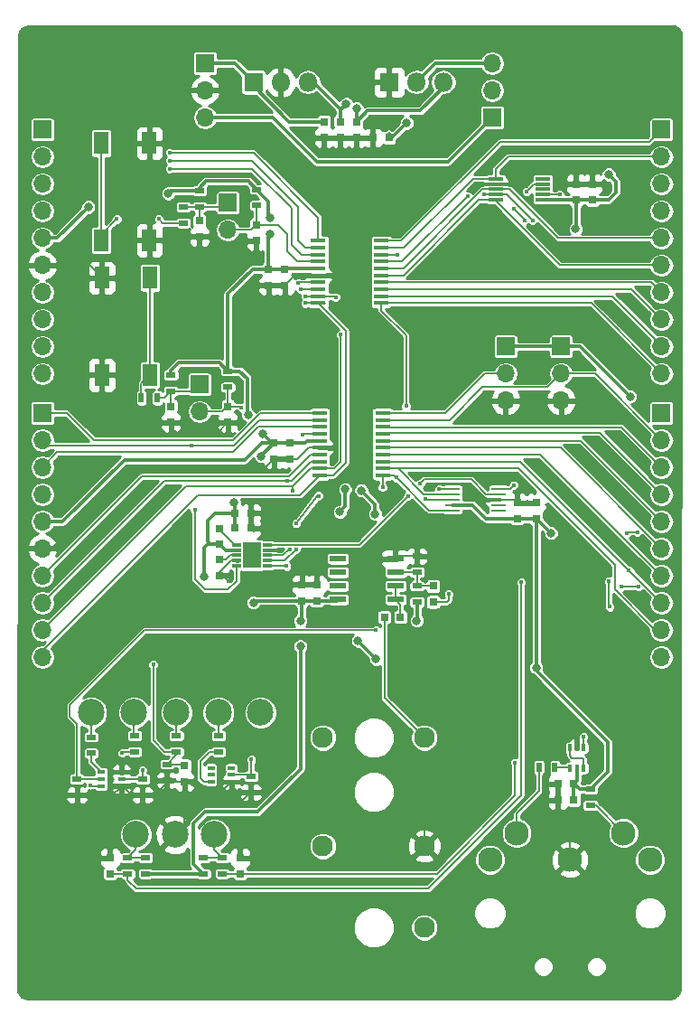
<source format=gtl>
G04 #@! TF.FileFunction,Copper,L1,Top,Signal*
%FSLAX46Y46*%
G04 Gerber Fmt 4.6, Leading zero omitted, Abs format (unit mm)*
G04 Created by KiCad (PCBNEW 4.0.7) date 12/04/17 13:23:28*
%MOMM*%
%LPD*%
G01*
G04 APERTURE LIST*
%ADD10C,0.100000*%
%ADD11R,0.750000X0.800000*%
%ADD12R,0.800000X0.750000*%
%ADD13R,1.700000X1.700000*%
%ADD14O,1.700000X1.700000*%
%ADD15C,2.300000*%
%ADD16C,1.955800*%
%ADD17C,2.499360*%
%ADD18R,0.650000X0.400000*%
%ADD19R,0.900000X0.500000*%
%ADD20R,0.500000X0.900000*%
%ADD21R,1.400000X2.100000*%
%ADD22R,0.812800X0.304800*%
%ADD23R,1.752600X2.489200*%
%ADD24R,1.400000X0.300000*%
%ADD25R,1.422400X0.279400*%
%ADD26R,1.450000X0.450000*%
%ADD27R,0.400000X0.650000*%
%ADD28R,1.550000X0.600000*%
%ADD29R,1.800000X1.800000*%
%ADD30O,1.800000X1.800000*%
%ADD31C,0.400000*%
%ADD32C,0.800000*%
%ADD33C,0.150000*%
%ADD34C,0.350000*%
%ADD35C,0.254000*%
G04 APERTURE END LIST*
D10*
D11*
X150622000Y-72251000D03*
X150622000Y-70751000D03*
X153670000Y-72251000D03*
X153670000Y-70751000D03*
X152146000Y-72251000D03*
X152146000Y-70751000D03*
D12*
X155206000Y-72263000D03*
X156706000Y-72263000D03*
X143752000Y-108839000D03*
X142252000Y-108839000D03*
X143752000Y-107442000D03*
X142252000Y-107442000D03*
D11*
X140843000Y-113272000D03*
X140843000Y-111772000D03*
X140843000Y-108851000D03*
X140843000Y-110351000D03*
X174244000Y-76593000D03*
X174244000Y-78093000D03*
X175768000Y-76593000D03*
X175768000Y-78093000D03*
X168719500Y-106438000D03*
X168719500Y-107938000D03*
X170497500Y-106438000D03*
X170497500Y-107938000D03*
X138938000Y-81522000D03*
X138938000Y-80022000D03*
X144272000Y-80403000D03*
X144272000Y-81903000D03*
X145415000Y-86094000D03*
X145415000Y-84594000D03*
X146939000Y-86094000D03*
X146939000Y-84594000D03*
X136271000Y-98921000D03*
X136271000Y-97421000D03*
X141605000Y-97421000D03*
X141605000Y-98921000D03*
X147447000Y-102350000D03*
X147447000Y-100850000D03*
X145923000Y-102350000D03*
X145923000Y-100850000D03*
X130556000Y-139712000D03*
X130556000Y-141212000D03*
X137541000Y-132576000D03*
X137541000Y-131076000D03*
X142748000Y-139712000D03*
X142748000Y-141212000D03*
X160845500Y-115748500D03*
X160845500Y-114248500D03*
X149923500Y-115621500D03*
X149923500Y-114121500D03*
X148526500Y-114121500D03*
X148526500Y-115621500D03*
D12*
X157785500Y-117157500D03*
X156285500Y-117157500D03*
D13*
X139446000Y-65278000D03*
D14*
X139446000Y-67818000D03*
X139446000Y-70358000D03*
D13*
X166370000Y-70358000D03*
D14*
X166370000Y-67818000D03*
X166370000Y-65278000D03*
D13*
X167640000Y-91821000D03*
D14*
X167640000Y-94361000D03*
X167640000Y-96901000D03*
D13*
X172847000Y-91821000D03*
D14*
X172847000Y-94361000D03*
X172847000Y-96901000D03*
D13*
X141605000Y-78359000D03*
D14*
X141605000Y-80899000D03*
D13*
X124206000Y-71501000D03*
D14*
X124206000Y-74041000D03*
X124206000Y-76581000D03*
X124206000Y-79121000D03*
X124206000Y-81661000D03*
X124206000Y-84201000D03*
X124206000Y-86741000D03*
X124206000Y-89281000D03*
X124206000Y-91821000D03*
X124206000Y-94361000D03*
D13*
X182245000Y-71501000D03*
D14*
X182245000Y-74041000D03*
X182245000Y-76581000D03*
X182245000Y-79121000D03*
X182245000Y-81661000D03*
X182245000Y-84201000D03*
X182245000Y-86741000D03*
X182245000Y-89281000D03*
X182245000Y-91821000D03*
X182245000Y-94361000D03*
D13*
X138938000Y-95377000D03*
D14*
X138938000Y-97917000D03*
D13*
X124206000Y-98044000D03*
D14*
X124206000Y-100584000D03*
X124206000Y-103124000D03*
X124206000Y-105664000D03*
X124206000Y-108204000D03*
X124206000Y-110744000D03*
X124206000Y-113284000D03*
X124206000Y-115824000D03*
X124206000Y-118364000D03*
X124206000Y-120904000D03*
D13*
X182245000Y-98044000D03*
D14*
X182245000Y-100584000D03*
X182245000Y-103124000D03*
X182245000Y-105664000D03*
X182245000Y-108204000D03*
X182245000Y-110744000D03*
X182245000Y-113284000D03*
X182245000Y-115824000D03*
X182245000Y-118364000D03*
X182245000Y-120904000D03*
D15*
X173672500Y-139890500D03*
X181172500Y-139890500D03*
X166172500Y-139890500D03*
X178672500Y-137390500D03*
X168672500Y-137390500D03*
D16*
X160007300Y-146240500D03*
X150507300Y-138620500D03*
X160007300Y-138620500D03*
X150507700Y-128460500D03*
X160007300Y-128460500D03*
D17*
X128778000Y-126111000D03*
X132969000Y-137541000D03*
X132812286Y-126105000D03*
X136652000Y-137541000D03*
X136779000Y-126111000D03*
X140335000Y-137541000D03*
X140716000Y-126111000D03*
X144653000Y-126111000D03*
D18*
X129733000Y-131684000D03*
X129733000Y-132984000D03*
X131633000Y-132334000D03*
X129733000Y-132334000D03*
X131633000Y-132984000D03*
X131633000Y-131684000D03*
X141920000Y-132603000D03*
X141920000Y-131303000D03*
X140020000Y-131953000D03*
X141920000Y-131953000D03*
X140020000Y-131303000D03*
X140020000Y-132603000D03*
D19*
X137414000Y-78752000D03*
X137414000Y-80252000D03*
X138938000Y-77228000D03*
X138938000Y-78728000D03*
X144272000Y-78601000D03*
X144272000Y-77101000D03*
D20*
X134989000Y-96647000D03*
X133489000Y-96647000D03*
D19*
X136271000Y-94500000D03*
X136271000Y-96000000D03*
X141605000Y-95619000D03*
X141605000Y-94119000D03*
D20*
X170763500Y-131254500D03*
X172263500Y-131254500D03*
D19*
X175577500Y-133298500D03*
X175577500Y-134798500D03*
X128778000Y-128409000D03*
X128778000Y-129909000D03*
X127462000Y-132346000D03*
X127462000Y-133846000D03*
X132207000Y-139712000D03*
X132207000Y-141212000D03*
X132842000Y-128282000D03*
X132842000Y-129782000D03*
X133858000Y-141212000D03*
X133858000Y-139712000D03*
X133604000Y-132346000D03*
X133604000Y-133846000D03*
X135890000Y-130949000D03*
X135890000Y-132449000D03*
X136779000Y-128282000D03*
X136779000Y-129782000D03*
X139319000Y-139712000D03*
X139319000Y-141212000D03*
X140716000Y-128282000D03*
X140716000Y-129782000D03*
X141097000Y-141212000D03*
X141097000Y-139712000D03*
X143764000Y-132092000D03*
X143764000Y-133592000D03*
X159321500Y-115748500D03*
X159321500Y-114248500D03*
X159321500Y-112954500D03*
X159321500Y-111454500D03*
D21*
X134239000Y-72771000D03*
X134239000Y-81871000D03*
X129739000Y-72771000D03*
X129739000Y-81871000D03*
X129794000Y-94488000D03*
X129794000Y-85388000D03*
X134294000Y-94488000D03*
X134294000Y-85388000D03*
D22*
X142443200Y-110378999D03*
X142443200Y-110879001D03*
X142443200Y-111379000D03*
X142443200Y-111878999D03*
X142443200Y-112379001D03*
X145338800Y-112379001D03*
X145338800Y-111878999D03*
X145338800Y-111379000D03*
X145338800Y-110879001D03*
X145338800Y-110378999D03*
D23*
X143891000Y-111379000D03*
D24*
X171110000Y-78089000D03*
X171110000Y-77589000D03*
X171110000Y-77089000D03*
X171110000Y-76589000D03*
X171110000Y-76089000D03*
X166710000Y-76089000D03*
X166710000Y-76589000D03*
X166710000Y-77089000D03*
X166710000Y-77589000D03*
X166710000Y-78089000D03*
D25*
X162627990Y-105152200D03*
X162627990Y-105652202D03*
X162627990Y-106152201D03*
X162627990Y-106652200D03*
X162627990Y-107152202D03*
X166971390Y-107152202D03*
X166971390Y-106652200D03*
X166971390Y-106152201D03*
X166971390Y-105652202D03*
X166971390Y-105152200D03*
D26*
X150085000Y-81911000D03*
X150085000Y-82561000D03*
X150085000Y-83211000D03*
X150085000Y-83861000D03*
X150085000Y-84511000D03*
X150085000Y-85161000D03*
X150085000Y-85811000D03*
X150085000Y-86461000D03*
X150085000Y-87111000D03*
X150085000Y-87761000D03*
X155985000Y-87761000D03*
X155985000Y-87111000D03*
X155985000Y-86461000D03*
X155985000Y-85811000D03*
X155985000Y-85161000D03*
X155985000Y-84511000D03*
X155985000Y-83861000D03*
X155985000Y-83211000D03*
X155985000Y-82561000D03*
X155985000Y-81911000D03*
X150212000Y-98040000D03*
X150212000Y-98690000D03*
X150212000Y-99340000D03*
X150212000Y-99990000D03*
X150212000Y-100640000D03*
X150212000Y-101290000D03*
X150212000Y-101940000D03*
X150212000Y-102590000D03*
X150212000Y-103240000D03*
X150212000Y-103890000D03*
X156112000Y-103890000D03*
X156112000Y-103240000D03*
X156112000Y-102590000D03*
X156112000Y-101940000D03*
X156112000Y-101290000D03*
X156112000Y-100640000D03*
X156112000Y-99990000D03*
X156112000Y-99340000D03*
X156112000Y-98690000D03*
X156112000Y-98040000D03*
D27*
X174957500Y-129415500D03*
X173657500Y-129415500D03*
X174307500Y-131315500D03*
X174307500Y-129415500D03*
X173657500Y-131315500D03*
X174957500Y-131315500D03*
D28*
X157322500Y-115506500D03*
X157322500Y-114236500D03*
X157322500Y-112966500D03*
X157322500Y-111696500D03*
X151922500Y-111696500D03*
X151922500Y-112966500D03*
X151922500Y-114236500D03*
X151922500Y-115506500D03*
D12*
X172541500Y-134302500D03*
X174041500Y-134302500D03*
X172541500Y-132778500D03*
X174041500Y-132778500D03*
D29*
X144018000Y-67056000D03*
D30*
X146558000Y-67056000D03*
X149098000Y-67056000D03*
D29*
X156718000Y-67056000D03*
D30*
X159258000Y-67056000D03*
X161798000Y-67056000D03*
D31*
X157100000Y-110600000D03*
X150400000Y-113100000D03*
X141700000Y-113800000D03*
X146500000Y-113500000D03*
X146200000Y-110900000D03*
X173300000Y-127200000D03*
X171500000Y-132900000D03*
X169100000Y-105200000D03*
X163200000Y-113900000D03*
X149100000Y-108700000D03*
X149000000Y-111000000D03*
X145900000Y-103400000D03*
X145600000Y-106400000D03*
X126700000Y-106200000D03*
X126800000Y-103800000D03*
X130400000Y-99800000D03*
X149100000Y-71800000D03*
X165000000Y-76700000D03*
X155800000Y-73500000D03*
X142700000Y-134600000D03*
X142800000Y-138400000D03*
X155321000Y-68834000D03*
X155194000Y-70866000D03*
D32*
X159300000Y-117500000D03*
X155400000Y-107500000D03*
X154100000Y-105300000D03*
X153700000Y-69500000D03*
X152700000Y-69100000D03*
X152600000Y-105200000D03*
X152100000Y-107300000D03*
X158369000Y-70866000D03*
X170500000Y-121900000D03*
X155500000Y-121100000D03*
X153800000Y-119400000D03*
X148400000Y-117500000D03*
X148400000Y-119900000D03*
X144000000Y-115800000D03*
X139400000Y-113400000D03*
X143500000Y-98200000D03*
X144900000Y-100000000D03*
X179300000Y-96500000D03*
X171900000Y-109300000D03*
X174200000Y-80800000D03*
X177300000Y-75700000D03*
X142200000Y-106400000D03*
X144700000Y-102100000D03*
X136017000Y-77470000D03*
X128524000Y-78740000D03*
X145542000Y-81280000D03*
X145542000Y-79756000D03*
D31*
X142875000Y-97536000D03*
X148590000Y-100076000D03*
X169100000Y-113900000D03*
X134600000Y-121600000D03*
X177300000Y-113800000D03*
X177400000Y-116200000D03*
X168500000Y-130800000D03*
X162300000Y-115000000D03*
X161400000Y-105200000D03*
X136144000Y-73660000D03*
X136144000Y-74422000D03*
X136144000Y-75184000D03*
X148209000Y-85852000D03*
X148463000Y-86487000D03*
X151700000Y-87200000D03*
X152200000Y-90700000D03*
X147100000Y-112400000D03*
X160100000Y-106100000D03*
X147700000Y-105300000D03*
X148844000Y-87122000D03*
X148844000Y-87757000D03*
X157480000Y-83248500D03*
X172720000Y-77597000D03*
X170180000Y-80010000D03*
X164084000Y-77724000D03*
X165608000Y-77597000D03*
X157400000Y-104100000D03*
X158300000Y-97400000D03*
X156100000Y-105000000D03*
X150100000Y-105800000D03*
X148000000Y-108400000D03*
X148000000Y-110800000D03*
X138200000Y-101100000D03*
X138500000Y-107100000D03*
X147200000Y-104400000D03*
X147400000Y-110800000D03*
X180000000Y-109200000D03*
X179000000Y-109300000D03*
X155500000Y-118400000D03*
X174942500Y-128397000D03*
X180100000Y-114300000D03*
X178500000Y-114300000D03*
X133600000Y-131500000D03*
X179200000Y-112800000D03*
X143800000Y-130500000D03*
X131700000Y-129900000D03*
X128700000Y-132900000D03*
X131191000Y-79883000D03*
X135128000Y-79883000D03*
X159639000Y-104648000D03*
X158500000Y-105800000D03*
X168400000Y-104800000D03*
X169400000Y-80000000D03*
X168400000Y-78900000D03*
X169600000Y-77300000D03*
D33*
X157322500Y-110822500D02*
X157322500Y-111696500D01*
X157100000Y-110600000D02*
X157322500Y-110822500D01*
X149923500Y-113576500D02*
X150400000Y-113100000D01*
X149923500Y-114121500D02*
X149923500Y-113576500D01*
X140843000Y-113272000D02*
X141172000Y-113272000D01*
X141172000Y-113272000D02*
X141700000Y-113800000D01*
X145338800Y-110879001D02*
X146179001Y-110879001D01*
X147121500Y-114121500D02*
X148526500Y-114121500D01*
X146500000Y-113500000D02*
X147121500Y-114121500D01*
X146179001Y-110879001D02*
X146200000Y-110900000D01*
X172541500Y-132778500D02*
X171621500Y-132778500D01*
X174307500Y-127707500D02*
X174307500Y-129415500D01*
X173900000Y-127300000D02*
X174307500Y-127707500D01*
X173400000Y-127300000D02*
X173900000Y-127300000D01*
X173300000Y-127200000D02*
X173400000Y-127300000D01*
X171621500Y-132778500D02*
X171500000Y-132900000D01*
X168719500Y-106438000D02*
X168719500Y-105580500D01*
X168719500Y-105580500D02*
X169100000Y-105200000D01*
X163251500Y-113848500D02*
X163258500Y-113855500D01*
X163200000Y-113900000D02*
X163251500Y-113848500D01*
X149923500Y-114121500D02*
X149923500Y-111923500D01*
X148900000Y-108900000D02*
X143813000Y-108900000D01*
X149100000Y-108700000D02*
X148900000Y-108900000D01*
X149923500Y-111923500D02*
X149000000Y-111000000D01*
X143813000Y-108900000D02*
X143752000Y-108839000D01*
X144013000Y-109100000D02*
X143752000Y-108839000D01*
X143752000Y-107442000D02*
X144558000Y-107442000D01*
X145923000Y-103377000D02*
X145923000Y-102350000D01*
X145900000Y-103400000D02*
X145923000Y-103377000D01*
X144558000Y-107442000D02*
X145600000Y-106400000D01*
X136271000Y-98921000D02*
X131279000Y-98921000D01*
X126700000Y-103900000D02*
X126700000Y-106200000D01*
X126800000Y-103800000D02*
X126700000Y-103900000D01*
X131279000Y-98921000D02*
X130400000Y-99800000D01*
X136271000Y-98921000D02*
X136271000Y-99371000D01*
X140626000Y-99900000D02*
X141605000Y-98921000D01*
X136800000Y-99900000D02*
X140626000Y-99900000D01*
X136271000Y-99371000D02*
X136800000Y-99900000D01*
X150622000Y-72251000D02*
X149551000Y-72251000D01*
X149551000Y-72251000D02*
X149100000Y-71800000D01*
X155206000Y-72263000D02*
X155206000Y-72906000D01*
X165111000Y-76589000D02*
X166710000Y-76589000D01*
X165000000Y-76700000D02*
X165111000Y-76589000D01*
X155206000Y-72906000D02*
X155800000Y-73500000D01*
X127462000Y-133846000D02*
X130771000Y-133846000D01*
X130771000Y-133846000D02*
X131633000Y-132984000D01*
X130556000Y-139712000D02*
X130556000Y-134061000D01*
X130556000Y-134061000D02*
X131633000Y-132984000D01*
X142748000Y-139712000D02*
X142748000Y-138452000D01*
X142700000Y-134600000D02*
X143708000Y-133592000D01*
X142748000Y-138452000D02*
X142800000Y-138400000D01*
X143708000Y-133592000D02*
X143764000Y-133592000D01*
X142748000Y-139712000D02*
X147712000Y-139712000D01*
X158327800Y-140300000D02*
X160007300Y-138620500D01*
X148300000Y-140300000D02*
X158327800Y-140300000D01*
X147712000Y-139712000D02*
X148300000Y-140300000D01*
X140843000Y-113272000D02*
X140843000Y-112957000D01*
X140843000Y-112957000D02*
X141921001Y-111878999D01*
X141921001Y-111878999D02*
X142443200Y-111878999D01*
X173672500Y-139890500D02*
X173672500Y-136906000D01*
X172541500Y-135775000D02*
X172541500Y-134302500D01*
X173672500Y-136906000D02*
X172541500Y-135775000D01*
X124206000Y-110744000D02*
X125031500Y-110744000D01*
X125031500Y-110744000D02*
X132651500Y-103124000D01*
X145149000Y-103124000D02*
X145923000Y-102350000D01*
X132651500Y-103124000D02*
X145149000Y-103124000D01*
X172541500Y-132778500D02*
X172541500Y-134302500D01*
X137541000Y-132576000D02*
X137973500Y-132576000D01*
X141046000Y-133477000D02*
X141920000Y-132603000D01*
X138874500Y-133477000D02*
X141046000Y-133477000D01*
X137973500Y-132576000D02*
X138874500Y-133477000D01*
X141920000Y-132603000D02*
X141920000Y-132903000D01*
X141920000Y-132903000D02*
X142609000Y-133592000D01*
X142609000Y-133592000D02*
X143764000Y-133592000D01*
X137541000Y-132576000D02*
X137541000Y-136652000D01*
X137541000Y-136652000D02*
X136652000Y-137541000D01*
X135890000Y-132449000D02*
X135890000Y-132715000D01*
X134759000Y-133846000D02*
X133604000Y-133846000D01*
X135890000Y-132715000D02*
X134759000Y-133846000D01*
X137541000Y-132576000D02*
X136017000Y-132576000D01*
X136017000Y-132576000D02*
X135890000Y-132449000D01*
X131633000Y-132984000D02*
X131714000Y-132984000D01*
X131714000Y-132984000D02*
X132576000Y-133846000D01*
X132576000Y-133846000D02*
X133604000Y-133846000D01*
X172847000Y-96901000D02*
X167640000Y-96901000D01*
X168719500Y-106438000D02*
X168433701Y-106152201D01*
X168433701Y-106152201D02*
X166971390Y-106152201D01*
X170497500Y-106438000D02*
X168719500Y-106438000D01*
X150212000Y-101290000D02*
X149154000Y-101290000D01*
X148094000Y-102350000D02*
X147447000Y-102350000D01*
X149154000Y-101290000D02*
X148094000Y-102350000D01*
X145923000Y-102350000D02*
X147447000Y-102350000D01*
X124206000Y-84201000D02*
X128607000Y-84201000D01*
X128607000Y-84201000D02*
X129794000Y-85388000D01*
X145415000Y-86094000D02*
X146939000Y-86094000D01*
X146939000Y-86094000D02*
X147816000Y-85217000D01*
X147816000Y-85217000D02*
X150029000Y-85217000D01*
X150029000Y-85217000D02*
X150085000Y-85161000D01*
X129794000Y-94488000D02*
X129794000Y-85388000D01*
X134239000Y-81871000D02*
X134239000Y-72771000D01*
X134239000Y-72771000D02*
X134239000Y-70358000D01*
X136779000Y-67818000D02*
X139446000Y-67818000D01*
X134239000Y-70358000D02*
X136779000Y-67818000D01*
X156718000Y-67056000D02*
X156718000Y-68453000D01*
X155206000Y-70878000D02*
X155206000Y-72263000D01*
X155194000Y-70866000D02*
X155206000Y-70878000D01*
X156337000Y-68834000D02*
X155321000Y-68834000D01*
X156718000Y-68453000D02*
X156337000Y-68834000D01*
X150622000Y-72251000D02*
X152146000Y-72251000D01*
X152146000Y-72251000D02*
X153670000Y-72251000D01*
X153670000Y-72251000D02*
X153682000Y-72263000D01*
X153682000Y-72263000D02*
X155206000Y-72263000D01*
X155194000Y-72251000D02*
X155206000Y-72263000D01*
X143752000Y-107442000D02*
X143752000Y-108839000D01*
X160007300Y-138620500D02*
X160007300Y-132918200D01*
X160007300Y-132918200D02*
X163258500Y-129667000D01*
X163258500Y-129667000D02*
X163258500Y-113855500D01*
X160857500Y-111454500D02*
X159321500Y-111454500D01*
X163258500Y-113855500D02*
X160857500Y-111454500D01*
X148526500Y-114121500D02*
X149923500Y-114121500D01*
X159321500Y-111454500D02*
X157564500Y-111454500D01*
X157564500Y-111454500D02*
X157322500Y-111696500D01*
D34*
X153670000Y-70751000D02*
X153670000Y-69530000D01*
X159321500Y-117478500D02*
X159321500Y-115748500D01*
X159300000Y-117500000D02*
X159321500Y-117478500D01*
X155400000Y-106600000D02*
X155400000Y-107500000D01*
X154100000Y-105300000D02*
X155400000Y-106600000D01*
X153670000Y-69530000D02*
X153700000Y-69500000D01*
X161798000Y-67056000D02*
X161798000Y-67564000D01*
X161798000Y-67564000D02*
X159639000Y-69723000D01*
X154698000Y-69723000D02*
X153670000Y-70751000D01*
X159639000Y-69723000D02*
X154698000Y-69723000D01*
X144018000Y-67056000D02*
X144018000Y-67437000D01*
X144018000Y-67437000D02*
X147332000Y-70751000D01*
X147332000Y-70751000D02*
X150622000Y-70751000D01*
X139446000Y-65278000D02*
X142240000Y-65278000D01*
X142240000Y-65278000D02*
X144018000Y-67056000D01*
X152225000Y-69575000D02*
X152125000Y-69575000D01*
X152700000Y-69100000D02*
X152225000Y-69575000D01*
X152600000Y-106800000D02*
X152600000Y-105200000D01*
X152100000Y-107300000D02*
X152600000Y-106800000D01*
X149098000Y-67056000D02*
X149606000Y-67056000D01*
X149606000Y-67056000D02*
X152125000Y-69575000D01*
X152125000Y-69575000D02*
X152146000Y-69596000D01*
X152146000Y-69596000D02*
X152146000Y-70751000D01*
X156706000Y-72263000D02*
X156972000Y-72263000D01*
X156972000Y-72263000D02*
X158369000Y-70866000D01*
X166370000Y-65278000D02*
X161036000Y-65278000D01*
X161036000Y-65278000D02*
X159258000Y-67056000D01*
X156706000Y-72263000D02*
X156706000Y-71894000D01*
X153800000Y-119400000D02*
X155500000Y-121100000D01*
X170500000Y-121900000D02*
X170497500Y-121900000D01*
X170497500Y-121900000D02*
X170500000Y-121900000D01*
X170500000Y-121900000D02*
X170497500Y-121900000D01*
X139319000Y-141212000D02*
X139312000Y-141212000D01*
X139312000Y-141212000D02*
X138400000Y-140300000D01*
X148526500Y-117373500D02*
X148526500Y-115621500D01*
X148400000Y-117500000D02*
X148526500Y-117373500D01*
X148400000Y-131400000D02*
X148400000Y-119900000D01*
X144400000Y-135400000D02*
X148400000Y-131400000D01*
X139500000Y-135400000D02*
X144400000Y-135400000D01*
X138400000Y-136500000D02*
X139500000Y-135400000D01*
X138400000Y-140300000D02*
X138400000Y-136500000D01*
X140843000Y-110351000D02*
X139749000Y-110351000D01*
X144178500Y-115621500D02*
X148526500Y-115621500D01*
X144000000Y-115800000D02*
X144178500Y-115621500D01*
X139400000Y-110700000D02*
X139400000Y-113400000D01*
X139749000Y-110351000D02*
X139400000Y-110700000D01*
X140843000Y-110351000D02*
X139951000Y-110351000D01*
X140358000Y-107442000D02*
X142252000Y-107442000D01*
X139700000Y-108100000D02*
X140358000Y-107442000D01*
X139700000Y-110100000D02*
X139700000Y-108100000D01*
X139951000Y-110351000D02*
X139700000Y-110100000D01*
X145923000Y-100850000D02*
X145750000Y-100850000D01*
X145750000Y-100850000D02*
X144900000Y-100000000D01*
X142719000Y-94119000D02*
X141605000Y-94119000D01*
X143400000Y-94800000D02*
X142719000Y-94119000D01*
X143400000Y-98100000D02*
X143400000Y-94800000D01*
X143500000Y-98200000D02*
X143400000Y-98100000D01*
X141605000Y-94119000D02*
X141605000Y-86895000D01*
X143906000Y-84594000D02*
X145415000Y-84594000D01*
X141605000Y-86895000D02*
X143906000Y-84594000D01*
X170497500Y-107938000D02*
X170538000Y-107938000D01*
X170538000Y-107938000D02*
X171900000Y-109300000D01*
X174621000Y-91821000D02*
X172847000Y-91821000D01*
X179300000Y-96500000D02*
X174621000Y-91821000D01*
X174244000Y-78093000D02*
X174244000Y-80756000D01*
X174244000Y-80756000D02*
X174200000Y-80800000D01*
X177307000Y-78093000D02*
X175768000Y-78093000D01*
X178000000Y-77400000D02*
X177307000Y-78093000D01*
X178000000Y-76400000D02*
X178000000Y-77400000D01*
X177300000Y-75700000D02*
X178000000Y-76400000D01*
X142252000Y-107442000D02*
X142252000Y-106452000D01*
X142252000Y-106452000D02*
X142200000Y-106400000D01*
X144700000Y-102100000D02*
X145923000Y-100877000D01*
X145923000Y-100877000D02*
X145923000Y-100850000D01*
X162627990Y-106652200D02*
X164500700Y-106652200D01*
X165786500Y-107938000D02*
X168719500Y-107938000D01*
X164500700Y-106652200D02*
X165786500Y-107938000D01*
X170497500Y-107938000D02*
X170497500Y-121900000D01*
X170497500Y-121900000D02*
X170497500Y-122174000D01*
X177228500Y-131647500D02*
X175577500Y-133298500D01*
X177228500Y-128905000D02*
X177228500Y-131647500D01*
X170497500Y-122174000D02*
X177228500Y-128905000D01*
X142252000Y-107442000D02*
X142252000Y-108839000D01*
X124206000Y-108204000D02*
X126111000Y-108204000D01*
X144768000Y-100850000D02*
X145923000Y-100850000D01*
X143192500Y-102425500D02*
X144768000Y-100850000D01*
X131889500Y-102425500D02*
X143192500Y-102425500D01*
X126111000Y-108204000D02*
X131889500Y-102425500D01*
X142443200Y-110879001D02*
X141371001Y-110879001D01*
X141371001Y-110879001D02*
X140843000Y-110351000D01*
X142252000Y-108839000D02*
X142252000Y-108942000D01*
X174041500Y-134302500D02*
X174041500Y-132778500D01*
X175577500Y-133298500D02*
X174561500Y-133298500D01*
X174561500Y-133298500D02*
X174041500Y-132778500D01*
X174307500Y-131315500D02*
X174307500Y-132512500D01*
X174307500Y-132512500D02*
X174041500Y-132778500D01*
X133858000Y-141212000D02*
X139319000Y-141212000D01*
X149923500Y-115621500D02*
X151807500Y-115621500D01*
X151807500Y-115621500D02*
X151922500Y-115506500D01*
X148526500Y-115621500D02*
X149923500Y-115621500D01*
X168719500Y-107938000D02*
X170497500Y-107938000D01*
X167640000Y-91821000D02*
X172847000Y-91821000D01*
X147447000Y-100850000D02*
X148832000Y-100850000D01*
X149042000Y-100640000D02*
X150212000Y-100640000D01*
X148832000Y-100850000D02*
X149042000Y-100640000D01*
X145923000Y-100850000D02*
X147447000Y-100850000D01*
X136271000Y-94500000D02*
X136271000Y-94107000D01*
X140831000Y-93345000D02*
X141605000Y-94119000D01*
X137033000Y-93345000D02*
X140831000Y-93345000D01*
X136271000Y-94107000D02*
X137033000Y-93345000D01*
X124206000Y-81661000D02*
X125603000Y-81661000D01*
X136259000Y-77228000D02*
X138938000Y-77228000D01*
X136017000Y-77470000D02*
X136259000Y-77228000D01*
X125603000Y-81661000D02*
X128524000Y-78740000D01*
X145415000Y-84594000D02*
X145415000Y-81407000D01*
X145415000Y-81407000D02*
X145542000Y-81280000D01*
X145542000Y-79756000D02*
X145415000Y-79629000D01*
X145415000Y-79629000D02*
X145415000Y-78244000D01*
X145415000Y-78244000D02*
X144272000Y-77101000D01*
X145415000Y-84594000D02*
X146939000Y-84594000D01*
X150085000Y-84511000D02*
X147022000Y-84511000D01*
X147022000Y-84511000D02*
X146939000Y-84594000D01*
X138938000Y-77228000D02*
X138938000Y-76962000D01*
X138938000Y-76962000D02*
X139573000Y-76327000D01*
X139573000Y-76327000D02*
X143498000Y-76327000D01*
X143498000Y-76327000D02*
X144272000Y-77101000D01*
X171110000Y-78089000D02*
X174240000Y-78089000D01*
X174240000Y-78089000D02*
X174244000Y-78093000D01*
X174240000Y-78089000D02*
X174244000Y-78093000D01*
X174244000Y-78093000D02*
X175768000Y-78093000D01*
D33*
X140843000Y-111772000D02*
X141402500Y-111772000D01*
X141795500Y-111379000D02*
X142443200Y-111379000D01*
X141402500Y-111772000D02*
X141795500Y-111379000D01*
X142443200Y-110378999D02*
X142278999Y-110378999D01*
X142278999Y-110378999D02*
X140843000Y-108943000D01*
X140843000Y-108943000D02*
X140843000Y-108851000D01*
X138938000Y-78728000D02*
X141236000Y-78728000D01*
X141236000Y-78728000D02*
X141605000Y-78359000D01*
X137414000Y-78752000D02*
X138914000Y-78752000D01*
X138914000Y-78752000D02*
X138938000Y-78728000D01*
X138938000Y-78728000D02*
X138938000Y-80022000D01*
X150085000Y-83861000D02*
X148123000Y-83861000D01*
X146316000Y-80403000D02*
X144272000Y-80403000D01*
X147193000Y-81280000D02*
X146316000Y-80403000D01*
X147193000Y-82931000D02*
X147193000Y-81280000D01*
X148123000Y-83861000D02*
X147193000Y-82931000D01*
X141605000Y-80899000D02*
X143776000Y-80899000D01*
X143776000Y-80899000D02*
X144272000Y-80403000D01*
X144272000Y-78601000D02*
X144272000Y-80403000D01*
X136271000Y-96000000D02*
X138315000Y-96000000D01*
X138315000Y-96000000D02*
X138938000Y-95377000D01*
X134989000Y-96647000D02*
X135624000Y-96647000D01*
X135624000Y-96647000D02*
X136271000Y-96000000D01*
X136271000Y-97421000D02*
X136271000Y-96000000D01*
X150212000Y-99990000D02*
X148676000Y-99990000D01*
X142760000Y-97421000D02*
X141605000Y-97421000D01*
X142875000Y-97536000D02*
X142760000Y-97421000D01*
X148676000Y-99990000D02*
X148590000Y-100076000D01*
X138938000Y-97917000D02*
X141109000Y-97917000D01*
X141109000Y-97917000D02*
X141605000Y-97421000D01*
X141605000Y-95619000D02*
X141605000Y-97421000D01*
X132207000Y-141212000D02*
X132207000Y-141807000D01*
X169100000Y-133900000D02*
X169100000Y-113900000D01*
X160400000Y-142600000D02*
X169100000Y-133900000D01*
X133000000Y-142600000D02*
X160400000Y-142600000D01*
X132207000Y-141807000D02*
X133000000Y-142600000D01*
X132207000Y-141212000D02*
X130556000Y-141212000D01*
X156112000Y-99340000D02*
X156149500Y-99377500D01*
X156149500Y-99377500D02*
X178498500Y-99377500D01*
X178498500Y-99377500D02*
X182245000Y-103124000D01*
X136779000Y-129782000D02*
X135682000Y-129782000D01*
X134600000Y-128700000D02*
X134600000Y-121600000D01*
X135682000Y-129782000D02*
X134600000Y-128700000D01*
X135890000Y-130949000D02*
X137414000Y-130949000D01*
X137414000Y-130949000D02*
X137541000Y-131076000D01*
X136779000Y-129782000D02*
X136779000Y-130060000D01*
X136779000Y-130060000D02*
X135890000Y-130949000D01*
X150212000Y-101940000D02*
X149393000Y-101940000D01*
X133504000Y-103986000D02*
X124206000Y-113284000D01*
X148336000Y-102997000D02*
X147347000Y-103986000D01*
X147347000Y-103986000D02*
X133504000Y-103986000D01*
X148336000Y-102997000D02*
X148336000Y-102997000D01*
X149393000Y-101940000D02*
X148336000Y-102997000D01*
X142748000Y-141212000D02*
X161188000Y-141212000D01*
X177300000Y-116100000D02*
X177300000Y-113800000D01*
X177400000Y-116200000D02*
X177300000Y-116100000D01*
X168500000Y-133900000D02*
X168500000Y-130800000D01*
X161188000Y-141212000D02*
X168500000Y-133900000D01*
X141097000Y-141212000D02*
X142748000Y-141212000D01*
X156112000Y-99990000D02*
X156216500Y-99885500D01*
X156216500Y-99885500D02*
X176466500Y-99885500D01*
X176466500Y-99885500D02*
X182245000Y-105664000D01*
X162627990Y-105152200D02*
X161447800Y-105152200D01*
X162151500Y-115748500D02*
X160845500Y-115748500D01*
X162300000Y-115600000D02*
X162151500Y-115748500D01*
X162300000Y-115000000D02*
X162300000Y-115600000D01*
X161447800Y-105152200D02*
X161400000Y-105200000D01*
X159321500Y-114248500D02*
X159321500Y-112954500D01*
X159321500Y-114248500D02*
X160845500Y-114248500D01*
X157322500Y-112966500D02*
X159309500Y-112966500D01*
X159309500Y-112966500D02*
X159321500Y-112954500D01*
X157322500Y-114236500D02*
X157322500Y-115506500D01*
X157785500Y-117157500D02*
X157785500Y-115969500D01*
X157785500Y-115969500D02*
X157322500Y-115506500D01*
X156285500Y-117157500D02*
X156285500Y-124738700D01*
X156285500Y-124738700D02*
X160007300Y-128460500D01*
D34*
X139446000Y-70358000D02*
X145796000Y-70358000D01*
X162241000Y-74487000D02*
X166370000Y-70358000D01*
X149925000Y-74487000D02*
X162241000Y-74487000D01*
X145796000Y-70358000D02*
X149925000Y-74487000D01*
D33*
X156112000Y-98040000D02*
X162012000Y-98040000D01*
X165691000Y-94361000D02*
X167640000Y-94361000D01*
X162012000Y-98040000D02*
X165691000Y-94361000D01*
X156112000Y-98690000D02*
X162422000Y-98690000D01*
X171577000Y-95631000D02*
X172847000Y-94361000D01*
X165481000Y-95631000D02*
X171577000Y-95631000D01*
X162422000Y-98690000D02*
X165481000Y-95631000D01*
X182245000Y-100584000D02*
X176022000Y-94361000D01*
X176022000Y-94361000D02*
X172847000Y-94361000D01*
X150085000Y-81911000D02*
X150085000Y-79727000D01*
X144018000Y-73660000D02*
X136144000Y-73660000D01*
X150085000Y-79727000D02*
X144018000Y-73660000D01*
X150085000Y-82561000D02*
X148855000Y-82561000D01*
X143891000Y-74422000D02*
X136144000Y-74422000D01*
X148209000Y-78740000D02*
X143891000Y-74422000D01*
X148209000Y-81915000D02*
X148209000Y-78740000D01*
X148855000Y-82561000D02*
X148209000Y-81915000D01*
X150085000Y-83211000D02*
X148489000Y-83211000D01*
X143891000Y-75184000D02*
X136144000Y-75184000D01*
X147574000Y-78867000D02*
X143891000Y-75184000D01*
X147574000Y-82296000D02*
X147574000Y-78867000D01*
X148489000Y-83211000D02*
X147574000Y-82296000D01*
X150085000Y-85811000D02*
X148250000Y-85811000D01*
X148250000Y-85811000D02*
X148209000Y-85852000D01*
X148489000Y-86461000D02*
X148463000Y-86487000D01*
X150085000Y-86461000D02*
X148489000Y-86461000D01*
X150212000Y-103240000D02*
X151560000Y-103240000D01*
X151611000Y-87111000D02*
X150085000Y-87111000D01*
X151700000Y-87200000D02*
X151611000Y-87111000D01*
X152200000Y-102600000D02*
X152200000Y-90700000D01*
X151560000Y-103240000D02*
X152200000Y-102600000D01*
X147079001Y-112379001D02*
X147100000Y-112400000D01*
X145338800Y-112379001D02*
X147079001Y-112379001D01*
X162627990Y-106152201D02*
X160152201Y-106152201D01*
X160152201Y-106152201D02*
X160100000Y-106100000D01*
X147700000Y-104902000D02*
X147701000Y-104902000D01*
X147700000Y-105300000D02*
X147700000Y-104902000D01*
X150212000Y-103240000D02*
X149363000Y-103240000D01*
X137668000Y-104902000D02*
X124206000Y-118364000D01*
X147701000Y-104902000D02*
X137668000Y-104902000D01*
X149363000Y-103240000D02*
X147701000Y-104902000D01*
X150085000Y-87111000D02*
X148855000Y-87111000D01*
X148855000Y-87111000D02*
X148844000Y-87122000D01*
X124206000Y-120904000D02*
X124206000Y-120332500D01*
X124206000Y-120332500D02*
X138811000Y-105727500D01*
X138811000Y-105727500D02*
X148374500Y-105727500D01*
X148374500Y-105727500D02*
X150212000Y-103890000D01*
X150212000Y-103890000D02*
X151507000Y-103890000D01*
X152654000Y-90330000D02*
X150085000Y-87761000D01*
X152654000Y-102743000D02*
X152654000Y-90330000D01*
X151507000Y-103890000D02*
X152654000Y-102743000D01*
X150753000Y-87761000D02*
X150085000Y-87761000D01*
X150085000Y-87761000D02*
X148848000Y-87761000D01*
X148848000Y-87761000D02*
X148844000Y-87757000D01*
X155985000Y-81911000D02*
X157865000Y-81911000D01*
X181102000Y-72644000D02*
X182245000Y-71501000D01*
X167132000Y-72644000D02*
X181102000Y-72644000D01*
X157865000Y-81911000D02*
X167132000Y-72644000D01*
X166710000Y-76089000D02*
X166710000Y-75225000D01*
X167894000Y-74041000D02*
X182245000Y-74041000D01*
X166710000Y-75225000D02*
X167894000Y-74041000D01*
X166710000Y-76089000D02*
X164576000Y-76089000D01*
X158104000Y-82561000D02*
X155985000Y-82561000D01*
X164576000Y-76089000D02*
X158104000Y-82561000D01*
X155985000Y-83211000D02*
X156022500Y-83248500D01*
X156022500Y-83248500D02*
X157480000Y-83248500D01*
X155985000Y-83211000D02*
X156011000Y-83185000D01*
X171110000Y-77589000D02*
X172712000Y-77589000D01*
X172712000Y-77589000D02*
X172720000Y-77597000D01*
X166710000Y-77589000D02*
X167759000Y-77589000D01*
X167759000Y-77589000D02*
X170180000Y-80010000D01*
X166710000Y-77589000D02*
X165616000Y-77589000D01*
X157947000Y-83861000D02*
X155985000Y-83861000D01*
X164084000Y-77724000D02*
X157947000Y-83861000D01*
X165616000Y-77589000D02*
X165608000Y-77597000D01*
X166710000Y-77089000D02*
X168021000Y-77089000D01*
X172593000Y-81661000D02*
X182245000Y-81661000D01*
X168021000Y-77089000D02*
X172593000Y-81661000D01*
X166710000Y-77089000D02*
X165481000Y-77089000D01*
X158059000Y-84511000D02*
X155985000Y-84511000D01*
X165481000Y-77089000D02*
X158059000Y-84511000D01*
X166710000Y-78089000D02*
X166710000Y-78191000D01*
X166710000Y-78191000D02*
X172720000Y-84201000D01*
X172720000Y-84201000D02*
X182245000Y-84201000D01*
X166710000Y-78089000D02*
X165116000Y-78089000D01*
X158044000Y-85161000D02*
X155985000Y-85161000D01*
X165116000Y-78089000D02*
X158044000Y-85161000D01*
X155985000Y-85811000D02*
X181315000Y-85811000D01*
X181315000Y-85811000D02*
X182245000Y-86741000D01*
X155985000Y-86461000D02*
X179425000Y-86461000D01*
X179425000Y-86461000D02*
X182245000Y-89281000D01*
X182245000Y-91821000D02*
X182245000Y-91694000D01*
X182245000Y-91694000D02*
X177662000Y-87111000D01*
X177662000Y-87111000D02*
X155985000Y-87111000D01*
X158300000Y-90800000D02*
X158300000Y-97400000D01*
X155985000Y-88485000D02*
X158300000Y-90800000D01*
X155985000Y-87761000D02*
X155985000Y-88485000D01*
X157400000Y-104100000D02*
X157190000Y-103890000D01*
X162627990Y-107152202D02*
X160452202Y-107152202D01*
X160452202Y-107152202D02*
X157400000Y-104100000D01*
X157190000Y-103890000D02*
X156112000Y-103890000D01*
X145338800Y-111878999D02*
X146921001Y-111878999D01*
X156112000Y-104988000D02*
X156112000Y-103890000D01*
X156100000Y-105000000D02*
X156112000Y-104988000D01*
X150000000Y-105800000D02*
X150100000Y-105800000D01*
X148000000Y-108400000D02*
X150000000Y-105800000D01*
X146921001Y-111878999D02*
X148000000Y-110800000D01*
X182245000Y-94361000D02*
X182245000Y-94345000D01*
X182245000Y-94345000D02*
X175661000Y-87761000D01*
X175661000Y-87761000D02*
X155985000Y-87761000D01*
X150212000Y-98040000D02*
X144657000Y-98040000D01*
X126492000Y-98044000D02*
X124206000Y-98044000D01*
X129032000Y-100584000D02*
X126492000Y-98044000D01*
X142113000Y-100584000D02*
X129032000Y-100584000D01*
X144657000Y-98040000D02*
X142113000Y-100584000D01*
X142443200Y-112379001D02*
X142443200Y-113756800D01*
X138500000Y-113600000D02*
X138500000Y-107100000D01*
X139500000Y-114600000D02*
X138500000Y-113600000D01*
X141600000Y-114600000D02*
X139500000Y-114600000D01*
X142443200Y-113756800D02*
X141600000Y-114600000D01*
X138200000Y-101100000D02*
X138200000Y-101092000D01*
X138200000Y-101092000D02*
X138200000Y-101100000D01*
X138200000Y-101100000D02*
X138200000Y-101092000D01*
X150212000Y-98690000D02*
X144545000Y-98690000D01*
X142143000Y-101092000D02*
X138200000Y-101092000D01*
X138200000Y-101092000D02*
X124714000Y-101092000D01*
X144545000Y-98690000D02*
X142143000Y-101092000D01*
X124714000Y-101092000D02*
X124206000Y-100584000D01*
X150212000Y-99340000D02*
X144462000Y-99340000D01*
X125603000Y-101727000D02*
X124206000Y-103124000D01*
X142075000Y-101727000D02*
X125603000Y-101727000D01*
X144462000Y-99340000D02*
X142075000Y-101727000D01*
X145338800Y-111379000D02*
X146779000Y-111379000D01*
X147358000Y-110800000D02*
X147400000Y-110800000D01*
X146779000Y-111379000D02*
X147358000Y-110800000D01*
X147200000Y-104400000D02*
X147200000Y-104394000D01*
X147200000Y-104394000D02*
X147200000Y-104400000D01*
X147200000Y-104400000D02*
X147200000Y-104394000D01*
X147100000Y-104400000D02*
X147100000Y-104394000D01*
X147100000Y-104394000D02*
X147100000Y-104400000D01*
X147100000Y-104400000D02*
X147100000Y-104394000D01*
X150212000Y-102590000D02*
X149378000Y-102590000D01*
X135636000Y-104394000D02*
X124206000Y-115824000D01*
X147574000Y-104394000D02*
X147200000Y-104394000D01*
X147200000Y-104394000D02*
X147100000Y-104394000D01*
X147100000Y-104394000D02*
X135636000Y-104394000D01*
X149378000Y-102590000D02*
X147574000Y-104394000D01*
X127462000Y-132346000D02*
X127462000Y-127162000D01*
X179100000Y-109200000D02*
X180000000Y-109200000D01*
X179000000Y-109300000D02*
X179100000Y-109200000D01*
X133800000Y-118400000D02*
X155500000Y-118400000D01*
X126800000Y-125400000D02*
X133800000Y-118400000D01*
X126800000Y-126500000D02*
X126800000Y-125400000D01*
X127462000Y-127162000D02*
X126800000Y-126500000D01*
X129733000Y-132334000D02*
X127474000Y-132334000D01*
X127474000Y-132334000D02*
X127462000Y-132346000D01*
X182245000Y-108204000D02*
X174681000Y-100640000D01*
X174681000Y-100640000D02*
X156112000Y-100640000D01*
X174957500Y-129415500D02*
X174957500Y-128412000D01*
X174957500Y-128412000D02*
X174942500Y-128397000D01*
X182245000Y-110744000D02*
X172791000Y-101290000D01*
X172791000Y-101290000D02*
X156112000Y-101290000D01*
X133604000Y-132346000D02*
X133604000Y-131504000D01*
X178500000Y-114300000D02*
X180100000Y-114300000D01*
X133604000Y-131504000D02*
X133600000Y-131500000D01*
X131633000Y-132334000D02*
X133592000Y-132334000D01*
X133592000Y-132334000D02*
X133604000Y-132346000D01*
X182245000Y-113284000D02*
X170901000Y-101940000D01*
X170901000Y-101940000D02*
X156112000Y-101940000D01*
X143764000Y-132092000D02*
X143764000Y-130536000D01*
X143764000Y-130536000D02*
X143800000Y-130500000D01*
X179200000Y-112800000D02*
X179210500Y-112789500D01*
X179210500Y-112789500D02*
X179200000Y-112800000D01*
X179200000Y-112800000D02*
X179200000Y-112779000D01*
X141920000Y-131953000D02*
X143625000Y-131953000D01*
X143625000Y-131953000D02*
X143764000Y-132092000D01*
X182245000Y-115824000D02*
X179200000Y-112779000D01*
X179200000Y-112779000D02*
X169011000Y-102590000D01*
X169011000Y-102590000D02*
X156112000Y-102590000D01*
X168840000Y-103240000D02*
X157540000Y-103240000D01*
X177900000Y-112300000D02*
X168840000Y-103240000D01*
X177900000Y-114600000D02*
X177900000Y-112300000D01*
X181664000Y-118364000D02*
X177900000Y-114600000D01*
X182245000Y-118364000D02*
X181664000Y-118364000D01*
X162627990Y-105652202D02*
X159952202Y-105652202D01*
X157540000Y-103240000D02*
X156112000Y-103240000D01*
X159952202Y-105652202D02*
X157540000Y-103240000D01*
X175577500Y-134798500D02*
X176080500Y-134798500D01*
X176080500Y-134798500D02*
X178672500Y-137390500D01*
X170763500Y-131254500D02*
X170763500Y-133465000D01*
X168672500Y-135556000D02*
X168672500Y-137390500D01*
X170763500Y-133465000D02*
X168672500Y-135556000D01*
X128778000Y-126111000D02*
X128778000Y-128409000D01*
X132969000Y-137541000D02*
X132969000Y-138950000D01*
X132969000Y-138950000D02*
X132207000Y-139712000D01*
X132207000Y-139712000D02*
X133858000Y-139712000D01*
X132812286Y-126105000D02*
X132812286Y-128252286D01*
X132812286Y-128252286D02*
X132842000Y-128282000D01*
X136779000Y-126111000D02*
X136779000Y-128282000D01*
X140335000Y-137541000D02*
X140335000Y-138950000D01*
X140335000Y-138950000D02*
X141097000Y-139712000D01*
X141097000Y-139712000D02*
X139319000Y-139712000D01*
X140716000Y-126111000D02*
X140716000Y-128282000D01*
X128778000Y-129909000D02*
X128778000Y-130729000D01*
X128778000Y-130729000D02*
X129733000Y-131684000D01*
X129733000Y-132984000D02*
X128784000Y-132984000D01*
X131818000Y-129782000D02*
X132842000Y-129782000D01*
X131700000Y-129900000D02*
X131818000Y-129782000D01*
X128784000Y-132984000D02*
X128700000Y-132900000D01*
X140716000Y-129782000D02*
X139902500Y-129782000D01*
X139334000Y-132603000D02*
X140020000Y-132603000D01*
X139001500Y-132270500D02*
X139334000Y-132603000D01*
X139001500Y-130683000D02*
X139001500Y-132270500D01*
X139902500Y-129782000D02*
X139001500Y-130683000D01*
X137414000Y-80252000D02*
X135497000Y-80252000D01*
X131191000Y-79883000D02*
X129739000Y-81335000D01*
X135497000Y-80252000D02*
X135128000Y-79883000D01*
X129739000Y-81335000D02*
X129739000Y-81871000D01*
X129739000Y-72771000D02*
X129739000Y-81871000D01*
X133489000Y-96647000D02*
X133489000Y-95293000D01*
X133489000Y-95293000D02*
X134294000Y-94488000D01*
X134294000Y-85388000D02*
X134294000Y-94488000D01*
X172263500Y-131254500D02*
X173596500Y-131254500D01*
X173596500Y-131254500D02*
X173657500Y-131315500D01*
X145338800Y-110378999D02*
X153908001Y-110378999D01*
X165786702Y-105652202D02*
X166971390Y-105652202D01*
X164401500Y-104267000D02*
X165786702Y-105652202D01*
X160020000Y-104267000D02*
X164401500Y-104267000D01*
X159639000Y-104648000D02*
X160020000Y-104267000D01*
X153908001Y-110378999D02*
X158500000Y-105800000D01*
X171110000Y-76589000D02*
X170311000Y-76589000D01*
X168047800Y-105152200D02*
X166971390Y-105152200D01*
X168400000Y-104800000D02*
X168047800Y-105152200D01*
X169400000Y-79900000D02*
X169400000Y-80000000D01*
X168400000Y-78900000D02*
X169400000Y-79900000D01*
X170311000Y-76589000D02*
X169600000Y-77300000D01*
X174957500Y-131315500D02*
X174957500Y-130507500D01*
X173657500Y-130160000D02*
X173657500Y-129415500D01*
X173863000Y-130365500D02*
X173657500Y-130160000D01*
X174815500Y-130365500D02*
X173863000Y-130365500D01*
X174957500Y-130507500D02*
X174815500Y-130365500D01*
D35*
G36*
X183495121Y-61836811D02*
X183738206Y-61960797D01*
X183931025Y-62153884D01*
X184054672Y-62397140D01*
X184098594Y-62676715D01*
X183974406Y-151988719D01*
X183905294Y-152333971D01*
X183716510Y-152615976D01*
X183434244Y-152804368D01*
X183088893Y-152873000D01*
X122811396Y-152873000D01*
X122531879Y-152828689D01*
X122288794Y-152704703D01*
X122095975Y-152511616D01*
X121972328Y-152268360D01*
X121928406Y-151988785D01*
X121931054Y-150083985D01*
X170195330Y-150083985D01*
X170343756Y-150443203D01*
X170618351Y-150718278D01*
X170977310Y-150867330D01*
X171365985Y-150867670D01*
X171725203Y-150719244D01*
X172000278Y-150444649D01*
X172149330Y-150085690D01*
X172149331Y-150083985D01*
X175195330Y-150083985D01*
X175343756Y-150443203D01*
X175618351Y-150718278D01*
X175977310Y-150867330D01*
X176365985Y-150867670D01*
X176725203Y-150719244D01*
X177000278Y-150444649D01*
X177149330Y-150085690D01*
X177149670Y-149697015D01*
X177001244Y-149337797D01*
X176726649Y-149062722D01*
X176367690Y-148913670D01*
X175979015Y-148913330D01*
X175619797Y-149061756D01*
X175344722Y-149336351D01*
X175195670Y-149695310D01*
X175195330Y-150083985D01*
X172149331Y-150083985D01*
X172149670Y-149697015D01*
X172001244Y-149337797D01*
X171726649Y-149062722D01*
X171367690Y-148913670D01*
X170979015Y-148913330D01*
X170619797Y-149061756D01*
X170344722Y-149336351D01*
X170195670Y-149695310D01*
X170195330Y-150083985D01*
X121931054Y-150083985D01*
X121935860Y-146627192D01*
X153304562Y-146627192D01*
X153601201Y-147345114D01*
X154149997Y-147894869D01*
X154867400Y-148192761D01*
X155644192Y-148193438D01*
X156362114Y-147896799D01*
X156911869Y-147348003D01*
X157209761Y-146630600D01*
X157209875Y-146498922D01*
X158702173Y-146498922D01*
X158900414Y-146978701D01*
X159267168Y-147346096D01*
X159746601Y-147545173D01*
X160265722Y-147545627D01*
X160745501Y-147347386D01*
X161112896Y-146980632D01*
X161311973Y-146501199D01*
X161312427Y-145982078D01*
X161114186Y-145502299D01*
X160805334Y-145192907D01*
X164645235Y-145192907D01*
X164877217Y-145754346D01*
X165306394Y-146184273D01*
X165867428Y-146417235D01*
X166474907Y-146417765D01*
X167036346Y-146185783D01*
X167466273Y-145756606D01*
X167699235Y-145195572D01*
X167699237Y-145192907D01*
X179645235Y-145192907D01*
X179877217Y-145754346D01*
X180306394Y-146184273D01*
X180867428Y-146417235D01*
X181474907Y-146417765D01*
X182036346Y-146185783D01*
X182466273Y-145756606D01*
X182699235Y-145195572D01*
X182699765Y-144588093D01*
X182467783Y-144026654D01*
X182038606Y-143596727D01*
X181477572Y-143363765D01*
X180870093Y-143363235D01*
X180308654Y-143595217D01*
X179878727Y-144024394D01*
X179645765Y-144585428D01*
X179645235Y-145192907D01*
X167699237Y-145192907D01*
X167699765Y-144588093D01*
X167467783Y-144026654D01*
X167038606Y-143596727D01*
X166477572Y-143363765D01*
X165870093Y-143363235D01*
X165308654Y-143595217D01*
X164878727Y-144024394D01*
X164645765Y-144585428D01*
X164645235Y-145192907D01*
X160805334Y-145192907D01*
X160747432Y-145134904D01*
X160267999Y-144935827D01*
X159748878Y-144935373D01*
X159269099Y-145133614D01*
X158901704Y-145500368D01*
X158702627Y-145979801D01*
X158702173Y-146498922D01*
X157209875Y-146498922D01*
X157210438Y-145853808D01*
X156913799Y-145135886D01*
X156365003Y-144586131D01*
X155647600Y-144288239D01*
X154870808Y-144287562D01*
X154152886Y-144584201D01*
X153603131Y-145132997D01*
X153305239Y-145850400D01*
X153304562Y-146627192D01*
X121935860Y-146627192D01*
X121945078Y-139997750D01*
X129546000Y-139997750D01*
X129546000Y-140238309D01*
X129642673Y-140471698D01*
X129821301Y-140650327D01*
X129879287Y-140674346D01*
X129873862Y-140682286D01*
X129847594Y-140812000D01*
X129847594Y-141612000D01*
X129870395Y-141733179D01*
X129942012Y-141844474D01*
X130051286Y-141919138D01*
X130181000Y-141945406D01*
X130931000Y-141945406D01*
X131052179Y-141922605D01*
X131163474Y-141850988D01*
X131238138Y-141741714D01*
X131264001Y-141614000D01*
X131466228Y-141614000D01*
X131518012Y-141694474D01*
X131627286Y-141769138D01*
X131757000Y-141795406D01*
X131805000Y-141795406D01*
X131805000Y-141807000D01*
X131835600Y-141960839D01*
X131922743Y-142091257D01*
X132715743Y-142884257D01*
X132846161Y-142971400D01*
X133000000Y-143002000D01*
X160400000Y-143002000D01*
X160553839Y-142971400D01*
X160684257Y-142884257D01*
X163385509Y-140183005D01*
X164695244Y-140183005D01*
X164919630Y-140726060D01*
X165334754Y-141141909D01*
X165877418Y-141367243D01*
X166465005Y-141367756D01*
X166988323Y-141151525D01*
X172591081Y-141151525D01*
X172708101Y-141433946D01*
X173372163Y-141685518D01*
X174081948Y-141663814D01*
X174636899Y-141433946D01*
X174753919Y-141151525D01*
X173672500Y-140070105D01*
X172591081Y-141151525D01*
X166988323Y-141151525D01*
X167008060Y-141143370D01*
X167423909Y-140728246D01*
X167649243Y-140185582D01*
X167649756Y-139597995D01*
X167646520Y-139590163D01*
X171877482Y-139590163D01*
X171899186Y-140299948D01*
X172129054Y-140854899D01*
X172411475Y-140971919D01*
X173492895Y-139890500D01*
X173852105Y-139890500D01*
X174933525Y-140971919D01*
X175215946Y-140854899D01*
X175467518Y-140190837D01*
X175467279Y-140183005D01*
X179695244Y-140183005D01*
X179919630Y-140726060D01*
X180334754Y-141141909D01*
X180877418Y-141367243D01*
X181465005Y-141367756D01*
X182008060Y-141143370D01*
X182423909Y-140728246D01*
X182649243Y-140185582D01*
X182649756Y-139597995D01*
X182425370Y-139054940D01*
X182010246Y-138639091D01*
X181467582Y-138413757D01*
X180879995Y-138413244D01*
X180336940Y-138637630D01*
X179921091Y-139052754D01*
X179695757Y-139595418D01*
X179695244Y-140183005D01*
X175467279Y-140183005D01*
X175445814Y-139481052D01*
X175215946Y-138926101D01*
X174933525Y-138809081D01*
X173852105Y-139890500D01*
X173492895Y-139890500D01*
X172411475Y-138809081D01*
X172129054Y-138926101D01*
X171877482Y-139590163D01*
X167646520Y-139590163D01*
X167425370Y-139054940D01*
X167010246Y-138639091D01*
X166467582Y-138413757D01*
X165879995Y-138413244D01*
X165336940Y-138637630D01*
X164921091Y-139052754D01*
X164695757Y-139595418D01*
X164695244Y-140183005D01*
X163385509Y-140183005D01*
X165885509Y-137683005D01*
X167195244Y-137683005D01*
X167419630Y-138226060D01*
X167834754Y-138641909D01*
X168377418Y-138867243D01*
X168965005Y-138867756D01*
X169508060Y-138643370D01*
X169521979Y-138629475D01*
X172591081Y-138629475D01*
X173672500Y-139710895D01*
X174753919Y-138629475D01*
X174636899Y-138347054D01*
X173972837Y-138095482D01*
X173263052Y-138117186D01*
X172708101Y-138347054D01*
X172591081Y-138629475D01*
X169521979Y-138629475D01*
X169923909Y-138228246D01*
X170149243Y-137685582D01*
X170149756Y-137097995D01*
X169925370Y-136554940D01*
X169510246Y-136139091D01*
X169074500Y-135958153D01*
X169074500Y-135722514D01*
X170208764Y-134588250D01*
X171506500Y-134588250D01*
X171506500Y-134803810D01*
X171603173Y-135037199D01*
X171781802Y-135215827D01*
X172015191Y-135312500D01*
X172255750Y-135312500D01*
X172414500Y-135153750D01*
X172414500Y-134429500D01*
X171665250Y-134429500D01*
X171506500Y-134588250D01*
X170208764Y-134588250D01*
X171047757Y-133749257D01*
X171134900Y-133618839D01*
X171165500Y-133465000D01*
X171165500Y-133064250D01*
X171506500Y-133064250D01*
X171506500Y-133279810D01*
X171603173Y-133513199D01*
X171630474Y-133540500D01*
X171603173Y-133567801D01*
X171506500Y-133801190D01*
X171506500Y-134016750D01*
X171665250Y-134175500D01*
X172414500Y-134175500D01*
X172414500Y-132905500D01*
X171665250Y-132905500D01*
X171506500Y-133064250D01*
X171165500Y-133064250D01*
X171165500Y-131995272D01*
X171245974Y-131943488D01*
X171320638Y-131834214D01*
X171346906Y-131704500D01*
X171346906Y-130804500D01*
X171324105Y-130683321D01*
X171252488Y-130572026D01*
X171143214Y-130497362D01*
X171013500Y-130471094D01*
X170513500Y-130471094D01*
X170392321Y-130493895D01*
X170281026Y-130565512D01*
X170206362Y-130674786D01*
X170180094Y-130804500D01*
X170180094Y-131704500D01*
X170202895Y-131825679D01*
X170274512Y-131936974D01*
X170361500Y-131996411D01*
X170361500Y-133298486D01*
X168388243Y-135271743D01*
X168301100Y-135402161D01*
X168270500Y-135556000D01*
X168270500Y-135958486D01*
X167836940Y-136137630D01*
X167421091Y-136552754D01*
X167195757Y-137095418D01*
X167195244Y-137683005D01*
X165885509Y-137683005D01*
X169384257Y-134184257D01*
X169471400Y-134053839D01*
X169502000Y-133900000D01*
X169502000Y-114243343D01*
X169546509Y-114198912D01*
X169626909Y-114005287D01*
X169627092Y-113795633D01*
X169547030Y-113601868D01*
X169398912Y-113453491D01*
X169205287Y-113373091D01*
X168995633Y-113372908D01*
X168801868Y-113452970D01*
X168653491Y-113601088D01*
X168573091Y-113794713D01*
X168572908Y-114004367D01*
X168652970Y-114198132D01*
X168698000Y-114243241D01*
X168698000Y-130311589D01*
X168605287Y-130273091D01*
X168395633Y-130272908D01*
X168201868Y-130352970D01*
X168053491Y-130501088D01*
X167973091Y-130694713D01*
X167972908Y-130904367D01*
X168052970Y-131098132D01*
X168098000Y-131143241D01*
X168098000Y-133733486D01*
X161021486Y-140810000D01*
X143456030Y-140810000D01*
X143433605Y-140690821D01*
X143423363Y-140674905D01*
X143482699Y-140650327D01*
X143661327Y-140471698D01*
X143758000Y-140238309D01*
X143758000Y-139997750D01*
X143599250Y-139839000D01*
X142875000Y-139839000D01*
X142875000Y-139859000D01*
X142621000Y-139859000D01*
X142621000Y-139839000D01*
X142601000Y-139839000D01*
X142601000Y-139585000D01*
X142621000Y-139585000D01*
X142621000Y-138835750D01*
X142875000Y-138835750D01*
X142875000Y-139585000D01*
X143599250Y-139585000D01*
X143758000Y-139426250D01*
X143758000Y-139185691D01*
X143661327Y-138952302D01*
X143587948Y-138878922D01*
X149202173Y-138878922D01*
X149400414Y-139358701D01*
X149767168Y-139726096D01*
X150246601Y-139925173D01*
X150765722Y-139925627D01*
X151173730Y-139757041D01*
X159050365Y-139757041D01*
X159146319Y-140021603D01*
X159748036Y-140244434D01*
X160389224Y-140220035D01*
X160868281Y-140021603D01*
X160964235Y-139757041D01*
X160007300Y-138800105D01*
X159050365Y-139757041D01*
X151173730Y-139757041D01*
X151245501Y-139727386D01*
X151612896Y-139360632D01*
X151811973Y-138881199D01*
X151812427Y-138362078D01*
X151812080Y-138361236D01*
X158383366Y-138361236D01*
X158407765Y-139002424D01*
X158606197Y-139481481D01*
X158870759Y-139577435D01*
X159827695Y-138620500D01*
X160186905Y-138620500D01*
X161143841Y-139577435D01*
X161408403Y-139481481D01*
X161631234Y-138879764D01*
X161606835Y-138238576D01*
X161408403Y-137759519D01*
X161143841Y-137663565D01*
X160186905Y-138620500D01*
X159827695Y-138620500D01*
X158870759Y-137663565D01*
X158606197Y-137759519D01*
X158383366Y-138361236D01*
X151812080Y-138361236D01*
X151614186Y-137882299D01*
X151247432Y-137514904D01*
X151172908Y-137483959D01*
X159050365Y-137483959D01*
X160007300Y-138440895D01*
X160964235Y-137483959D01*
X160868281Y-137219397D01*
X160266564Y-136996566D01*
X159625376Y-137020965D01*
X159146319Y-137219397D01*
X159050365Y-137483959D01*
X151172908Y-137483959D01*
X150767999Y-137315827D01*
X150248878Y-137315373D01*
X149769099Y-137513614D01*
X149401704Y-137880368D01*
X149202627Y-138359801D01*
X149202173Y-138878922D01*
X143587948Y-138878922D01*
X143482699Y-138773673D01*
X143249310Y-138677000D01*
X143033750Y-138677000D01*
X142875000Y-138835750D01*
X142621000Y-138835750D01*
X142462250Y-138677000D01*
X142246690Y-138677000D01*
X142013301Y-138773673D01*
X141834673Y-138952302D01*
X141738000Y-139185691D01*
X141738000Y-139196737D01*
X141676714Y-139154862D01*
X141547000Y-139128594D01*
X141082108Y-139128594D01*
X140947432Y-138993918D01*
X141226951Y-138878424D01*
X141670865Y-138435284D01*
X141911406Y-137855997D01*
X141911953Y-137228755D01*
X141672424Y-136649049D01*
X141229284Y-136205135D01*
X140649997Y-135964594D01*
X140022755Y-135964047D01*
X139443049Y-136203576D01*
X138999135Y-136646716D01*
X138902000Y-136880643D01*
X138902000Y-136707936D01*
X139707936Y-135902000D01*
X144399995Y-135902000D01*
X144400000Y-135902001D01*
X144592107Y-135863788D01*
X144754968Y-135754968D01*
X146582743Y-133927192D01*
X153304562Y-133927192D01*
X153601201Y-134645114D01*
X154149997Y-135194869D01*
X154867400Y-135492761D01*
X155644192Y-135493438D01*
X156362114Y-135196799D01*
X156911869Y-134648003D01*
X157209761Y-133930600D01*
X157210438Y-133153808D01*
X156913799Y-132435886D01*
X156365003Y-131886131D01*
X155647600Y-131588239D01*
X154870808Y-131587562D01*
X154152886Y-131884201D01*
X153603131Y-132432997D01*
X153305239Y-133150400D01*
X153304562Y-133927192D01*
X146582743Y-133927192D01*
X148754965Y-131754970D01*
X148754968Y-131754968D01*
X148833342Y-131637673D01*
X148863788Y-131592108D01*
X148902000Y-131400000D01*
X148902000Y-128718922D01*
X149202573Y-128718922D01*
X149400814Y-129198701D01*
X149767568Y-129566096D01*
X150247001Y-129765173D01*
X150766122Y-129765627D01*
X151245901Y-129567386D01*
X151613296Y-129200632D01*
X151760056Y-128847192D01*
X153304562Y-128847192D01*
X153601201Y-129565114D01*
X154149997Y-130114869D01*
X154867400Y-130412761D01*
X155644192Y-130413438D01*
X156362114Y-130116799D01*
X156911869Y-129568003D01*
X157209761Y-128850600D01*
X157210438Y-128073808D01*
X156913799Y-127355886D01*
X156365003Y-126806131D01*
X155647600Y-126508239D01*
X154870808Y-126507562D01*
X154152886Y-126804201D01*
X153603131Y-127352997D01*
X153305239Y-128070400D01*
X153304562Y-128847192D01*
X151760056Y-128847192D01*
X151812373Y-128721199D01*
X151812827Y-128202078D01*
X151614586Y-127722299D01*
X151247832Y-127354904D01*
X150768399Y-127155827D01*
X150249278Y-127155373D01*
X149769499Y-127353614D01*
X149402104Y-127720368D01*
X149203027Y-128199801D01*
X149202573Y-128718922D01*
X148902000Y-128718922D01*
X148902000Y-120426113D01*
X149015961Y-120312350D01*
X149126874Y-120045244D01*
X149127126Y-119756025D01*
X149016680Y-119488725D01*
X148812350Y-119284039D01*
X148545244Y-119173126D01*
X148256025Y-119172874D01*
X147988725Y-119283320D01*
X147784039Y-119487650D01*
X147673126Y-119754756D01*
X147672874Y-120043975D01*
X147783320Y-120311275D01*
X147898000Y-120426155D01*
X147898000Y-131192065D01*
X144192064Y-134898000D01*
X139500005Y-134898000D01*
X139500000Y-134897999D01*
X139307893Y-134936212D01*
X139145032Y-135045032D01*
X138045032Y-136145032D01*
X137936212Y-136307893D01*
X137904304Y-136468302D01*
X136831605Y-137541000D01*
X136845748Y-137555142D01*
X136666142Y-137734748D01*
X136652000Y-137720605D01*
X135498517Y-138874089D01*
X135627725Y-139166859D01*
X136327883Y-139435071D01*
X137077384Y-139414928D01*
X137676275Y-139166859D01*
X137805482Y-138874090D01*
X137898000Y-138966608D01*
X137898000Y-140299995D01*
X137897999Y-140300000D01*
X137936212Y-140492107D01*
X138045032Y-140654968D01*
X138100064Y-140710000D01*
X134518411Y-140710000D01*
X134437714Y-140654862D01*
X134308000Y-140628594D01*
X133408000Y-140628594D01*
X133286821Y-140651395D01*
X133175526Y-140723012D01*
X133100862Y-140832286D01*
X133074594Y-140962000D01*
X133074594Y-141462000D01*
X133097395Y-141583179D01*
X133169012Y-141694474D01*
X133278286Y-141769138D01*
X133408000Y-141795406D01*
X134308000Y-141795406D01*
X134429179Y-141772605D01*
X134520253Y-141714000D01*
X138658589Y-141714000D01*
X138739286Y-141769138D01*
X138869000Y-141795406D01*
X139769000Y-141795406D01*
X139890179Y-141772605D01*
X140001474Y-141700988D01*
X140076138Y-141591714D01*
X140102406Y-141462000D01*
X140102406Y-140962000D01*
X140079605Y-140840821D01*
X140007988Y-140729526D01*
X139898714Y-140654862D01*
X139769000Y-140628594D01*
X139438529Y-140628594D01*
X139105342Y-140295406D01*
X139769000Y-140295406D01*
X139890179Y-140272605D01*
X140001474Y-140200988D01*
X140060911Y-140114000D01*
X140356228Y-140114000D01*
X140408012Y-140194474D01*
X140517286Y-140269138D01*
X140647000Y-140295406D01*
X141547000Y-140295406D01*
X141668179Y-140272605D01*
X141738000Y-140227676D01*
X141738000Y-140238309D01*
X141834673Y-140471698D01*
X142013301Y-140650327D01*
X142071287Y-140674346D01*
X142065862Y-140682286D01*
X142039999Y-140810000D01*
X141837772Y-140810000D01*
X141785988Y-140729526D01*
X141676714Y-140654862D01*
X141547000Y-140628594D01*
X140647000Y-140628594D01*
X140525821Y-140651395D01*
X140414526Y-140723012D01*
X140339862Y-140832286D01*
X140313594Y-140962000D01*
X140313594Y-141462000D01*
X140336395Y-141583179D01*
X140408012Y-141694474D01*
X140517286Y-141769138D01*
X140647000Y-141795406D01*
X141547000Y-141795406D01*
X141668179Y-141772605D01*
X141779474Y-141700988D01*
X141838911Y-141614000D01*
X142039970Y-141614000D01*
X142062395Y-141733179D01*
X142134012Y-141844474D01*
X142243286Y-141919138D01*
X142373000Y-141945406D01*
X143123000Y-141945406D01*
X143244179Y-141922605D01*
X143355474Y-141850988D01*
X143430138Y-141741714D01*
X143456001Y-141614000D01*
X160817486Y-141614000D01*
X160233486Y-142198000D01*
X133166514Y-142198000D01*
X132746988Y-141778474D01*
X132778179Y-141772605D01*
X132889474Y-141700988D01*
X132964138Y-141591714D01*
X132990406Y-141462000D01*
X132990406Y-140962000D01*
X132967605Y-140840821D01*
X132895988Y-140729526D01*
X132786714Y-140654862D01*
X132657000Y-140628594D01*
X131757000Y-140628594D01*
X131635821Y-140651395D01*
X131524526Y-140723012D01*
X131465089Y-140810000D01*
X131264030Y-140810000D01*
X131241605Y-140690821D01*
X131231363Y-140674905D01*
X131290699Y-140650327D01*
X131469327Y-140471698D01*
X131566000Y-140238309D01*
X131566000Y-140227263D01*
X131627286Y-140269138D01*
X131757000Y-140295406D01*
X132657000Y-140295406D01*
X132778179Y-140272605D01*
X132889474Y-140200988D01*
X132948911Y-140114000D01*
X133117228Y-140114000D01*
X133169012Y-140194474D01*
X133278286Y-140269138D01*
X133408000Y-140295406D01*
X134308000Y-140295406D01*
X134429179Y-140272605D01*
X134540474Y-140200988D01*
X134615138Y-140091714D01*
X134641406Y-139962000D01*
X134641406Y-139462000D01*
X134618605Y-139340821D01*
X134546988Y-139229526D01*
X134437714Y-139154862D01*
X134308000Y-139128594D01*
X133408000Y-139128594D01*
X133311759Y-139146703D01*
X133340400Y-139103839D01*
X133342638Y-139092586D01*
X133860951Y-138878424D01*
X134304865Y-138435284D01*
X134545406Y-137855997D01*
X134545953Y-137228755D01*
X134541048Y-137216883D01*
X134757929Y-137216883D01*
X134778072Y-137966384D01*
X135026141Y-138565275D01*
X135318911Y-138694483D01*
X136472395Y-137541000D01*
X135318911Y-136387517D01*
X135026141Y-136516725D01*
X134757929Y-137216883D01*
X134541048Y-137216883D01*
X134306424Y-136649049D01*
X133866056Y-136207911D01*
X135498517Y-136207911D01*
X136652000Y-137361395D01*
X137805483Y-136207911D01*
X137676275Y-135915141D01*
X136976117Y-135646929D01*
X136226616Y-135667072D01*
X135627725Y-135915141D01*
X135498517Y-136207911D01*
X133866056Y-136207911D01*
X133863284Y-136205135D01*
X133283997Y-135964594D01*
X132656755Y-135964047D01*
X132077049Y-136203576D01*
X131633135Y-136646716D01*
X131392594Y-137226003D01*
X131392047Y-137853245D01*
X131631576Y-138432951D01*
X132074716Y-138876865D01*
X132356581Y-138993905D01*
X132221892Y-139128594D01*
X131757000Y-139128594D01*
X131635821Y-139151395D01*
X131566000Y-139196324D01*
X131566000Y-139185691D01*
X131469327Y-138952302D01*
X131290699Y-138773673D01*
X131057310Y-138677000D01*
X130841750Y-138677000D01*
X130683000Y-138835750D01*
X130683000Y-139585000D01*
X130703000Y-139585000D01*
X130703000Y-139839000D01*
X130683000Y-139839000D01*
X130683000Y-139859000D01*
X130429000Y-139859000D01*
X130429000Y-139839000D01*
X129704750Y-139839000D01*
X129546000Y-139997750D01*
X121945078Y-139997750D01*
X121946207Y-139185691D01*
X129546000Y-139185691D01*
X129546000Y-139426250D01*
X129704750Y-139585000D01*
X130429000Y-139585000D01*
X130429000Y-138835750D01*
X130270250Y-138677000D01*
X130054690Y-138677000D01*
X129821301Y-138773673D01*
X129642673Y-138952302D01*
X129546000Y-139185691D01*
X121946207Y-139185691D01*
X121953238Y-134129750D01*
X126377000Y-134129750D01*
X126377000Y-134222309D01*
X126473673Y-134455698D01*
X126652301Y-134634327D01*
X126885690Y-134731000D01*
X127176250Y-134731000D01*
X127335000Y-134572250D01*
X127335000Y-133971000D01*
X127589000Y-133971000D01*
X127589000Y-134572250D01*
X127747750Y-134731000D01*
X128038310Y-134731000D01*
X128271699Y-134634327D01*
X128450327Y-134455698D01*
X128547000Y-134222309D01*
X128547000Y-134129750D01*
X132519000Y-134129750D01*
X132519000Y-134222309D01*
X132615673Y-134455698D01*
X132794301Y-134634327D01*
X133027690Y-134731000D01*
X133318250Y-134731000D01*
X133477000Y-134572250D01*
X133477000Y-133971000D01*
X133731000Y-133971000D01*
X133731000Y-134572250D01*
X133889750Y-134731000D01*
X134180310Y-134731000D01*
X134413699Y-134634327D01*
X134592327Y-134455698D01*
X134689000Y-134222309D01*
X134689000Y-134129750D01*
X134530250Y-133971000D01*
X133731000Y-133971000D01*
X133477000Y-133971000D01*
X132677750Y-133971000D01*
X132519000Y-134129750D01*
X128547000Y-134129750D01*
X128388250Y-133971000D01*
X127589000Y-133971000D01*
X127335000Y-133971000D01*
X126535750Y-133971000D01*
X126377000Y-134129750D01*
X121953238Y-134129750D01*
X121953590Y-133875750D01*
X142679000Y-133875750D01*
X142679000Y-133968309D01*
X142775673Y-134201698D01*
X142954301Y-134380327D01*
X143187690Y-134477000D01*
X143478250Y-134477000D01*
X143637000Y-134318250D01*
X143637000Y-133717000D01*
X143891000Y-133717000D01*
X143891000Y-134318250D01*
X144049750Y-134477000D01*
X144340310Y-134477000D01*
X144573699Y-134380327D01*
X144752327Y-134201698D01*
X144849000Y-133968309D01*
X144849000Y-133875750D01*
X144690250Y-133717000D01*
X143891000Y-133717000D01*
X143637000Y-133717000D01*
X142837750Y-133717000D01*
X142679000Y-133875750D01*
X121953590Y-133875750D01*
X121954155Y-133469691D01*
X126377000Y-133469691D01*
X126377000Y-133562250D01*
X126535750Y-133721000D01*
X127335000Y-133721000D01*
X127335000Y-133119750D01*
X127176250Y-132961000D01*
X126885690Y-132961000D01*
X126652301Y-133057673D01*
X126473673Y-133236302D01*
X126377000Y-133469691D01*
X121954155Y-133469691D01*
X121965376Y-125400000D01*
X126398000Y-125400000D01*
X126398000Y-126500000D01*
X126428600Y-126653839D01*
X126515743Y-126784257D01*
X127060000Y-127328514D01*
X127060000Y-131762594D01*
X127012000Y-131762594D01*
X126890821Y-131785395D01*
X126779526Y-131857012D01*
X126704862Y-131966286D01*
X126678594Y-132096000D01*
X126678594Y-132596000D01*
X126701395Y-132717179D01*
X126773012Y-132828474D01*
X126882286Y-132903138D01*
X127012000Y-132929406D01*
X127912000Y-132929406D01*
X128033179Y-132906605D01*
X128144474Y-132834988D01*
X128174792Y-132790616D01*
X128173091Y-132794713D01*
X128172908Y-133004367D01*
X128179082Y-133019310D01*
X128038310Y-132961000D01*
X127747750Y-132961000D01*
X127589000Y-133119750D01*
X127589000Y-133721000D01*
X128388250Y-133721000D01*
X128547000Y-133562250D01*
X128547000Y-133469691D01*
X128515687Y-133394095D01*
X128594713Y-133426909D01*
X128804367Y-133427092D01*
X128903817Y-133386000D01*
X129149402Y-133386000D01*
X129169012Y-133416474D01*
X129278286Y-133491138D01*
X129408000Y-133517406D01*
X130058000Y-133517406D01*
X130179179Y-133494605D01*
X130290474Y-133422988D01*
X130365138Y-133313714D01*
X130379508Y-133242750D01*
X130673000Y-133242750D01*
X130673000Y-133310310D01*
X130769673Y-133543699D01*
X130948302Y-133722327D01*
X131181691Y-133819000D01*
X131347250Y-133819000D01*
X131506000Y-133660250D01*
X131506000Y-133084000D01*
X131760000Y-133084000D01*
X131760000Y-133660250D01*
X131918750Y-133819000D01*
X132084309Y-133819000D01*
X132317698Y-133722327D01*
X132496327Y-133543699D01*
X132519000Y-133488962D01*
X132519000Y-133562250D01*
X132677750Y-133721000D01*
X133477000Y-133721000D01*
X133477000Y-133119750D01*
X133731000Y-133119750D01*
X133731000Y-133721000D01*
X134530250Y-133721000D01*
X134689000Y-133562250D01*
X134689000Y-133469691D01*
X134592327Y-133236302D01*
X134413699Y-133057673D01*
X134180310Y-132961000D01*
X133889750Y-132961000D01*
X133731000Y-133119750D01*
X133477000Y-133119750D01*
X133318250Y-132961000D01*
X133027690Y-132961000D01*
X132794301Y-133057673D01*
X132615673Y-133236302D01*
X132593000Y-133291039D01*
X132593000Y-133242750D01*
X132434250Y-133084000D01*
X131760000Y-133084000D01*
X131506000Y-133084000D01*
X130831750Y-133084000D01*
X130673000Y-133242750D01*
X130379508Y-133242750D01*
X130391406Y-133184000D01*
X130391406Y-132784000D01*
X130368605Y-132662821D01*
X130366105Y-132658937D01*
X130391406Y-132534000D01*
X130391406Y-132134000D01*
X130368605Y-132012821D01*
X130366105Y-132008937D01*
X130379508Y-131942750D01*
X130673000Y-131942750D01*
X130673000Y-132010310D01*
X130769673Y-132243699D01*
X130859975Y-132334000D01*
X130769673Y-132424301D01*
X130673000Y-132657690D01*
X130673000Y-132725250D01*
X130831750Y-132884000D01*
X131506000Y-132884000D01*
X131506000Y-132867406D01*
X131760000Y-132867406D01*
X131760000Y-132884000D01*
X132434250Y-132884000D01*
X132582250Y-132736000D01*
X132855506Y-132736000D01*
X132915012Y-132828474D01*
X133024286Y-132903138D01*
X133154000Y-132929406D01*
X134054000Y-132929406D01*
X134175179Y-132906605D01*
X134286474Y-132834988D01*
X134356330Y-132732750D01*
X134805000Y-132732750D01*
X134805000Y-132825309D01*
X134901673Y-133058698D01*
X135080301Y-133237327D01*
X135313690Y-133334000D01*
X135604250Y-133334000D01*
X135763000Y-133175250D01*
X135763000Y-132574000D01*
X134963750Y-132574000D01*
X134805000Y-132732750D01*
X134356330Y-132732750D01*
X134361138Y-132725714D01*
X134387406Y-132596000D01*
X134387406Y-132096000D01*
X134383021Y-132072691D01*
X134805000Y-132072691D01*
X134805000Y-132165250D01*
X134963750Y-132324000D01*
X135763000Y-132324000D01*
X135763000Y-131722750D01*
X135604250Y-131564000D01*
X135313690Y-131564000D01*
X135080301Y-131660673D01*
X134901673Y-131839302D01*
X134805000Y-132072691D01*
X134383021Y-132072691D01*
X134364605Y-131974821D01*
X134292988Y-131863526D01*
X134183714Y-131788862D01*
X134061001Y-131764012D01*
X134126909Y-131605287D01*
X134127092Y-131395633D01*
X134047030Y-131201868D01*
X133898912Y-131053491D01*
X133705287Y-130973091D01*
X133495633Y-130972908D01*
X133301868Y-131052970D01*
X133153491Y-131201088D01*
X133073091Y-131394713D01*
X133072908Y-131604367D01*
X133139420Y-131765337D01*
X133032821Y-131785395D01*
X132921526Y-131857012D01*
X132870289Y-131932000D01*
X132582250Y-131932000D01*
X132434250Y-131784000D01*
X131760000Y-131784000D01*
X131760000Y-131800594D01*
X131506000Y-131800594D01*
X131506000Y-131784000D01*
X130831750Y-131784000D01*
X130673000Y-131942750D01*
X130379508Y-131942750D01*
X130391406Y-131884000D01*
X130391406Y-131484000D01*
X130368605Y-131362821D01*
X130365304Y-131357690D01*
X130673000Y-131357690D01*
X130673000Y-131425250D01*
X130831750Y-131584000D01*
X131506000Y-131584000D01*
X131506000Y-131007750D01*
X131760000Y-131007750D01*
X131760000Y-131584000D01*
X132434250Y-131584000D01*
X132593000Y-131425250D01*
X132593000Y-131357690D01*
X132496327Y-131124301D01*
X132317698Y-130945673D01*
X132084309Y-130849000D01*
X131918750Y-130849000D01*
X131760000Y-131007750D01*
X131506000Y-131007750D01*
X131347250Y-130849000D01*
X131181691Y-130849000D01*
X130948302Y-130945673D01*
X130769673Y-131124301D01*
X130673000Y-131357690D01*
X130365304Y-131357690D01*
X130296988Y-131251526D01*
X130187714Y-131176862D01*
X130058000Y-131150594D01*
X129768108Y-131150594D01*
X129180000Y-130562486D01*
X129180000Y-130492406D01*
X129228000Y-130492406D01*
X129349179Y-130469605D01*
X129460474Y-130397988D01*
X129535138Y-130288714D01*
X129561406Y-130159000D01*
X129561406Y-130004367D01*
X131172908Y-130004367D01*
X131252970Y-130198132D01*
X131401088Y-130346509D01*
X131594713Y-130426909D01*
X131804367Y-130427092D01*
X131998132Y-130347030D01*
X132124781Y-130220602D01*
X132153012Y-130264474D01*
X132262286Y-130339138D01*
X132392000Y-130365406D01*
X133292000Y-130365406D01*
X133413179Y-130342605D01*
X133524474Y-130270988D01*
X133599138Y-130161714D01*
X133625406Y-130032000D01*
X133625406Y-129532000D01*
X133602605Y-129410821D01*
X133530988Y-129299526D01*
X133421714Y-129224862D01*
X133292000Y-129198594D01*
X132392000Y-129198594D01*
X132270821Y-129221395D01*
X132159526Y-129293012D01*
X132100089Y-129380000D01*
X131821926Y-129380000D01*
X131805287Y-129373091D01*
X131595633Y-129372908D01*
X131401868Y-129452970D01*
X131253491Y-129601088D01*
X131173091Y-129794713D01*
X131172908Y-130004367D01*
X129561406Y-130004367D01*
X129561406Y-129659000D01*
X129538605Y-129537821D01*
X129466988Y-129426526D01*
X129357714Y-129351862D01*
X129228000Y-129325594D01*
X128328000Y-129325594D01*
X128206821Y-129348395D01*
X128095526Y-129420012D01*
X128020862Y-129529286D01*
X127994594Y-129659000D01*
X127994594Y-130159000D01*
X128017395Y-130280179D01*
X128089012Y-130391474D01*
X128198286Y-130466138D01*
X128328000Y-130492406D01*
X128376000Y-130492406D01*
X128376000Y-130729000D01*
X128406600Y-130882839D01*
X128493743Y-131013257D01*
X129074594Y-131594108D01*
X129074594Y-131884000D01*
X129083626Y-131932000D01*
X128195050Y-131932000D01*
X128150988Y-131863526D01*
X128041714Y-131788862D01*
X127912000Y-131762594D01*
X127864000Y-131762594D01*
X127864000Y-127427115D01*
X127883716Y-127446865D01*
X128376000Y-127651279D01*
X128376000Y-127825594D01*
X128328000Y-127825594D01*
X128206821Y-127848395D01*
X128095526Y-127920012D01*
X128020862Y-128029286D01*
X127994594Y-128159000D01*
X127994594Y-128659000D01*
X128017395Y-128780179D01*
X128089012Y-128891474D01*
X128198286Y-128966138D01*
X128328000Y-128992406D01*
X129228000Y-128992406D01*
X129349179Y-128969605D01*
X129460474Y-128897988D01*
X129535138Y-128788714D01*
X129561406Y-128659000D01*
X129561406Y-128159000D01*
X129538605Y-128037821D01*
X129466988Y-127926526D01*
X129357714Y-127851862D01*
X129228000Y-127825594D01*
X129180000Y-127825594D01*
X129180000Y-127650867D01*
X129669951Y-127448424D01*
X130113865Y-127005284D01*
X130354406Y-126425997D01*
X130354413Y-126417245D01*
X131235333Y-126417245D01*
X131474862Y-126996951D01*
X131918002Y-127440865D01*
X132410286Y-127645279D01*
X132410286Y-127698594D01*
X132392000Y-127698594D01*
X132270821Y-127721395D01*
X132159526Y-127793012D01*
X132084862Y-127902286D01*
X132058594Y-128032000D01*
X132058594Y-128532000D01*
X132081395Y-128653179D01*
X132153012Y-128764474D01*
X132262286Y-128839138D01*
X132392000Y-128865406D01*
X133292000Y-128865406D01*
X133413179Y-128842605D01*
X133524474Y-128770988D01*
X133599138Y-128661714D01*
X133625406Y-128532000D01*
X133625406Y-128032000D01*
X133602605Y-127910821D01*
X133530988Y-127799526D01*
X133421714Y-127724862D01*
X133292000Y-127698594D01*
X133214286Y-127698594D01*
X133214286Y-127644867D01*
X133704237Y-127442424D01*
X134148151Y-126999284D01*
X134198000Y-126879234D01*
X134198000Y-128700000D01*
X134228600Y-128853839D01*
X134315743Y-128984257D01*
X135397743Y-130066257D01*
X135528161Y-130153400D01*
X135682000Y-130184000D01*
X136038228Y-130184000D01*
X136057123Y-130213363D01*
X135904892Y-130365594D01*
X135440000Y-130365594D01*
X135318821Y-130388395D01*
X135207526Y-130460012D01*
X135132862Y-130569286D01*
X135106594Y-130699000D01*
X135106594Y-131199000D01*
X135129395Y-131320179D01*
X135201012Y-131431474D01*
X135310286Y-131506138D01*
X135440000Y-131532406D01*
X136340000Y-131532406D01*
X136461179Y-131509605D01*
X136572474Y-131437988D01*
X136631911Y-131351000D01*
X136832594Y-131351000D01*
X136832594Y-131476000D01*
X136855395Y-131597179D01*
X136865637Y-131613095D01*
X136806301Y-131637673D01*
X136741500Y-131702474D01*
X136699699Y-131660673D01*
X136466310Y-131564000D01*
X136175750Y-131564000D01*
X136017000Y-131722750D01*
X136017000Y-132324000D01*
X136564750Y-132324000D01*
X136689748Y-132448998D01*
X136531000Y-132448998D01*
X136531000Y-132574000D01*
X136017000Y-132574000D01*
X136017000Y-133175250D01*
X136175750Y-133334000D01*
X136466310Y-133334000D01*
X136603442Y-133277198D01*
X136627673Y-133335698D01*
X136806301Y-133514327D01*
X137039690Y-133611000D01*
X137255250Y-133611000D01*
X137414000Y-133452250D01*
X137414000Y-132703000D01*
X137668000Y-132703000D01*
X137668000Y-133452250D01*
X137826750Y-133611000D01*
X138042310Y-133611000D01*
X138275699Y-133514327D01*
X138454327Y-133335698D01*
X138551000Y-133102309D01*
X138551000Y-132861750D01*
X138392250Y-132703000D01*
X137668000Y-132703000D01*
X137414000Y-132703000D01*
X137394000Y-132703000D01*
X137394000Y-132449000D01*
X137414000Y-132449000D01*
X137414000Y-132429000D01*
X137668000Y-132429000D01*
X137668000Y-132449000D01*
X138392250Y-132449000D01*
X138551000Y-132290250D01*
X138551000Y-132049691D01*
X138454327Y-131816302D01*
X138275699Y-131637673D01*
X138217713Y-131613654D01*
X138223138Y-131605714D01*
X138249406Y-131476000D01*
X138249406Y-130683000D01*
X138599500Y-130683000D01*
X138599500Y-132270500D01*
X138630100Y-132424339D01*
X138717243Y-132554757D01*
X139049743Y-132887257D01*
X139180161Y-132974400D01*
X139334000Y-133005000D01*
X139436402Y-133005000D01*
X139456012Y-133035474D01*
X139565286Y-133110138D01*
X139695000Y-133136406D01*
X140345000Y-133136406D01*
X140466179Y-133113605D01*
X140577474Y-133041988D01*
X140652138Y-132932714D01*
X140666508Y-132861750D01*
X140960000Y-132861750D01*
X140960000Y-132929310D01*
X141056673Y-133162699D01*
X141235302Y-133341327D01*
X141468691Y-133438000D01*
X141634250Y-133438000D01*
X141793000Y-133279250D01*
X141793000Y-132703000D01*
X142047000Y-132703000D01*
X142047000Y-133279250D01*
X142205750Y-133438000D01*
X142371309Y-133438000D01*
X142604698Y-133341327D01*
X142679000Y-133267025D01*
X142679000Y-133308250D01*
X142837750Y-133467000D01*
X143637000Y-133467000D01*
X143637000Y-132865750D01*
X143891000Y-132865750D01*
X143891000Y-133467000D01*
X144690250Y-133467000D01*
X144849000Y-133308250D01*
X144849000Y-133215691D01*
X144752327Y-132982302D01*
X144573699Y-132803673D01*
X144340310Y-132707000D01*
X144049750Y-132707000D01*
X143891000Y-132865750D01*
X143637000Y-132865750D01*
X143478250Y-132707000D01*
X143187690Y-132707000D01*
X142954301Y-132803673D01*
X142880000Y-132877974D01*
X142880000Y-132861750D01*
X142721250Y-132703000D01*
X142047000Y-132703000D01*
X141793000Y-132703000D01*
X141118750Y-132703000D01*
X140960000Y-132861750D01*
X140666508Y-132861750D01*
X140678406Y-132803000D01*
X140678406Y-132403000D01*
X140655605Y-132281821D01*
X140653105Y-132277937D01*
X140653357Y-132276690D01*
X140960000Y-132276690D01*
X140960000Y-132344250D01*
X141118750Y-132503000D01*
X141793000Y-132503000D01*
X141793000Y-132486406D01*
X142047000Y-132486406D01*
X142047000Y-132503000D01*
X142721250Y-132503000D01*
X142869250Y-132355000D01*
X142983040Y-132355000D01*
X143003395Y-132463179D01*
X143075012Y-132574474D01*
X143184286Y-132649138D01*
X143314000Y-132675406D01*
X144214000Y-132675406D01*
X144335179Y-132652605D01*
X144446474Y-132580988D01*
X144521138Y-132471714D01*
X144547406Y-132342000D01*
X144547406Y-131842000D01*
X144524605Y-131720821D01*
X144452988Y-131609526D01*
X144343714Y-131534862D01*
X144214000Y-131508594D01*
X144166000Y-131508594D01*
X144166000Y-130879280D01*
X144246509Y-130798912D01*
X144326909Y-130605287D01*
X144327092Y-130395633D01*
X144247030Y-130201868D01*
X144098912Y-130053491D01*
X143905287Y-129973091D01*
X143695633Y-129972908D01*
X143501868Y-130052970D01*
X143353491Y-130201088D01*
X143273091Y-130394713D01*
X143272908Y-130604367D01*
X143352970Y-130798132D01*
X143362000Y-130807178D01*
X143362000Y-131508594D01*
X143314000Y-131508594D01*
X143192821Y-131531395D01*
X143162354Y-131551000D01*
X142568686Y-131551000D01*
X142578406Y-131503000D01*
X142578406Y-131103000D01*
X142555605Y-130981821D01*
X142483988Y-130870526D01*
X142374714Y-130795862D01*
X142245000Y-130769594D01*
X141595000Y-130769594D01*
X141473821Y-130792395D01*
X141362526Y-130864012D01*
X141287862Y-130973286D01*
X141261594Y-131103000D01*
X141261594Y-131503000D01*
X141284395Y-131624179D01*
X141286895Y-131628063D01*
X141261594Y-131753000D01*
X141261594Y-131853782D01*
X141235302Y-131864673D01*
X141056673Y-132043301D01*
X140960000Y-132276690D01*
X140653357Y-132276690D01*
X140678406Y-132153000D01*
X140678406Y-131753000D01*
X140655605Y-131631821D01*
X140653105Y-131627937D01*
X140678406Y-131503000D01*
X140678406Y-131103000D01*
X140655605Y-130981821D01*
X140583988Y-130870526D01*
X140474714Y-130795862D01*
X140345000Y-130769594D01*
X139695000Y-130769594D01*
X139573821Y-130792395D01*
X139462526Y-130864012D01*
X139403500Y-130950399D01*
X139403500Y-130849514D01*
X140011949Y-130241065D01*
X140027012Y-130264474D01*
X140136286Y-130339138D01*
X140266000Y-130365406D01*
X141166000Y-130365406D01*
X141287179Y-130342605D01*
X141398474Y-130270988D01*
X141473138Y-130161714D01*
X141499406Y-130032000D01*
X141499406Y-129532000D01*
X141476605Y-129410821D01*
X141404988Y-129299526D01*
X141295714Y-129224862D01*
X141166000Y-129198594D01*
X140266000Y-129198594D01*
X140144821Y-129221395D01*
X140033526Y-129293012D01*
X139974089Y-129380000D01*
X139902500Y-129380000D01*
X139748661Y-129410600D01*
X139618243Y-129497743D01*
X138717243Y-130398743D01*
X138630100Y-130529161D01*
X138599500Y-130683000D01*
X138249406Y-130683000D01*
X138249406Y-130676000D01*
X138226605Y-130554821D01*
X138154988Y-130443526D01*
X138045714Y-130368862D01*
X137916000Y-130342594D01*
X137350196Y-130342594D01*
X137461474Y-130270988D01*
X137536138Y-130161714D01*
X137562406Y-130032000D01*
X137562406Y-129532000D01*
X137539605Y-129410821D01*
X137467988Y-129299526D01*
X137358714Y-129224862D01*
X137229000Y-129198594D01*
X136329000Y-129198594D01*
X136207821Y-129221395D01*
X136096526Y-129293012D01*
X136037089Y-129380000D01*
X135848514Y-129380000D01*
X135002000Y-128533486D01*
X135002000Y-126423245D01*
X135202047Y-126423245D01*
X135441576Y-127002951D01*
X135884716Y-127446865D01*
X136377000Y-127651279D01*
X136377000Y-127698594D01*
X136329000Y-127698594D01*
X136207821Y-127721395D01*
X136096526Y-127793012D01*
X136021862Y-127902286D01*
X135995594Y-128032000D01*
X135995594Y-128532000D01*
X136018395Y-128653179D01*
X136090012Y-128764474D01*
X136199286Y-128839138D01*
X136329000Y-128865406D01*
X137229000Y-128865406D01*
X137350179Y-128842605D01*
X137461474Y-128770988D01*
X137536138Y-128661714D01*
X137562406Y-128532000D01*
X137562406Y-128032000D01*
X137539605Y-127910821D01*
X137467988Y-127799526D01*
X137358714Y-127724862D01*
X137229000Y-127698594D01*
X137181000Y-127698594D01*
X137181000Y-127650867D01*
X137670951Y-127448424D01*
X138114865Y-127005284D01*
X138355406Y-126425997D01*
X138355408Y-126423245D01*
X139139047Y-126423245D01*
X139378576Y-127002951D01*
X139821716Y-127446865D01*
X140314000Y-127651279D01*
X140314000Y-127698594D01*
X140266000Y-127698594D01*
X140144821Y-127721395D01*
X140033526Y-127793012D01*
X139958862Y-127902286D01*
X139932594Y-128032000D01*
X139932594Y-128532000D01*
X139955395Y-128653179D01*
X140027012Y-128764474D01*
X140136286Y-128839138D01*
X140266000Y-128865406D01*
X141166000Y-128865406D01*
X141287179Y-128842605D01*
X141398474Y-128770988D01*
X141473138Y-128661714D01*
X141499406Y-128532000D01*
X141499406Y-128032000D01*
X141476605Y-127910821D01*
X141404988Y-127799526D01*
X141295714Y-127724862D01*
X141166000Y-127698594D01*
X141118000Y-127698594D01*
X141118000Y-127650867D01*
X141607951Y-127448424D01*
X142051865Y-127005284D01*
X142292406Y-126425997D01*
X142292408Y-126423245D01*
X143076047Y-126423245D01*
X143315576Y-127002951D01*
X143758716Y-127446865D01*
X144338003Y-127687406D01*
X144965245Y-127687953D01*
X145544951Y-127448424D01*
X145988865Y-127005284D01*
X146229406Y-126425997D01*
X146229953Y-125798755D01*
X145990424Y-125219049D01*
X145547284Y-124775135D01*
X144967997Y-124534594D01*
X144340755Y-124534047D01*
X143761049Y-124773576D01*
X143317135Y-125216716D01*
X143076594Y-125796003D01*
X143076047Y-126423245D01*
X142292408Y-126423245D01*
X142292953Y-125798755D01*
X142053424Y-125219049D01*
X141610284Y-124775135D01*
X141030997Y-124534594D01*
X140403755Y-124534047D01*
X139824049Y-124773576D01*
X139380135Y-125216716D01*
X139139594Y-125796003D01*
X139139047Y-126423245D01*
X138355408Y-126423245D01*
X138355953Y-125798755D01*
X138116424Y-125219049D01*
X137673284Y-124775135D01*
X137093997Y-124534594D01*
X136466755Y-124534047D01*
X135887049Y-124773576D01*
X135443135Y-125216716D01*
X135202594Y-125796003D01*
X135202047Y-126423245D01*
X135002000Y-126423245D01*
X135002000Y-121943343D01*
X135046509Y-121898912D01*
X135126909Y-121705287D01*
X135127092Y-121495633D01*
X135047030Y-121301868D01*
X134898912Y-121153491D01*
X134705287Y-121073091D01*
X134495633Y-121072908D01*
X134301868Y-121152970D01*
X134153491Y-121301088D01*
X134073091Y-121494713D01*
X134072908Y-121704367D01*
X134152970Y-121898132D01*
X134198000Y-121943241D01*
X134198000Y-125329920D01*
X134149710Y-125213049D01*
X133706570Y-124769135D01*
X133127283Y-124528594D01*
X132500041Y-124528047D01*
X131920335Y-124767576D01*
X131476421Y-125210716D01*
X131235880Y-125790003D01*
X131235333Y-126417245D01*
X130354413Y-126417245D01*
X130354953Y-125798755D01*
X130115424Y-125219049D01*
X129672284Y-124775135D01*
X129092997Y-124534594D01*
X128465755Y-124534047D01*
X128071610Y-124696904D01*
X133966514Y-118802000D01*
X153370012Y-118802000D01*
X153184039Y-118987650D01*
X153073126Y-119254756D01*
X153072874Y-119543975D01*
X153183320Y-119811275D01*
X153387650Y-120015961D01*
X153654756Y-120126874D01*
X153817079Y-120127015D01*
X154773014Y-121082950D01*
X154772874Y-121243975D01*
X154883320Y-121511275D01*
X155087650Y-121715961D01*
X155354756Y-121826874D01*
X155643975Y-121827126D01*
X155883500Y-121728156D01*
X155883500Y-124738700D01*
X155914100Y-124892539D01*
X156001243Y-125022957D01*
X158842128Y-127863842D01*
X158702627Y-128199801D01*
X158702173Y-128718922D01*
X158900414Y-129198701D01*
X159267168Y-129566096D01*
X159746601Y-129765173D01*
X160265722Y-129765627D01*
X160745501Y-129567386D01*
X161112896Y-129200632D01*
X161311973Y-128721199D01*
X161312427Y-128202078D01*
X161114186Y-127722299D01*
X160747432Y-127354904D01*
X160267999Y-127155827D01*
X159748878Y-127155373D01*
X159410502Y-127295188D01*
X156687500Y-124572186D01*
X156687500Y-117865530D01*
X156806679Y-117843105D01*
X156917974Y-117771488D01*
X156992638Y-117662214D01*
X157018906Y-117532500D01*
X157018906Y-116782500D01*
X156996105Y-116661321D01*
X156924488Y-116550026D01*
X156815214Y-116475362D01*
X156685500Y-116449094D01*
X155885500Y-116449094D01*
X155764321Y-116471895D01*
X155653026Y-116543512D01*
X155578362Y-116652786D01*
X155552094Y-116782500D01*
X155552094Y-117532500D01*
X155574895Y-117653679D01*
X155646512Y-117764974D01*
X155755786Y-117839638D01*
X155883500Y-117865501D01*
X155883500Y-118038227D01*
X155798912Y-117953491D01*
X155605287Y-117873091D01*
X155395633Y-117872908D01*
X155201868Y-117952970D01*
X155156759Y-117998000D01*
X148930162Y-117998000D01*
X149015961Y-117912350D01*
X149126874Y-117645244D01*
X149127126Y-117356025D01*
X149028500Y-117117332D01*
X149028500Y-116328359D01*
X149133974Y-116260488D01*
X149208638Y-116151214D01*
X149214250Y-116123500D01*
X149234286Y-116123500D01*
X149237895Y-116142679D01*
X149309512Y-116253974D01*
X149418786Y-116328638D01*
X149548500Y-116354906D01*
X150298500Y-116354906D01*
X150419679Y-116332105D01*
X150530974Y-116260488D01*
X150605638Y-116151214D01*
X150611250Y-116123500D01*
X151066486Y-116123500D01*
X151147500Y-116139906D01*
X152697500Y-116139906D01*
X152818679Y-116117105D01*
X152929974Y-116045488D01*
X153004638Y-115936214D01*
X153030906Y-115806500D01*
X153030906Y-115206500D01*
X153008105Y-115085321D01*
X152936488Y-114974026D01*
X152827214Y-114899362D01*
X152697500Y-114873094D01*
X151147500Y-114873094D01*
X151026321Y-114895895D01*
X150915026Y-114967512D01*
X150840362Y-115076786D01*
X150831712Y-115119500D01*
X150612714Y-115119500D01*
X150609105Y-115100321D01*
X150598863Y-115084405D01*
X150658199Y-115059827D01*
X150836827Y-114881198D01*
X150893181Y-114745149D01*
X150908512Y-114768974D01*
X151017786Y-114843638D01*
X151147500Y-114869906D01*
X152697500Y-114869906D01*
X152818679Y-114847105D01*
X152929974Y-114775488D01*
X153004638Y-114666214D01*
X153030906Y-114536500D01*
X153030906Y-113936500D01*
X156214094Y-113936500D01*
X156214094Y-114536500D01*
X156236895Y-114657679D01*
X156308512Y-114768974D01*
X156417786Y-114843638D01*
X156547500Y-114869906D01*
X156920500Y-114869906D01*
X156920500Y-114873094D01*
X156547500Y-114873094D01*
X156426321Y-114895895D01*
X156315026Y-114967512D01*
X156240362Y-115076786D01*
X156214094Y-115206500D01*
X156214094Y-115806500D01*
X156236895Y-115927679D01*
X156308512Y-116038974D01*
X156417786Y-116113638D01*
X156547500Y-116139906D01*
X157383500Y-116139906D01*
X157383500Y-116449470D01*
X157264321Y-116471895D01*
X157153026Y-116543512D01*
X157078362Y-116652786D01*
X157052094Y-116782500D01*
X157052094Y-117532500D01*
X157074895Y-117653679D01*
X157146512Y-117764974D01*
X157255786Y-117839638D01*
X157385500Y-117865906D01*
X158185500Y-117865906D01*
X158306679Y-117843105D01*
X158417974Y-117771488D01*
X158492638Y-117662214D01*
X158518906Y-117532500D01*
X158518906Y-116782500D01*
X158496105Y-116661321D01*
X158424488Y-116550026D01*
X158315214Y-116475362D01*
X158187500Y-116449499D01*
X158187500Y-116122972D01*
X158218679Y-116117105D01*
X158329974Y-116045488D01*
X158404638Y-115936214D01*
X158430906Y-115806500D01*
X158430906Y-115498500D01*
X158538094Y-115498500D01*
X158538094Y-115998500D01*
X158560895Y-116119679D01*
X158632512Y-116230974D01*
X158741786Y-116305638D01*
X158819500Y-116321376D01*
X158819500Y-116952425D01*
X158684039Y-117087650D01*
X158573126Y-117354756D01*
X158572874Y-117643975D01*
X158683320Y-117911275D01*
X158887650Y-118115961D01*
X159154756Y-118226874D01*
X159443975Y-118227126D01*
X159711275Y-118116680D01*
X159915961Y-117912350D01*
X160026874Y-117645244D01*
X160027126Y-117356025D01*
X159916680Y-117088725D01*
X159823500Y-116995383D01*
X159823500Y-116322122D01*
X159892679Y-116309105D01*
X160003974Y-116237488D01*
X160078638Y-116128214D01*
X160104906Y-115998500D01*
X160104906Y-115498500D01*
X160082105Y-115377321D01*
X160063560Y-115348500D01*
X160137094Y-115348500D01*
X160137094Y-116148500D01*
X160159895Y-116269679D01*
X160231512Y-116380974D01*
X160340786Y-116455638D01*
X160470500Y-116481906D01*
X161220500Y-116481906D01*
X161341679Y-116459105D01*
X161452974Y-116387488D01*
X161527638Y-116278214D01*
X161553501Y-116150500D01*
X162151500Y-116150500D01*
X162305339Y-116119900D01*
X162435757Y-116032757D01*
X162584257Y-115884257D01*
X162671400Y-115753839D01*
X162702000Y-115600000D01*
X162702000Y-115343343D01*
X162746509Y-115298912D01*
X162826909Y-115105287D01*
X162827092Y-114895633D01*
X162747030Y-114701868D01*
X162598912Y-114553491D01*
X162405287Y-114473091D01*
X162195633Y-114472908D01*
X162001868Y-114552970D01*
X161853491Y-114701088D01*
X161773091Y-114894713D01*
X161772908Y-115104367D01*
X161852970Y-115298132D01*
X161898000Y-115343241D01*
X161898000Y-115346500D01*
X161553530Y-115346500D01*
X161531105Y-115227321D01*
X161459488Y-115116026D01*
X161350214Y-115041362D01*
X161220500Y-115015094D01*
X160470500Y-115015094D01*
X160349321Y-115037895D01*
X160238026Y-115109512D01*
X160163362Y-115218786D01*
X160137094Y-115348500D01*
X160063560Y-115348500D01*
X160010488Y-115266026D01*
X159901214Y-115191362D01*
X159771500Y-115165094D01*
X158871500Y-115165094D01*
X158750321Y-115187895D01*
X158639026Y-115259512D01*
X158564362Y-115368786D01*
X158538094Y-115498500D01*
X158430906Y-115498500D01*
X158430906Y-115206500D01*
X158408105Y-115085321D01*
X158336488Y-114974026D01*
X158227214Y-114899362D01*
X158097500Y-114873094D01*
X157724500Y-114873094D01*
X157724500Y-114869906D01*
X158097500Y-114869906D01*
X158218679Y-114847105D01*
X158329974Y-114775488D01*
X158404638Y-114666214D01*
X158430906Y-114536500D01*
X158430906Y-113936500D01*
X158408105Y-113815321D01*
X158336488Y-113704026D01*
X158227214Y-113629362D01*
X158097500Y-113603094D01*
X156547500Y-113603094D01*
X156426321Y-113625895D01*
X156315026Y-113697512D01*
X156240362Y-113806786D01*
X156214094Y-113936500D01*
X153030906Y-113936500D01*
X153008105Y-113815321D01*
X152936488Y-113704026D01*
X152827214Y-113629362D01*
X152697500Y-113603094D01*
X151147500Y-113603094D01*
X151026321Y-113625895D01*
X150933500Y-113685624D01*
X150933500Y-113595191D01*
X150866787Y-113434133D01*
X150908512Y-113498974D01*
X151017786Y-113573638D01*
X151147500Y-113599906D01*
X152697500Y-113599906D01*
X152818679Y-113577105D01*
X152929974Y-113505488D01*
X153004638Y-113396214D01*
X153030906Y-113266500D01*
X153030906Y-112666500D01*
X153008105Y-112545321D01*
X152936488Y-112434026D01*
X152827214Y-112359362D01*
X152697500Y-112333094D01*
X151147500Y-112333094D01*
X151026321Y-112355895D01*
X150915026Y-112427512D01*
X150840362Y-112536786D01*
X150814094Y-112666500D01*
X150814094Y-113266500D01*
X150830913Y-113355888D01*
X150658199Y-113183173D01*
X150424810Y-113086500D01*
X150209250Y-113086500D01*
X150050500Y-113245250D01*
X150050500Y-113994500D01*
X150070500Y-113994500D01*
X150070500Y-114248500D01*
X150050500Y-114248500D01*
X150050500Y-114268500D01*
X149796500Y-114268500D01*
X149796500Y-114248500D01*
X148653500Y-114248500D01*
X148653500Y-114268500D01*
X148399500Y-114268500D01*
X148399500Y-114248500D01*
X147675250Y-114248500D01*
X147516500Y-114407250D01*
X147516500Y-114647809D01*
X147613173Y-114881198D01*
X147791801Y-115059827D01*
X147849787Y-115083846D01*
X147844362Y-115091786D01*
X147838750Y-115119500D01*
X144256924Y-115119500D01*
X144145244Y-115073126D01*
X143856025Y-115072874D01*
X143588725Y-115183320D01*
X143384039Y-115387650D01*
X143273126Y-115654756D01*
X143272874Y-115943975D01*
X143383320Y-116211275D01*
X143587650Y-116415961D01*
X143854756Y-116526874D01*
X144143975Y-116527126D01*
X144411275Y-116416680D01*
X144615961Y-116212350D01*
X144652855Y-116123500D01*
X147837286Y-116123500D01*
X147840895Y-116142679D01*
X147912512Y-116253974D01*
X148021786Y-116328638D01*
X148024500Y-116329188D01*
X148024500Y-116868538D01*
X147988725Y-116883320D01*
X147784039Y-117087650D01*
X147673126Y-117354756D01*
X147672874Y-117643975D01*
X147783320Y-117911275D01*
X147869894Y-117998000D01*
X133800000Y-117998000D01*
X133646161Y-118028600D01*
X133515743Y-118115743D01*
X126515743Y-125115743D01*
X126428600Y-125246161D01*
X126398000Y-125400000D01*
X121965376Y-125400000D01*
X121986252Y-110387110D01*
X122764524Y-110387110D01*
X122885845Y-110617000D01*
X124079000Y-110617000D01*
X124079000Y-110597000D01*
X124333000Y-110597000D01*
X124333000Y-110617000D01*
X125526155Y-110617000D01*
X125647476Y-110387110D01*
X125477645Y-109977076D01*
X125087358Y-109548817D01*
X124580965Y-109311001D01*
X124679477Y-109291406D01*
X125061324Y-109036265D01*
X125281999Y-108706000D01*
X126110995Y-108706000D01*
X126111000Y-108706001D01*
X126303107Y-108667788D01*
X126465968Y-108558968D01*
X132097436Y-102927500D01*
X143192495Y-102927500D01*
X143192500Y-102927501D01*
X143384607Y-102889288D01*
X143547468Y-102780468D01*
X144005354Y-102322582D01*
X144083320Y-102511275D01*
X144287650Y-102715961D01*
X144554756Y-102826874D01*
X144843975Y-102827126D01*
X144913000Y-102798605D01*
X144913000Y-102876309D01*
X145009673Y-103109698D01*
X145188301Y-103288327D01*
X145421690Y-103385000D01*
X145637250Y-103385000D01*
X145796000Y-103226250D01*
X145796000Y-102477000D01*
X145776000Y-102477000D01*
X145776000Y-102223000D01*
X145796000Y-102223000D01*
X145796000Y-102203000D01*
X146050000Y-102203000D01*
X146050000Y-102223000D01*
X147320000Y-102223000D01*
X147320000Y-102203000D01*
X147574000Y-102203000D01*
X147574000Y-102223000D01*
X147594000Y-102223000D01*
X147594000Y-102477000D01*
X147574000Y-102477000D01*
X147574000Y-102497000D01*
X147320000Y-102497000D01*
X147320000Y-102477000D01*
X146050000Y-102477000D01*
X146050000Y-103226250D01*
X146208750Y-103385000D01*
X146424310Y-103385000D01*
X146657699Y-103288327D01*
X146685000Y-103261026D01*
X146712301Y-103288327D01*
X146945690Y-103385000D01*
X147161250Y-103385000D01*
X147319998Y-103226252D01*
X147319998Y-103385000D01*
X147379486Y-103385000D01*
X147180486Y-103584000D01*
X133504000Y-103584000D01*
X133350161Y-103614600D01*
X133219743Y-103701743D01*
X125525075Y-111396411D01*
X125647476Y-111100890D01*
X125526155Y-110871000D01*
X124333000Y-110871000D01*
X124333000Y-110891000D01*
X124079000Y-110891000D01*
X124079000Y-110871000D01*
X122885845Y-110871000D01*
X122764524Y-111100890D01*
X122934355Y-111510924D01*
X123324642Y-111939183D01*
X123831035Y-112176999D01*
X123732523Y-112196594D01*
X123350676Y-112451735D01*
X123095535Y-112833582D01*
X123005941Y-113284000D01*
X123095535Y-113734418D01*
X123350676Y-114116265D01*
X123732523Y-114371406D01*
X124182941Y-114461000D01*
X124229059Y-114461000D01*
X124679477Y-114371406D01*
X125061324Y-114116265D01*
X125316465Y-113734418D01*
X125406059Y-113284000D01*
X125316465Y-112833582D01*
X125279802Y-112778712D01*
X133670514Y-104388000D01*
X135073486Y-104388000D01*
X124706701Y-114754785D01*
X124679477Y-114736594D01*
X124229059Y-114647000D01*
X124182941Y-114647000D01*
X123732523Y-114736594D01*
X123350676Y-114991735D01*
X123095535Y-115373582D01*
X123005941Y-115824000D01*
X123095535Y-116274418D01*
X123350676Y-116656265D01*
X123732523Y-116911406D01*
X124182941Y-117001000D01*
X124229059Y-117001000D01*
X124679477Y-116911406D01*
X125061324Y-116656265D01*
X125316465Y-116274418D01*
X125406059Y-115824000D01*
X125316465Y-115373582D01*
X125279802Y-115318712D01*
X135802514Y-104796000D01*
X137205486Y-104796000D01*
X124706701Y-117294785D01*
X124679477Y-117276594D01*
X124229059Y-117187000D01*
X124182941Y-117187000D01*
X123732523Y-117276594D01*
X123350676Y-117531735D01*
X123095535Y-117913582D01*
X123005941Y-118364000D01*
X123095535Y-118814418D01*
X123350676Y-119196265D01*
X123732523Y-119451406D01*
X124182941Y-119541000D01*
X124229059Y-119541000D01*
X124478629Y-119491357D01*
X124240675Y-119729311D01*
X124229059Y-119727000D01*
X124182941Y-119727000D01*
X123732523Y-119816594D01*
X123350676Y-120071735D01*
X123095535Y-120453582D01*
X123005941Y-120904000D01*
X123095535Y-121354418D01*
X123350676Y-121736265D01*
X123732523Y-121991406D01*
X124182941Y-122081000D01*
X124229059Y-122081000D01*
X124679477Y-121991406D01*
X125061324Y-121736265D01*
X125316465Y-121354418D01*
X125406059Y-120904000D01*
X125316465Y-120453582D01*
X125061324Y-120071735D01*
X125045711Y-120061303D01*
X137972969Y-107134045D01*
X137972908Y-107204367D01*
X138052970Y-107398132D01*
X138098000Y-107443241D01*
X138098000Y-113600000D01*
X138128600Y-113753839D01*
X138215743Y-113884257D01*
X139215743Y-114884257D01*
X139346161Y-114971400D01*
X139500000Y-115002000D01*
X141600000Y-115002000D01*
X141753839Y-114971400D01*
X141884257Y-114884257D01*
X142727457Y-114041057D01*
X142814600Y-113910639D01*
X142845200Y-113756800D01*
X142845200Y-113595191D01*
X147516500Y-113595191D01*
X147516500Y-113835750D01*
X147675250Y-113994500D01*
X148399500Y-113994500D01*
X148399500Y-113245250D01*
X148653500Y-113245250D01*
X148653500Y-113994500D01*
X149796500Y-113994500D01*
X149796500Y-113245250D01*
X149637750Y-113086500D01*
X149422190Y-113086500D01*
X149225000Y-113168179D01*
X149027810Y-113086500D01*
X148812250Y-113086500D01*
X148653500Y-113245250D01*
X148399500Y-113245250D01*
X148240750Y-113086500D01*
X148025190Y-113086500D01*
X147791801Y-113183173D01*
X147613173Y-113361802D01*
X147516500Y-113595191D01*
X142845200Y-113595191D01*
X142845200Y-112903553D01*
X142884986Y-112930738D01*
X143014700Y-112957006D01*
X144767300Y-112957006D01*
X144888479Y-112934205D01*
X144996326Y-112864807D01*
X145745200Y-112864807D01*
X145866379Y-112842006D01*
X145961183Y-112781001D01*
X146735694Y-112781001D01*
X146801088Y-112846509D01*
X146994713Y-112926909D01*
X147204367Y-112927092D01*
X147398132Y-112847030D01*
X147546509Y-112698912D01*
X147626909Y-112505287D01*
X147627092Y-112295633D01*
X147547030Y-112101868D01*
X147406960Y-111961554D01*
X147972014Y-111396500D01*
X150814094Y-111396500D01*
X150814094Y-111996500D01*
X150836895Y-112117679D01*
X150908512Y-112228974D01*
X151017786Y-112303638D01*
X151147500Y-112329906D01*
X152697500Y-112329906D01*
X152818679Y-112307105D01*
X152929974Y-112235488D01*
X153004638Y-112126214D01*
X153030906Y-111996500D01*
X153030906Y-111982250D01*
X155912500Y-111982250D01*
X155912500Y-112122810D01*
X156009173Y-112356199D01*
X156187802Y-112534827D01*
X156236660Y-112555065D01*
X156214094Y-112666500D01*
X156214094Y-113266500D01*
X156236895Y-113387679D01*
X156308512Y-113498974D01*
X156417786Y-113573638D01*
X156547500Y-113599906D01*
X158097500Y-113599906D01*
X158218679Y-113577105D01*
X158329974Y-113505488D01*
X158404638Y-113396214D01*
X158410250Y-113368500D01*
X158588450Y-113368500D01*
X158632512Y-113436974D01*
X158741786Y-113511638D01*
X158871500Y-113537906D01*
X158919500Y-113537906D01*
X158919500Y-113665094D01*
X158871500Y-113665094D01*
X158750321Y-113687895D01*
X158639026Y-113759512D01*
X158564362Y-113868786D01*
X158538094Y-113998500D01*
X158538094Y-114498500D01*
X158560895Y-114619679D01*
X158632512Y-114730974D01*
X158741786Y-114805638D01*
X158871500Y-114831906D01*
X159771500Y-114831906D01*
X159892679Y-114809105D01*
X160003974Y-114737488D01*
X160063411Y-114650500D01*
X160137470Y-114650500D01*
X160159895Y-114769679D01*
X160231512Y-114880974D01*
X160340786Y-114955638D01*
X160470500Y-114981906D01*
X161220500Y-114981906D01*
X161341679Y-114959105D01*
X161452974Y-114887488D01*
X161527638Y-114778214D01*
X161553906Y-114648500D01*
X161553906Y-113848500D01*
X161531105Y-113727321D01*
X161459488Y-113616026D01*
X161350214Y-113541362D01*
X161220500Y-113515094D01*
X160470500Y-113515094D01*
X160349321Y-113537895D01*
X160238026Y-113609512D01*
X160163362Y-113718786D01*
X160137499Y-113846500D01*
X160062272Y-113846500D01*
X160010488Y-113766026D01*
X159901214Y-113691362D01*
X159771500Y-113665094D01*
X159723500Y-113665094D01*
X159723500Y-113537906D01*
X159771500Y-113537906D01*
X159892679Y-113515105D01*
X160003974Y-113443488D01*
X160078638Y-113334214D01*
X160104906Y-113204500D01*
X160104906Y-112704500D01*
X160082105Y-112583321D01*
X160010488Y-112472026D01*
X159901214Y-112397362D01*
X159771500Y-112371094D01*
X158871500Y-112371094D01*
X158750321Y-112393895D01*
X158639026Y-112465512D01*
X158571390Y-112564500D01*
X158411714Y-112564500D01*
X158409823Y-112554450D01*
X158457198Y-112534827D01*
X158635827Y-112356199D01*
X158657747Y-112303280D01*
X158745190Y-112339500D01*
X159035750Y-112339500D01*
X159194500Y-112180750D01*
X159194500Y-111579500D01*
X159448500Y-111579500D01*
X159448500Y-112180750D01*
X159607250Y-112339500D01*
X159897810Y-112339500D01*
X160131199Y-112242827D01*
X160309827Y-112064198D01*
X160406500Y-111830809D01*
X160406500Y-111738250D01*
X160247750Y-111579500D01*
X159448500Y-111579500D01*
X159194500Y-111579500D01*
X159174500Y-111579500D01*
X159174500Y-111329500D01*
X159194500Y-111329500D01*
X159194500Y-110728250D01*
X159448500Y-110728250D01*
X159448500Y-111329500D01*
X160247750Y-111329500D01*
X160406500Y-111170750D01*
X160406500Y-111078191D01*
X160309827Y-110844802D01*
X160131199Y-110666173D01*
X159897810Y-110569500D01*
X159607250Y-110569500D01*
X159448500Y-110728250D01*
X159194500Y-110728250D01*
X159035750Y-110569500D01*
X158745190Y-110569500D01*
X158511801Y-110666173D01*
X158360044Y-110817931D01*
X158223809Y-110761500D01*
X157608250Y-110761500D01*
X157449500Y-110920250D01*
X157449500Y-111569500D01*
X157469500Y-111569500D01*
X157469500Y-111823500D01*
X157449500Y-111823500D01*
X157449500Y-111843500D01*
X157195500Y-111843500D01*
X157195500Y-111823500D01*
X156071250Y-111823500D01*
X155912500Y-111982250D01*
X153030906Y-111982250D01*
X153030906Y-111396500D01*
X153008105Y-111275321D01*
X153004804Y-111270190D01*
X155912500Y-111270190D01*
X155912500Y-111410750D01*
X156071250Y-111569500D01*
X157195500Y-111569500D01*
X157195500Y-110920250D01*
X157036750Y-110761500D01*
X156421191Y-110761500D01*
X156187802Y-110858173D01*
X156009173Y-111036801D01*
X155912500Y-111270190D01*
X153004804Y-111270190D01*
X152936488Y-111164026D01*
X152827214Y-111089362D01*
X152697500Y-111063094D01*
X151147500Y-111063094D01*
X151026321Y-111085895D01*
X150915026Y-111157512D01*
X150840362Y-111266786D01*
X150814094Y-111396500D01*
X147972014Y-111396500D01*
X148041477Y-111327037D01*
X148104367Y-111327092D01*
X148298132Y-111247030D01*
X148446509Y-111098912D01*
X148526909Y-110905287D01*
X148527017Y-110780999D01*
X153908001Y-110780999D01*
X153984441Y-110765794D01*
X154061313Y-110750617D01*
X154061555Y-110750456D01*
X154061840Y-110750399D01*
X154126684Y-110707072D01*
X154191855Y-110663659D01*
X158540788Y-106327037D01*
X158604367Y-106327092D01*
X158798132Y-106247030D01*
X158888403Y-106156917D01*
X160167945Y-107436459D01*
X160298363Y-107523602D01*
X160452202Y-107554202D01*
X161721454Y-107554202D01*
X161787076Y-107599040D01*
X161916790Y-107625308D01*
X163339190Y-107625308D01*
X163460369Y-107602507D01*
X163571664Y-107530890D01*
X163646328Y-107421616D01*
X163672596Y-107291902D01*
X163672596Y-107154200D01*
X164292764Y-107154200D01*
X165431530Y-108292965D01*
X165431532Y-108292968D01*
X165524859Y-108355327D01*
X165594393Y-108401788D01*
X165786500Y-108440001D01*
X165786505Y-108440000D01*
X168030286Y-108440000D01*
X168033895Y-108459179D01*
X168105512Y-108570474D01*
X168214786Y-108645138D01*
X168344500Y-108671406D01*
X169094500Y-108671406D01*
X169215679Y-108648605D01*
X169326974Y-108576988D01*
X169401638Y-108467714D01*
X169407250Y-108440000D01*
X169808286Y-108440000D01*
X169811895Y-108459179D01*
X169883512Y-108570474D01*
X169992786Y-108645138D01*
X169995500Y-108645688D01*
X169995500Y-121376383D01*
X169884039Y-121487650D01*
X169773126Y-121754756D01*
X169772874Y-122043975D01*
X169883320Y-122311275D01*
X170087650Y-122515961D01*
X170159261Y-122545697D01*
X176726500Y-129112935D01*
X176726500Y-131439565D01*
X175450970Y-132715094D01*
X175127500Y-132715094D01*
X175006321Y-132737895D01*
X174915247Y-132796500D01*
X174774906Y-132796500D01*
X174774906Y-132686418D01*
X174809501Y-132512500D01*
X174809500Y-132512495D01*
X174809500Y-131973906D01*
X175157500Y-131973906D01*
X175278679Y-131951105D01*
X175389974Y-131879488D01*
X175464638Y-131770214D01*
X175490906Y-131640500D01*
X175490906Y-130990500D01*
X175468105Y-130869321D01*
X175396488Y-130758026D01*
X175359500Y-130732753D01*
X175359500Y-130507500D01*
X175328900Y-130353661D01*
X175241757Y-130223243D01*
X175099757Y-130081243D01*
X175088776Y-130073906D01*
X175157500Y-130073906D01*
X175278679Y-130051105D01*
X175389974Y-129979488D01*
X175464638Y-129870214D01*
X175490906Y-129740500D01*
X175490906Y-129090500D01*
X175468105Y-128969321D01*
X175396488Y-128858026D01*
X175359500Y-128832753D01*
X175359500Y-128725369D01*
X175389009Y-128695912D01*
X175469409Y-128502287D01*
X175469592Y-128292633D01*
X175389530Y-128098868D01*
X175241412Y-127950491D01*
X175047787Y-127870091D01*
X174838133Y-127869908D01*
X174644368Y-127949970D01*
X174495991Y-128098088D01*
X174415591Y-128291713D01*
X174415408Y-128501367D01*
X174446101Y-128575649D01*
X174407500Y-128614250D01*
X174407500Y-129288500D01*
X174424094Y-129288500D01*
X174424094Y-129542500D01*
X174407500Y-129542500D01*
X174407500Y-129562500D01*
X174207500Y-129562500D01*
X174207500Y-129542500D01*
X174190906Y-129542500D01*
X174190906Y-129288500D01*
X174207500Y-129288500D01*
X174207500Y-128614250D01*
X174048750Y-128455500D01*
X173981190Y-128455500D01*
X173747801Y-128552173D01*
X173569173Y-128730802D01*
X173558282Y-128757094D01*
X173457500Y-128757094D01*
X173336321Y-128779895D01*
X173225026Y-128851512D01*
X173150362Y-128960786D01*
X173124094Y-129090500D01*
X173124094Y-129740500D01*
X173146895Y-129861679D01*
X173218512Y-129972974D01*
X173255500Y-129998247D01*
X173255500Y-130160000D01*
X173286100Y-130313839D01*
X173373243Y-130444257D01*
X173578743Y-130649757D01*
X173589724Y-130657094D01*
X173457500Y-130657094D01*
X173336321Y-130679895D01*
X173225026Y-130751512D01*
X173156024Y-130852500D01*
X172846906Y-130852500D01*
X172846906Y-130804500D01*
X172824105Y-130683321D01*
X172752488Y-130572026D01*
X172643214Y-130497362D01*
X172513500Y-130471094D01*
X172013500Y-130471094D01*
X171892321Y-130493895D01*
X171781026Y-130565512D01*
X171706362Y-130674786D01*
X171680094Y-130804500D01*
X171680094Y-131704500D01*
X171702895Y-131825679D01*
X171749253Y-131897721D01*
X171603173Y-132043801D01*
X171506500Y-132277190D01*
X171506500Y-132492750D01*
X171665250Y-132651500D01*
X172414500Y-132651500D01*
X172414500Y-132631500D01*
X172668500Y-132631500D01*
X172668500Y-132651500D01*
X172688500Y-132651500D01*
X172688500Y-132905500D01*
X172668500Y-132905500D01*
X172668500Y-134175500D01*
X172688500Y-134175500D01*
X172688500Y-134429500D01*
X172668500Y-134429500D01*
X172668500Y-135153750D01*
X172827250Y-135312500D01*
X173067809Y-135312500D01*
X173301198Y-135215827D01*
X173479827Y-135037199D01*
X173503846Y-134979213D01*
X173511786Y-134984638D01*
X173641500Y-135010906D01*
X174441500Y-135010906D01*
X174562679Y-134988105D01*
X174673974Y-134916488D01*
X174748638Y-134807214D01*
X174774906Y-134677500D01*
X174774906Y-134548500D01*
X174794094Y-134548500D01*
X174794094Y-135048500D01*
X174816895Y-135169679D01*
X174888512Y-135280974D01*
X174997786Y-135355638D01*
X175127500Y-135381906D01*
X176027500Y-135381906D01*
X176084640Y-135371154D01*
X177375657Y-136662171D01*
X177195757Y-137095418D01*
X177195244Y-137683005D01*
X177419630Y-138226060D01*
X177834754Y-138641909D01*
X178377418Y-138867243D01*
X178965005Y-138867756D01*
X179508060Y-138643370D01*
X179923909Y-138228246D01*
X180149243Y-137685582D01*
X180149756Y-137097995D01*
X179925370Y-136554940D01*
X179510246Y-136139091D01*
X178967582Y-135913757D01*
X178379995Y-135913244D01*
X177943935Y-136093421D01*
X176364757Y-134514243D01*
X176352979Y-134506373D01*
X176338105Y-134427321D01*
X176266488Y-134316026D01*
X176157214Y-134241362D01*
X176027500Y-134215094D01*
X175127500Y-134215094D01*
X175006321Y-134237895D01*
X174895026Y-134309512D01*
X174820362Y-134418786D01*
X174794094Y-134548500D01*
X174774906Y-134548500D01*
X174774906Y-133927500D01*
X174752105Y-133806321D01*
X174748359Y-133800500D01*
X174917089Y-133800500D01*
X174997786Y-133855638D01*
X175127500Y-133881906D01*
X176027500Y-133881906D01*
X176148679Y-133859105D01*
X176259974Y-133787488D01*
X176334638Y-133678214D01*
X176360906Y-133548500D01*
X176360906Y-133225030D01*
X177583465Y-132002470D01*
X177583468Y-132002468D01*
X177692288Y-131839607D01*
X177702831Y-131786605D01*
X177730501Y-131647500D01*
X177730500Y-131647495D01*
X177730500Y-128905000D01*
X177692288Y-128712893D01*
X177583468Y-128550032D01*
X177583465Y-128550030D01*
X171183393Y-122149957D01*
X171226874Y-122045244D01*
X171227126Y-121756025D01*
X171116680Y-121488725D01*
X170999500Y-121371341D01*
X170999500Y-120904000D01*
X181044941Y-120904000D01*
X181134535Y-121354418D01*
X181389676Y-121736265D01*
X181771523Y-121991406D01*
X182221941Y-122081000D01*
X182268059Y-122081000D01*
X182718477Y-121991406D01*
X183100324Y-121736265D01*
X183355465Y-121354418D01*
X183445059Y-120904000D01*
X183355465Y-120453582D01*
X183100324Y-120071735D01*
X182718477Y-119816594D01*
X182268059Y-119727000D01*
X182221941Y-119727000D01*
X181771523Y-119816594D01*
X181389676Y-120071735D01*
X181134535Y-120453582D01*
X181044941Y-120904000D01*
X170999500Y-120904000D01*
X170999500Y-109109436D01*
X171173014Y-109282950D01*
X171172874Y-109443975D01*
X171283320Y-109711275D01*
X171487650Y-109915961D01*
X171754756Y-110026874D01*
X172043975Y-110027126D01*
X172311275Y-109916680D01*
X172515961Y-109712350D01*
X172626874Y-109445244D01*
X172627126Y-109156025D01*
X172516680Y-108888725D01*
X172312350Y-108684039D01*
X172045244Y-108573126D01*
X171882921Y-108572985D01*
X171205906Y-107895970D01*
X171205906Y-107538000D01*
X171183105Y-107416821D01*
X171172863Y-107400905D01*
X171232199Y-107376327D01*
X171410827Y-107197698D01*
X171507500Y-106964309D01*
X171507500Y-106723750D01*
X171348752Y-106565002D01*
X171507500Y-106565002D01*
X171507500Y-106476014D01*
X177498000Y-112466514D01*
X177498000Y-113311589D01*
X177405287Y-113273091D01*
X177195633Y-113272908D01*
X177001868Y-113352970D01*
X176853491Y-113501088D01*
X176773091Y-113694713D01*
X176772908Y-113904367D01*
X176852970Y-114098132D01*
X176898000Y-114143241D01*
X176898000Y-116034725D01*
X176873091Y-116094713D01*
X176872908Y-116304367D01*
X176952970Y-116498132D01*
X177101088Y-116646509D01*
X177294713Y-116726909D01*
X177504367Y-116727092D01*
X177698132Y-116647030D01*
X177846509Y-116498912D01*
X177926909Y-116305287D01*
X177927092Y-116095633D01*
X177847030Y-115901868D01*
X177702000Y-115756584D01*
X177702000Y-114970514D01*
X181053327Y-118321841D01*
X181044941Y-118364000D01*
X181134535Y-118814418D01*
X181389676Y-119196265D01*
X181771523Y-119451406D01*
X182221941Y-119541000D01*
X182268059Y-119541000D01*
X182718477Y-119451406D01*
X183100324Y-119196265D01*
X183355465Y-118814418D01*
X183445059Y-118364000D01*
X183355465Y-117913582D01*
X183100324Y-117531735D01*
X182718477Y-117276594D01*
X182268059Y-117187000D01*
X182221941Y-117187000D01*
X181771523Y-117276594D01*
X181396014Y-117527500D01*
X178668929Y-114800415D01*
X178798132Y-114747030D01*
X178843241Y-114702000D01*
X179756657Y-114702000D01*
X179801088Y-114746509D01*
X179994713Y-114826909D01*
X180204367Y-114827092D01*
X180398132Y-114747030D01*
X180498912Y-114646426D01*
X181171198Y-115318712D01*
X181134535Y-115373582D01*
X181044941Y-115824000D01*
X181134535Y-116274418D01*
X181389676Y-116656265D01*
X181771523Y-116911406D01*
X182221941Y-117001000D01*
X182268059Y-117001000D01*
X182718477Y-116911406D01*
X183100324Y-116656265D01*
X183355465Y-116274418D01*
X183445059Y-115824000D01*
X183355465Y-115373582D01*
X183100324Y-114991735D01*
X182718477Y-114736594D01*
X182268059Y-114647000D01*
X182221941Y-114647000D01*
X181771523Y-114736594D01*
X181744299Y-114754785D01*
X179727055Y-112737541D01*
X179727092Y-112695633D01*
X179647030Y-112501868D01*
X179498912Y-112353491D01*
X179305287Y-112273091D01*
X179262568Y-112273054D01*
X169331514Y-102342000D01*
X170734486Y-102342000D01*
X181171198Y-112778712D01*
X181134535Y-112833582D01*
X181044941Y-113284000D01*
X181134535Y-113734418D01*
X181389676Y-114116265D01*
X181771523Y-114371406D01*
X182221941Y-114461000D01*
X182268059Y-114461000D01*
X182718477Y-114371406D01*
X183100324Y-114116265D01*
X183355465Y-113734418D01*
X183445059Y-113284000D01*
X183355465Y-112833582D01*
X183100324Y-112451735D01*
X182718477Y-112196594D01*
X182268059Y-112107000D01*
X182221941Y-112107000D01*
X181771523Y-112196594D01*
X181744299Y-112214785D01*
X179282856Y-109753342D01*
X179298132Y-109747030D01*
X179443416Y-109602000D01*
X179656657Y-109602000D01*
X179701088Y-109646509D01*
X179894713Y-109726909D01*
X180104367Y-109727092D01*
X180298132Y-109647030D01*
X180438947Y-109506461D01*
X181171198Y-110238712D01*
X181134535Y-110293582D01*
X181044941Y-110744000D01*
X181134535Y-111194418D01*
X181389676Y-111576265D01*
X181771523Y-111831406D01*
X182221941Y-111921000D01*
X182268059Y-111921000D01*
X182718477Y-111831406D01*
X183100324Y-111576265D01*
X183355465Y-111194418D01*
X183445059Y-110744000D01*
X183355465Y-110293582D01*
X183100324Y-109911735D01*
X182718477Y-109656594D01*
X182268059Y-109567000D01*
X182221941Y-109567000D01*
X181771523Y-109656594D01*
X181744299Y-109674785D01*
X173111514Y-101042000D01*
X174514486Y-101042000D01*
X181171198Y-107698712D01*
X181134535Y-107753582D01*
X181044941Y-108204000D01*
X181134535Y-108654418D01*
X181389676Y-109036265D01*
X181771523Y-109291406D01*
X182221941Y-109381000D01*
X182268059Y-109381000D01*
X182718477Y-109291406D01*
X183100324Y-109036265D01*
X183355465Y-108654418D01*
X183445059Y-108204000D01*
X183355465Y-107753582D01*
X183100324Y-107371735D01*
X182718477Y-107116594D01*
X182268059Y-107027000D01*
X182221941Y-107027000D01*
X181771523Y-107116594D01*
X181744299Y-107134785D01*
X174965257Y-100355743D01*
X174863125Y-100287500D01*
X176299986Y-100287500D01*
X181171198Y-105158712D01*
X181134535Y-105213582D01*
X181044941Y-105664000D01*
X181134535Y-106114418D01*
X181389676Y-106496265D01*
X181771523Y-106751406D01*
X182221941Y-106841000D01*
X182268059Y-106841000D01*
X182718477Y-106751406D01*
X183100324Y-106496265D01*
X183355465Y-106114418D01*
X183445059Y-105664000D01*
X183355465Y-105213582D01*
X183100324Y-104831735D01*
X182718477Y-104576594D01*
X182268059Y-104487000D01*
X182221941Y-104487000D01*
X181771523Y-104576594D01*
X181744299Y-104594785D01*
X176929014Y-99779500D01*
X178331986Y-99779500D01*
X181171198Y-102618712D01*
X181134535Y-102673582D01*
X181044941Y-103124000D01*
X181134535Y-103574418D01*
X181389676Y-103956265D01*
X181771523Y-104211406D01*
X182221941Y-104301000D01*
X182268059Y-104301000D01*
X182718477Y-104211406D01*
X183100324Y-103956265D01*
X183355465Y-103574418D01*
X183445059Y-103124000D01*
X183355465Y-102673582D01*
X183100324Y-102291735D01*
X182718477Y-102036594D01*
X182268059Y-101947000D01*
X182221941Y-101947000D01*
X181771523Y-102036594D01*
X181744299Y-102054785D01*
X178782757Y-99093243D01*
X178652339Y-99006100D01*
X178498500Y-98975500D01*
X162704397Y-98975500D01*
X162706257Y-98974257D01*
X164422624Y-97257890D01*
X166198524Y-97257890D01*
X166368355Y-97667924D01*
X166758642Y-98096183D01*
X167283108Y-98342486D01*
X167513000Y-98221819D01*
X167513000Y-97028000D01*
X167767000Y-97028000D01*
X167767000Y-98221819D01*
X167996892Y-98342486D01*
X168521358Y-98096183D01*
X168911645Y-97667924D01*
X169081476Y-97257890D01*
X171405524Y-97257890D01*
X171575355Y-97667924D01*
X171965642Y-98096183D01*
X172490108Y-98342486D01*
X172720000Y-98221819D01*
X172720000Y-97028000D01*
X172974000Y-97028000D01*
X172974000Y-98221819D01*
X173203892Y-98342486D01*
X173728358Y-98096183D01*
X174118645Y-97667924D01*
X174288476Y-97257890D01*
X174167155Y-97028000D01*
X172974000Y-97028000D01*
X172720000Y-97028000D01*
X171526845Y-97028000D01*
X171405524Y-97257890D01*
X169081476Y-97257890D01*
X168960155Y-97028000D01*
X167767000Y-97028000D01*
X167513000Y-97028000D01*
X166319845Y-97028000D01*
X166198524Y-97257890D01*
X164422624Y-97257890D01*
X165647514Y-96033000D01*
X166460469Y-96033000D01*
X166368355Y-96134076D01*
X166198524Y-96544110D01*
X166319845Y-96774000D01*
X167513000Y-96774000D01*
X167513000Y-96754000D01*
X167767000Y-96754000D01*
X167767000Y-96774000D01*
X168960155Y-96774000D01*
X169081476Y-96544110D01*
X168911645Y-96134076D01*
X168819531Y-96033000D01*
X171577000Y-96033000D01*
X171687500Y-96011021D01*
X171575355Y-96134076D01*
X171405524Y-96544110D01*
X171526845Y-96774000D01*
X172720000Y-96774000D01*
X172720000Y-96754000D01*
X172974000Y-96754000D01*
X172974000Y-96774000D01*
X174167155Y-96774000D01*
X174288476Y-96544110D01*
X174118645Y-96134076D01*
X173728358Y-95705817D01*
X173221965Y-95468001D01*
X173320477Y-95448406D01*
X173702324Y-95193265D01*
X173957465Y-94811418D01*
X173967096Y-94763000D01*
X175855486Y-94763000D01*
X181171198Y-100078712D01*
X181134535Y-100133582D01*
X181044941Y-100584000D01*
X181134535Y-101034418D01*
X181389676Y-101416265D01*
X181771523Y-101671406D01*
X182221941Y-101761000D01*
X182268059Y-101761000D01*
X182718477Y-101671406D01*
X183100324Y-101416265D01*
X183355465Y-101034418D01*
X183445059Y-100584000D01*
X183355465Y-100133582D01*
X183100324Y-99751735D01*
X182718477Y-99496594D01*
X182268059Y-99407000D01*
X182221941Y-99407000D01*
X181771523Y-99496594D01*
X181744299Y-99514785D01*
X181456920Y-99227406D01*
X183095000Y-99227406D01*
X183216179Y-99204605D01*
X183327474Y-99132988D01*
X183402138Y-99023714D01*
X183428406Y-98894000D01*
X183428406Y-97194000D01*
X183405605Y-97072821D01*
X183333988Y-96961526D01*
X183224714Y-96886862D01*
X183095000Y-96860594D01*
X181395000Y-96860594D01*
X181273821Y-96883395D01*
X181162526Y-96955012D01*
X181087862Y-97064286D01*
X181061594Y-97194000D01*
X181061594Y-98832080D01*
X179452937Y-97223423D01*
X179711275Y-97116680D01*
X179915961Y-96912350D01*
X180026874Y-96645244D01*
X180027126Y-96356025D01*
X179916680Y-96088725D01*
X179712350Y-95884039D01*
X179445244Y-95773126D01*
X179282920Y-95772985D01*
X174975968Y-91466032D01*
X174813107Y-91357212D01*
X174621000Y-91318999D01*
X174620995Y-91319000D01*
X174030406Y-91319000D01*
X174030406Y-90971000D01*
X174007605Y-90849821D01*
X173935988Y-90738526D01*
X173826714Y-90663862D01*
X173697000Y-90637594D01*
X171997000Y-90637594D01*
X171875821Y-90660395D01*
X171764526Y-90732012D01*
X171689862Y-90841286D01*
X171663594Y-90971000D01*
X171663594Y-91319000D01*
X168823406Y-91319000D01*
X168823406Y-90971000D01*
X168800605Y-90849821D01*
X168728988Y-90738526D01*
X168619714Y-90663862D01*
X168490000Y-90637594D01*
X166790000Y-90637594D01*
X166668821Y-90660395D01*
X166557526Y-90732012D01*
X166482862Y-90841286D01*
X166456594Y-90971000D01*
X166456594Y-92671000D01*
X166479395Y-92792179D01*
X166551012Y-92903474D01*
X166660286Y-92978138D01*
X166790000Y-93004406D01*
X168490000Y-93004406D01*
X168611179Y-92981605D01*
X168722474Y-92909988D01*
X168797138Y-92800714D01*
X168823406Y-92671000D01*
X168823406Y-92323000D01*
X171663594Y-92323000D01*
X171663594Y-92671000D01*
X171686395Y-92792179D01*
X171758012Y-92903474D01*
X171867286Y-92978138D01*
X171997000Y-93004406D01*
X173697000Y-93004406D01*
X173818179Y-92981605D01*
X173929474Y-92909988D01*
X174004138Y-92800714D01*
X174030406Y-92671000D01*
X174030406Y-92323000D01*
X174413064Y-92323000D01*
X176055784Y-93965720D01*
X176022000Y-93959000D01*
X173967096Y-93959000D01*
X173957465Y-93910582D01*
X173702324Y-93528735D01*
X173320477Y-93273594D01*
X172870059Y-93184000D01*
X172823941Y-93184000D01*
X172373523Y-93273594D01*
X171991676Y-93528735D01*
X171736535Y-93910582D01*
X171646941Y-94361000D01*
X171736535Y-94811418D01*
X171773198Y-94866288D01*
X171410486Y-95229000D01*
X168441843Y-95229000D01*
X168495324Y-95193265D01*
X168750465Y-94811418D01*
X168840059Y-94361000D01*
X168750465Y-93910582D01*
X168495324Y-93528735D01*
X168113477Y-93273594D01*
X167663059Y-93184000D01*
X167616941Y-93184000D01*
X167166523Y-93273594D01*
X166784676Y-93528735D01*
X166529535Y-93910582D01*
X166519904Y-93959000D01*
X165691000Y-93959000D01*
X165537161Y-93989600D01*
X165406743Y-94076743D01*
X161845486Y-97638000D01*
X158771802Y-97638000D01*
X158826909Y-97505287D01*
X158827092Y-97295633D01*
X158747030Y-97101868D01*
X158702000Y-97056759D01*
X158702000Y-90800000D01*
X158671400Y-90646161D01*
X158584257Y-90515743D01*
X156387920Y-88319406D01*
X156710000Y-88319406D01*
X156831179Y-88296605D01*
X156942474Y-88224988D01*
X156984829Y-88163000D01*
X175494486Y-88163000D01*
X181177607Y-93846121D01*
X181134535Y-93910582D01*
X181044941Y-94361000D01*
X181134535Y-94811418D01*
X181389676Y-95193265D01*
X181771523Y-95448406D01*
X182221941Y-95538000D01*
X182268059Y-95538000D01*
X182718477Y-95448406D01*
X183100324Y-95193265D01*
X183355465Y-94811418D01*
X183445059Y-94361000D01*
X183355465Y-93910582D01*
X183100324Y-93528735D01*
X182718477Y-93273594D01*
X182268059Y-93184000D01*
X182221941Y-93184000D01*
X181771523Y-93273594D01*
X181753890Y-93285376D01*
X175981514Y-87513000D01*
X177495486Y-87513000D01*
X181222067Y-91239581D01*
X181134535Y-91370582D01*
X181044941Y-91821000D01*
X181134535Y-92271418D01*
X181389676Y-92653265D01*
X181771523Y-92908406D01*
X182221941Y-92998000D01*
X182268059Y-92998000D01*
X182718477Y-92908406D01*
X183100324Y-92653265D01*
X183355465Y-92271418D01*
X183445059Y-91821000D01*
X183355465Y-91370582D01*
X183100324Y-90988735D01*
X182718477Y-90733594D01*
X182268059Y-90644000D01*
X182221941Y-90644000D01*
X181839572Y-90720058D01*
X177982514Y-86863000D01*
X179258486Y-86863000D01*
X181171198Y-88775712D01*
X181134535Y-88830582D01*
X181044941Y-89281000D01*
X181134535Y-89731418D01*
X181389676Y-90113265D01*
X181771523Y-90368406D01*
X182221941Y-90458000D01*
X182268059Y-90458000D01*
X182718477Y-90368406D01*
X183100324Y-90113265D01*
X183355465Y-89731418D01*
X183445059Y-89281000D01*
X183355465Y-88830582D01*
X183100324Y-88448735D01*
X182718477Y-88193594D01*
X182268059Y-88104000D01*
X182221941Y-88104000D01*
X181771523Y-88193594D01*
X181744299Y-88211785D01*
X179745514Y-86213000D01*
X181148486Y-86213000D01*
X181171198Y-86235712D01*
X181134535Y-86290582D01*
X181044941Y-86741000D01*
X181134535Y-87191418D01*
X181389676Y-87573265D01*
X181771523Y-87828406D01*
X182221941Y-87918000D01*
X182268059Y-87918000D01*
X182718477Y-87828406D01*
X183100324Y-87573265D01*
X183355465Y-87191418D01*
X183445059Y-86741000D01*
X183355465Y-86290582D01*
X183100324Y-85908735D01*
X182718477Y-85653594D01*
X182268059Y-85564000D01*
X182221941Y-85564000D01*
X181771523Y-85653594D01*
X181744299Y-85671785D01*
X181599257Y-85526743D01*
X181468839Y-85439600D01*
X181315000Y-85409000D01*
X158364514Y-85409000D01*
X165282514Y-78491000D01*
X165799589Y-78491000D01*
X165880286Y-78546138D01*
X166010000Y-78572406D01*
X166522892Y-78572406D01*
X172435743Y-84485257D01*
X172566161Y-84572400D01*
X172720000Y-84603000D01*
X181124904Y-84603000D01*
X181134535Y-84651418D01*
X181389676Y-85033265D01*
X181771523Y-85288406D01*
X182221941Y-85378000D01*
X182268059Y-85378000D01*
X182718477Y-85288406D01*
X183100324Y-85033265D01*
X183355465Y-84651418D01*
X183445059Y-84201000D01*
X183355465Y-83750582D01*
X183100324Y-83368735D01*
X182718477Y-83113594D01*
X182268059Y-83024000D01*
X182221941Y-83024000D01*
X181771523Y-83113594D01*
X181389676Y-83368735D01*
X181134535Y-83750582D01*
X181124904Y-83799000D01*
X172886514Y-83799000D01*
X169582374Y-80494860D01*
X169698132Y-80447030D01*
X169785030Y-80360283D01*
X169881088Y-80456509D01*
X170074713Y-80536909D01*
X170284367Y-80537092D01*
X170478132Y-80457030D01*
X170626509Y-80308912D01*
X170639973Y-80276487D01*
X172308743Y-81945257D01*
X172439161Y-82032400D01*
X172593000Y-82063000D01*
X181124904Y-82063000D01*
X181134535Y-82111418D01*
X181389676Y-82493265D01*
X181771523Y-82748406D01*
X182221941Y-82838000D01*
X182268059Y-82838000D01*
X182718477Y-82748406D01*
X183100324Y-82493265D01*
X183355465Y-82111418D01*
X183445059Y-81661000D01*
X183355465Y-81210582D01*
X183100324Y-80828735D01*
X182718477Y-80573594D01*
X182268059Y-80484000D01*
X182221941Y-80484000D01*
X181771523Y-80573594D01*
X181389676Y-80828735D01*
X181134535Y-81210582D01*
X181124904Y-81259000D01*
X174769230Y-81259000D01*
X174815961Y-81212350D01*
X174926874Y-80945244D01*
X174927126Y-80656025D01*
X174816680Y-80388725D01*
X174746000Y-80317922D01*
X174746000Y-79121000D01*
X181044941Y-79121000D01*
X181134535Y-79571418D01*
X181389676Y-79953265D01*
X181771523Y-80208406D01*
X182221941Y-80298000D01*
X182268059Y-80298000D01*
X182718477Y-80208406D01*
X183100324Y-79953265D01*
X183355465Y-79571418D01*
X183445059Y-79121000D01*
X183355465Y-78670582D01*
X183100324Y-78288735D01*
X182718477Y-78033594D01*
X182268059Y-77944000D01*
X182221941Y-77944000D01*
X181771523Y-78033594D01*
X181389676Y-78288735D01*
X181134535Y-78670582D01*
X181044941Y-79121000D01*
X174746000Y-79121000D01*
X174746000Y-78799859D01*
X174851474Y-78731988D01*
X174926138Y-78622714D01*
X174931750Y-78595000D01*
X175078786Y-78595000D01*
X175082395Y-78614179D01*
X175154012Y-78725474D01*
X175263286Y-78800138D01*
X175393000Y-78826406D01*
X176143000Y-78826406D01*
X176264179Y-78803605D01*
X176375474Y-78731988D01*
X176450138Y-78622714D01*
X176455750Y-78595000D01*
X177306995Y-78595000D01*
X177307000Y-78595001D01*
X177499107Y-78556788D01*
X177661968Y-78447968D01*
X178354968Y-77754968D01*
X178463788Y-77592107D01*
X178502001Y-77400000D01*
X178502000Y-77399995D01*
X178502000Y-76581000D01*
X181044941Y-76581000D01*
X181134535Y-77031418D01*
X181389676Y-77413265D01*
X181771523Y-77668406D01*
X182221941Y-77758000D01*
X182268059Y-77758000D01*
X182718477Y-77668406D01*
X183100324Y-77413265D01*
X183355465Y-77031418D01*
X183445059Y-76581000D01*
X183355465Y-76130582D01*
X183100324Y-75748735D01*
X182718477Y-75493594D01*
X182268059Y-75404000D01*
X182221941Y-75404000D01*
X181771523Y-75493594D01*
X181389676Y-75748735D01*
X181134535Y-76130582D01*
X181044941Y-76581000D01*
X178502000Y-76581000D01*
X178502000Y-76400000D01*
X178463788Y-76207893D01*
X178354968Y-76045032D01*
X178354965Y-76045030D01*
X178026986Y-75717050D01*
X178027126Y-75556025D01*
X177916680Y-75288725D01*
X177712350Y-75084039D01*
X177445244Y-74973126D01*
X177156025Y-74972874D01*
X176888725Y-75083320D01*
X176684039Y-75287650D01*
X176573126Y-75554756D01*
X176572978Y-75724952D01*
X176502699Y-75654673D01*
X176269310Y-75558000D01*
X176053750Y-75558000D01*
X175895000Y-75716750D01*
X175895000Y-76466000D01*
X176619250Y-76466000D01*
X176778000Y-76307250D01*
X176778000Y-76206120D01*
X176887650Y-76315961D01*
X177154756Y-76426874D01*
X177317080Y-76427015D01*
X177498000Y-76607935D01*
X177498000Y-77192064D01*
X177099064Y-77591000D01*
X176457214Y-77591000D01*
X176453605Y-77571821D01*
X176443363Y-77555905D01*
X176502699Y-77531327D01*
X176681327Y-77352698D01*
X176778000Y-77119309D01*
X176778000Y-76878750D01*
X176619250Y-76720000D01*
X175895000Y-76720000D01*
X175895000Y-76740000D01*
X175641000Y-76740000D01*
X175641000Y-76720000D01*
X174371000Y-76720000D01*
X174371000Y-76740000D01*
X174117000Y-76740000D01*
X174117000Y-76720000D01*
X173392750Y-76720000D01*
X173234000Y-76878750D01*
X173234000Y-77119309D01*
X173330673Y-77352698D01*
X173509301Y-77531327D01*
X173567287Y-77555346D01*
X173561862Y-77563286D01*
X173557060Y-77587000D01*
X173247010Y-77587000D01*
X173247092Y-77492633D01*
X173167030Y-77298868D01*
X173018912Y-77150491D01*
X172825287Y-77070091D01*
X172615633Y-77069908D01*
X172421868Y-77149970D01*
X172384773Y-77187000D01*
X172143406Y-77187000D01*
X172143406Y-76939000D01*
X172123899Y-76835327D01*
X172143406Y-76739000D01*
X172143406Y-76439000D01*
X172123899Y-76335327D01*
X172143406Y-76239000D01*
X172143406Y-76066691D01*
X173234000Y-76066691D01*
X173234000Y-76307250D01*
X173392750Y-76466000D01*
X174117000Y-76466000D01*
X174117000Y-75716750D01*
X174371000Y-75716750D01*
X174371000Y-76466000D01*
X175641000Y-76466000D01*
X175641000Y-75716750D01*
X175482250Y-75558000D01*
X175266690Y-75558000D01*
X175033301Y-75654673D01*
X175006000Y-75681974D01*
X174978699Y-75654673D01*
X174745310Y-75558000D01*
X174529750Y-75558000D01*
X174371000Y-75716750D01*
X174117000Y-75716750D01*
X173958250Y-75558000D01*
X173742690Y-75558000D01*
X173509301Y-75654673D01*
X173330673Y-75833302D01*
X173234000Y-76066691D01*
X172143406Y-76066691D01*
X172143406Y-75939000D01*
X172120605Y-75817821D01*
X172048988Y-75706526D01*
X171939714Y-75631862D01*
X171810000Y-75605594D01*
X170410000Y-75605594D01*
X170288821Y-75628395D01*
X170177526Y-75700012D01*
X170102862Y-75809286D01*
X170076594Y-75939000D01*
X170076594Y-76239000D01*
X170082015Y-76267811D01*
X170026743Y-76304743D01*
X169558523Y-76772963D01*
X169495633Y-76772908D01*
X169301868Y-76852970D01*
X169153491Y-77001088D01*
X169073091Y-77194713D01*
X169072908Y-77404367D01*
X169152970Y-77598132D01*
X169301088Y-77746509D01*
X169494713Y-77826909D01*
X169704367Y-77827092D01*
X169898132Y-77747030D01*
X170046509Y-77598912D01*
X170076594Y-77526459D01*
X170076594Y-77739000D01*
X170096101Y-77842673D01*
X170076594Y-77939000D01*
X170076594Y-78239000D01*
X170099395Y-78360179D01*
X170171012Y-78471474D01*
X170280286Y-78546138D01*
X170410000Y-78572406D01*
X171016521Y-78572406D01*
X171110000Y-78591000D01*
X173554034Y-78591000D01*
X173558395Y-78614179D01*
X173630012Y-78725474D01*
X173739286Y-78800138D01*
X173742000Y-78800688D01*
X173742000Y-80229964D01*
X173584039Y-80387650D01*
X173473126Y-80654756D01*
X173472874Y-80943975D01*
X173583320Y-81211275D01*
X173630962Y-81259000D01*
X172759514Y-81259000D01*
X168305257Y-76804743D01*
X168174839Y-76717600D01*
X168021000Y-76687000D01*
X167909250Y-76687000D01*
X167886250Y-76664000D01*
X167586749Y-76664000D01*
X167539714Y-76631862D01*
X167410000Y-76605594D01*
X166010000Y-76605594D01*
X165888821Y-76628395D01*
X165833490Y-76664000D01*
X165533750Y-76664000D01*
X165510750Y-76687000D01*
X165481000Y-76687000D01*
X165327161Y-76717600D01*
X165196743Y-76804743D01*
X164544067Y-77457419D01*
X164531030Y-77425868D01*
X164382912Y-77277491D01*
X164189287Y-77197091D01*
X164036556Y-77196958D01*
X164742514Y-76491000D01*
X165510750Y-76491000D01*
X165533750Y-76514000D01*
X165833251Y-76514000D01*
X165880286Y-76546138D01*
X166010000Y-76572406D01*
X167410000Y-76572406D01*
X167531179Y-76549605D01*
X167586510Y-76514000D01*
X167886250Y-76514000D01*
X168045000Y-76355250D01*
X168045000Y-76312690D01*
X167948327Y-76079301D01*
X167769698Y-75900673D01*
X167733362Y-75885622D01*
X167720605Y-75817821D01*
X167648988Y-75706526D01*
X167539714Y-75631862D01*
X167410000Y-75605594D01*
X167112000Y-75605594D01*
X167112000Y-75391514D01*
X168060514Y-74443000D01*
X181124904Y-74443000D01*
X181134535Y-74491418D01*
X181389676Y-74873265D01*
X181771523Y-75128406D01*
X182221941Y-75218000D01*
X182268059Y-75218000D01*
X182718477Y-75128406D01*
X183100324Y-74873265D01*
X183355465Y-74491418D01*
X183445059Y-74041000D01*
X183355465Y-73590582D01*
X183100324Y-73208735D01*
X182718477Y-72953594D01*
X182268059Y-72864000D01*
X182221941Y-72864000D01*
X181771523Y-72953594D01*
X181389676Y-73208735D01*
X181134535Y-73590582D01*
X181124904Y-73639000D01*
X167894000Y-73639000D01*
X167740161Y-73669600D01*
X167609743Y-73756743D01*
X166425743Y-74940743D01*
X166338600Y-75071161D01*
X166308000Y-75225000D01*
X166308000Y-75605594D01*
X166010000Y-75605594D01*
X165888821Y-75628395D01*
X165797747Y-75687000D01*
X164657514Y-75687000D01*
X167298514Y-73046000D01*
X181102000Y-73046000D01*
X181255839Y-73015400D01*
X181386257Y-72928257D01*
X181630108Y-72684406D01*
X183095000Y-72684406D01*
X183216179Y-72661605D01*
X183327474Y-72589988D01*
X183402138Y-72480714D01*
X183428406Y-72351000D01*
X183428406Y-70651000D01*
X183405605Y-70529821D01*
X183333988Y-70418526D01*
X183224714Y-70343862D01*
X183095000Y-70317594D01*
X181395000Y-70317594D01*
X181273821Y-70340395D01*
X181162526Y-70412012D01*
X181087862Y-70521286D01*
X181061594Y-70651000D01*
X181061594Y-72115892D01*
X180935486Y-72242000D01*
X167132000Y-72242000D01*
X166978161Y-72272600D01*
X166847743Y-72359743D01*
X157698486Y-81509000D01*
X156984685Y-81509000D01*
X156948988Y-81453526D01*
X156839714Y-81378862D01*
X156710000Y-81352594D01*
X155260000Y-81352594D01*
X155138821Y-81375395D01*
X155027526Y-81447012D01*
X154952862Y-81556286D01*
X154926594Y-81686000D01*
X154926594Y-82136000D01*
X154946101Y-82239673D01*
X154926594Y-82336000D01*
X154926594Y-82786000D01*
X154946101Y-82889673D01*
X154926594Y-82986000D01*
X154926594Y-83436000D01*
X154946101Y-83539673D01*
X154926594Y-83636000D01*
X154926594Y-84086000D01*
X154946101Y-84189673D01*
X154926594Y-84286000D01*
X154926594Y-84736000D01*
X154946101Y-84839673D01*
X154926594Y-84936000D01*
X154926594Y-85386000D01*
X154946101Y-85489673D01*
X154926594Y-85586000D01*
X154926594Y-86036000D01*
X154946101Y-86139673D01*
X154926594Y-86236000D01*
X154926594Y-86686000D01*
X154946101Y-86789673D01*
X154926594Y-86886000D01*
X154926594Y-87336000D01*
X154946101Y-87439673D01*
X154926594Y-87536000D01*
X154926594Y-87986000D01*
X154949395Y-88107179D01*
X155021012Y-88218474D01*
X155130286Y-88293138D01*
X155260000Y-88319406D01*
X155583000Y-88319406D01*
X155583000Y-88485000D01*
X155613600Y-88638839D01*
X155700743Y-88769257D01*
X157898000Y-90966514D01*
X157898000Y-97056657D01*
X157853491Y-97101088D01*
X157773091Y-97294713D01*
X157772908Y-97504367D01*
X157828124Y-97638000D01*
X157111685Y-97638000D01*
X157075988Y-97582526D01*
X156966714Y-97507862D01*
X156837000Y-97481594D01*
X155387000Y-97481594D01*
X155265821Y-97504395D01*
X155154526Y-97576012D01*
X155079862Y-97685286D01*
X155053594Y-97815000D01*
X155053594Y-98265000D01*
X155073101Y-98368673D01*
X155053594Y-98465000D01*
X155053594Y-98915000D01*
X155073101Y-99018673D01*
X155053594Y-99115000D01*
X155053594Y-99565000D01*
X155073101Y-99668673D01*
X155053594Y-99765000D01*
X155053594Y-100215000D01*
X155073101Y-100318673D01*
X155053594Y-100415000D01*
X155053594Y-100865000D01*
X155073101Y-100968673D01*
X155053594Y-101065000D01*
X155053594Y-101515000D01*
X155073101Y-101618673D01*
X155053594Y-101715000D01*
X155053594Y-102165000D01*
X155073101Y-102268673D01*
X155053594Y-102365000D01*
X155053594Y-102815000D01*
X155073101Y-102918673D01*
X155053594Y-103015000D01*
X155053594Y-103465000D01*
X155073101Y-103568673D01*
X155053594Y-103665000D01*
X155053594Y-104115000D01*
X155076395Y-104236179D01*
X155148012Y-104347474D01*
X155257286Y-104422138D01*
X155387000Y-104448406D01*
X155710000Y-104448406D01*
X155710000Y-104644678D01*
X155653491Y-104701088D01*
X155573091Y-104894713D01*
X155572908Y-105104367D01*
X155652970Y-105298132D01*
X155801088Y-105446509D01*
X155994713Y-105526909D01*
X156204367Y-105527092D01*
X156398132Y-105447030D01*
X156546509Y-105298912D01*
X156626909Y-105105287D01*
X156627092Y-104895633D01*
X156547030Y-104701868D01*
X156514000Y-104668780D01*
X156514000Y-104448406D01*
X156837000Y-104448406D01*
X156958179Y-104425605D01*
X156971706Y-104416901D01*
X157101088Y-104546509D01*
X157294713Y-104626909D01*
X157358451Y-104626965D01*
X158143111Y-105411625D01*
X158053491Y-105501088D01*
X157973091Y-105694713D01*
X157973036Y-105757763D01*
X156126915Y-107598657D01*
X156127126Y-107356025D01*
X156016680Y-107088725D01*
X155902000Y-106973845D01*
X155902000Y-106600005D01*
X155902001Y-106600000D01*
X155863788Y-106407893D01*
X155815892Y-106336212D01*
X155754968Y-106245032D01*
X155754965Y-106245030D01*
X154826986Y-105317050D01*
X154827126Y-105156025D01*
X154716680Y-104888725D01*
X154512350Y-104684039D01*
X154245244Y-104573126D01*
X153956025Y-104572874D01*
X153688725Y-104683320D01*
X153484039Y-104887650D01*
X153373126Y-105154756D01*
X153372874Y-105443975D01*
X153483320Y-105711275D01*
X153687650Y-105915961D01*
X153954756Y-106026874D01*
X154117080Y-106027015D01*
X154898000Y-106807935D01*
X154898000Y-106973887D01*
X154784039Y-107087650D01*
X154673126Y-107354756D01*
X154672874Y-107643975D01*
X154783320Y-107911275D01*
X154987650Y-108115961D01*
X155254756Y-108226874D01*
X155496703Y-108227085D01*
X153741820Y-109976999D01*
X145959123Y-109976999D01*
X145874914Y-109919461D01*
X145745200Y-109893193D01*
X144993507Y-109893193D01*
X144897014Y-109827262D01*
X144767300Y-109800994D01*
X144394206Y-109800994D01*
X144511698Y-109752327D01*
X144690327Y-109573699D01*
X144787000Y-109340310D01*
X144787000Y-109124750D01*
X144628250Y-108966000D01*
X143879000Y-108966000D01*
X143879000Y-108986000D01*
X143625000Y-108986000D01*
X143625000Y-108966000D01*
X143605000Y-108966000D01*
X143605000Y-108712000D01*
X143625000Y-108712000D01*
X143625000Y-107569000D01*
X143879000Y-107569000D01*
X143879000Y-108712000D01*
X144628250Y-108712000D01*
X144787000Y-108553250D01*
X144787000Y-108504367D01*
X147472908Y-108504367D01*
X147552970Y-108698132D01*
X147701088Y-108846509D01*
X147894713Y-108926909D01*
X148104367Y-108927092D01*
X148298132Y-108847030D01*
X148446509Y-108698912D01*
X148526909Y-108505287D01*
X148527023Y-108374199D01*
X149242579Y-107443975D01*
X151372874Y-107443975D01*
X151483320Y-107711275D01*
X151687650Y-107915961D01*
X151954756Y-108026874D01*
X152243975Y-108027126D01*
X152511275Y-107916680D01*
X152715961Y-107712350D01*
X152826874Y-107445244D01*
X152827015Y-107282920D01*
X152954965Y-107154970D01*
X152954968Y-107154968D01*
X153063788Y-106992107D01*
X153069317Y-106964309D01*
X153102001Y-106800000D01*
X153102000Y-106799995D01*
X153102000Y-105726113D01*
X153215961Y-105612350D01*
X153326874Y-105345244D01*
X153327126Y-105056025D01*
X153216680Y-104788725D01*
X153012350Y-104584039D01*
X152745244Y-104473126D01*
X152456025Y-104472874D01*
X152188725Y-104583320D01*
X151984039Y-104787650D01*
X151873126Y-105054756D01*
X151872874Y-105343975D01*
X151983320Y-105611275D01*
X152098000Y-105726155D01*
X152098000Y-106572998D01*
X151956025Y-106572874D01*
X151688725Y-106683320D01*
X151484039Y-106887650D01*
X151373126Y-107154756D01*
X151372874Y-107443975D01*
X149242579Y-107443975D01*
X150101790Y-106327002D01*
X150204367Y-106327092D01*
X150398132Y-106247030D01*
X150546509Y-106098912D01*
X150626909Y-105905287D01*
X150627092Y-105695633D01*
X150547030Y-105501868D01*
X150398912Y-105353491D01*
X150205287Y-105273091D01*
X149995633Y-105272908D01*
X149801868Y-105352970D01*
X149653491Y-105501088D01*
X149573091Y-105694713D01*
X149573090Y-105695653D01*
X147898277Y-107872910D01*
X147895633Y-107872908D01*
X147701868Y-107952970D01*
X147553491Y-108101088D01*
X147473091Y-108294713D01*
X147472908Y-108504367D01*
X144787000Y-108504367D01*
X144787000Y-108337690D01*
X144705321Y-108140500D01*
X144787000Y-107943310D01*
X144787000Y-107727750D01*
X144628250Y-107569000D01*
X143879000Y-107569000D01*
X143625000Y-107569000D01*
X143605000Y-107569000D01*
X143605000Y-107315000D01*
X143625000Y-107315000D01*
X143625000Y-106590750D01*
X143879000Y-106590750D01*
X143879000Y-107315000D01*
X144628250Y-107315000D01*
X144787000Y-107156250D01*
X144787000Y-106940690D01*
X144690327Y-106707301D01*
X144511698Y-106528673D01*
X144278309Y-106432000D01*
X144037750Y-106432000D01*
X143879000Y-106590750D01*
X143625000Y-106590750D01*
X143466250Y-106432000D01*
X143225691Y-106432000D01*
X142992302Y-106528673D01*
X142892181Y-106628794D01*
X142926874Y-106545244D01*
X142927126Y-106256025D01*
X142874847Y-106129500D01*
X148374500Y-106129500D01*
X148528339Y-106098900D01*
X148658757Y-106011757D01*
X150222108Y-104448406D01*
X150937000Y-104448406D01*
X151058179Y-104425605D01*
X151169474Y-104353988D01*
X151211829Y-104292000D01*
X151507000Y-104292000D01*
X151660839Y-104261400D01*
X151791257Y-104174257D01*
X152938257Y-103027257D01*
X153025400Y-102896839D01*
X153056000Y-102743000D01*
X153056000Y-90330000D01*
X153025400Y-90176161D01*
X152938257Y-90045743D01*
X151072929Y-88180415D01*
X151117138Y-88115714D01*
X151143406Y-87986000D01*
X151143406Y-87819288D01*
X151155000Y-87761000D01*
X151143406Y-87702712D01*
X151143406Y-87536000D01*
X151139078Y-87513000D01*
X151267812Y-87513000D01*
X151401088Y-87646509D01*
X151594713Y-87726909D01*
X151804367Y-87727092D01*
X151998132Y-87647030D01*
X152146509Y-87498912D01*
X152226909Y-87305287D01*
X152227092Y-87095633D01*
X152147030Y-86901868D01*
X151998912Y-86753491D01*
X151805287Y-86673091D01*
X151595633Y-86672908D01*
X151508284Y-86709000D01*
X151138748Y-86709000D01*
X151143406Y-86686000D01*
X151143406Y-86236000D01*
X151123899Y-86132327D01*
X151143406Y-86036000D01*
X151143406Y-85935218D01*
X151169698Y-85924327D01*
X151348327Y-85745699D01*
X151445000Y-85512310D01*
X151445000Y-85432250D01*
X151286250Y-85273500D01*
X150913236Y-85273500D01*
X150810000Y-85252594D01*
X149360000Y-85252594D01*
X149248892Y-85273500D01*
X148883750Y-85273500D01*
X148748250Y-85409000D01*
X148511415Y-85409000D01*
X148507912Y-85405491D01*
X148314287Y-85325091D01*
X148104633Y-85324908D01*
X147910868Y-85404970D01*
X147890161Y-85425641D01*
X147852327Y-85334302D01*
X147673699Y-85155673D01*
X147615713Y-85131654D01*
X147621138Y-85123714D01*
X147643558Y-85013000D01*
X148848250Y-85013000D01*
X148883750Y-85048500D01*
X149256764Y-85048500D01*
X149360000Y-85069406D01*
X150810000Y-85069406D01*
X150921108Y-85048500D01*
X151286250Y-85048500D01*
X151445000Y-84889750D01*
X151445000Y-84809690D01*
X151348327Y-84576301D01*
X151169698Y-84397673D01*
X151143406Y-84386782D01*
X151143406Y-84286000D01*
X151123899Y-84182327D01*
X151143406Y-84086000D01*
X151143406Y-83636000D01*
X151123899Y-83532327D01*
X151143406Y-83436000D01*
X151143406Y-82986000D01*
X151123899Y-82882327D01*
X151143406Y-82786000D01*
X151143406Y-82336000D01*
X151123899Y-82232327D01*
X151143406Y-82136000D01*
X151143406Y-81686000D01*
X151120605Y-81564821D01*
X151048988Y-81453526D01*
X150939714Y-81378862D01*
X150810000Y-81352594D01*
X150487000Y-81352594D01*
X150487000Y-79727000D01*
X150456400Y-79573161D01*
X150369257Y-79442743D01*
X144302257Y-73375743D01*
X144171839Y-73288600D01*
X144018000Y-73258000D01*
X136487343Y-73258000D01*
X136442912Y-73213491D01*
X136249287Y-73133091D01*
X136039633Y-73132908D01*
X135845868Y-73212970D01*
X135697491Y-73361088D01*
X135617091Y-73554713D01*
X135616908Y-73764367D01*
X135696970Y-73958132D01*
X135779708Y-74041015D01*
X135697491Y-74123088D01*
X135617091Y-74316713D01*
X135616908Y-74526367D01*
X135696970Y-74720132D01*
X135779708Y-74803015D01*
X135697491Y-74885088D01*
X135617091Y-75078713D01*
X135616908Y-75288367D01*
X135696970Y-75482132D01*
X135845088Y-75630509D01*
X136038713Y-75710909D01*
X136248367Y-75711092D01*
X136442132Y-75631030D01*
X136487241Y-75586000D01*
X143724486Y-75586000D01*
X144656080Y-76517594D01*
X144398529Y-76517594D01*
X143852968Y-75972032D01*
X143690107Y-75863212D01*
X143498000Y-75824999D01*
X143497995Y-75825000D01*
X139573005Y-75825000D01*
X139573000Y-75824999D01*
X139380893Y-75863212D01*
X139218032Y-75972032D01*
X139218030Y-75972035D01*
X138583032Y-76607032D01*
X138557934Y-76644594D01*
X138488000Y-76644594D01*
X138366821Y-76667395D01*
X138275747Y-76726000D01*
X136259005Y-76726000D01*
X136259000Y-76725999D01*
X136165695Y-76744559D01*
X136162244Y-76743126D01*
X135873025Y-76742874D01*
X135605725Y-76853320D01*
X135401039Y-77057650D01*
X135290126Y-77324756D01*
X135289874Y-77613975D01*
X135400320Y-77881275D01*
X135604650Y-78085961D01*
X135871756Y-78196874D01*
X136160975Y-78197126D01*
X136428275Y-78086680D01*
X136632961Y-77882350D01*
X136696223Y-77730000D01*
X138277589Y-77730000D01*
X138358286Y-77785138D01*
X138488000Y-77811406D01*
X139388000Y-77811406D01*
X139509179Y-77788605D01*
X139620474Y-77716988D01*
X139695138Y-77607714D01*
X139721406Y-77478000D01*
X139721406Y-76978000D01*
X139707237Y-76902698D01*
X139780935Y-76829000D01*
X143290064Y-76829000D01*
X143488594Y-77027530D01*
X143488594Y-77351000D01*
X143511395Y-77472179D01*
X143583012Y-77583474D01*
X143692286Y-77658138D01*
X143822000Y-77684406D01*
X144145470Y-77684406D01*
X144478658Y-78017594D01*
X143822000Y-78017594D01*
X143700821Y-78040395D01*
X143589526Y-78112012D01*
X143514862Y-78221286D01*
X143488594Y-78351000D01*
X143488594Y-78851000D01*
X143511395Y-78972179D01*
X143583012Y-79083474D01*
X143692286Y-79158138D01*
X143822000Y-79184406D01*
X143870000Y-79184406D01*
X143870000Y-79674674D01*
X143775821Y-79692395D01*
X143664526Y-79764012D01*
X143589862Y-79873286D01*
X143563594Y-80003000D01*
X143563594Y-80497000D01*
X142725096Y-80497000D01*
X142715465Y-80448582D01*
X142460324Y-80066735D01*
X142078477Y-79811594D01*
X141628059Y-79722000D01*
X141581941Y-79722000D01*
X141131523Y-79811594D01*
X140749676Y-80066735D01*
X140494535Y-80448582D01*
X140404941Y-80899000D01*
X140494535Y-81349418D01*
X140749676Y-81731265D01*
X141131523Y-81986406D01*
X141581941Y-82076000D01*
X141628059Y-82076000D01*
X142078477Y-81986406D01*
X142460324Y-81731265D01*
X142715465Y-81349418D01*
X142725096Y-81301000D01*
X143293352Y-81301000D01*
X143262000Y-81376691D01*
X143262000Y-81617250D01*
X143420750Y-81776000D01*
X144145000Y-81776000D01*
X144145000Y-81756000D01*
X144399000Y-81756000D01*
X144399000Y-81776000D01*
X144419000Y-81776000D01*
X144419000Y-82030000D01*
X144399000Y-82030000D01*
X144399000Y-82779250D01*
X144557750Y-82938000D01*
X144773310Y-82938000D01*
X144913000Y-82880138D01*
X144913000Y-83887141D01*
X144807526Y-83955012D01*
X144732862Y-84064286D01*
X144727250Y-84092000D01*
X143906000Y-84092000D01*
X143713892Y-84130212D01*
X143674870Y-84156286D01*
X143551032Y-84239032D01*
X143551030Y-84239035D01*
X141250032Y-86540032D01*
X141141212Y-86702893D01*
X141102999Y-86895000D01*
X141103000Y-86895005D01*
X141103000Y-92934595D01*
X141023107Y-92881212D01*
X140831000Y-92842999D01*
X140830995Y-92843000D01*
X137033005Y-92843000D01*
X137033000Y-92842999D01*
X136840893Y-92881212D01*
X136678032Y-92990032D01*
X136678030Y-92990035D01*
X135916032Y-93752032D01*
X135807212Y-93914893D01*
X135806324Y-93919355D01*
X135699821Y-93939395D01*
X135588526Y-94011012D01*
X135513862Y-94120286D01*
X135487594Y-94250000D01*
X135487594Y-94750000D01*
X135510395Y-94871179D01*
X135582012Y-94982474D01*
X135691286Y-95057138D01*
X135821000Y-95083406D01*
X136721000Y-95083406D01*
X136842179Y-95060605D01*
X136953474Y-94988988D01*
X137028138Y-94879714D01*
X137054406Y-94750000D01*
X137054406Y-94250000D01*
X137031605Y-94128821D01*
X137003222Y-94084713D01*
X137240935Y-93847000D01*
X140623064Y-93847000D01*
X140821594Y-94045530D01*
X140821594Y-94369000D01*
X140844395Y-94490179D01*
X140916012Y-94601474D01*
X141025286Y-94676138D01*
X141155000Y-94702406D01*
X142055000Y-94702406D01*
X142176179Y-94679605D01*
X142267253Y-94621000D01*
X142511064Y-94621000D01*
X142898000Y-95007935D01*
X142898000Y-97009019D01*
X142770633Y-97008908D01*
X142746208Y-97019000D01*
X142313030Y-97019000D01*
X142290605Y-96899821D01*
X142218988Y-96788526D01*
X142109714Y-96713862D01*
X142007000Y-96693062D01*
X142007000Y-96202406D01*
X142055000Y-96202406D01*
X142176179Y-96179605D01*
X142287474Y-96107988D01*
X142362138Y-95998714D01*
X142388406Y-95869000D01*
X142388406Y-95369000D01*
X142365605Y-95247821D01*
X142293988Y-95136526D01*
X142184714Y-95061862D01*
X142055000Y-95035594D01*
X141155000Y-95035594D01*
X141033821Y-95058395D01*
X140922526Y-95130012D01*
X140847862Y-95239286D01*
X140821594Y-95369000D01*
X140821594Y-95869000D01*
X140844395Y-95990179D01*
X140916012Y-96101474D01*
X141025286Y-96176138D01*
X141155000Y-96202406D01*
X141203000Y-96202406D01*
X141203000Y-96692674D01*
X141108821Y-96710395D01*
X140997526Y-96782012D01*
X140922862Y-96891286D01*
X140896594Y-97021000D01*
X140896594Y-97515000D01*
X140058096Y-97515000D01*
X140048465Y-97466582D01*
X139793324Y-97084735D01*
X139411477Y-96829594D01*
X138961059Y-96740000D01*
X138914941Y-96740000D01*
X138464523Y-96829594D01*
X138082676Y-97084735D01*
X137827535Y-97466582D01*
X137737941Y-97917000D01*
X137827535Y-98367418D01*
X138082676Y-98749265D01*
X138464523Y-99004406D01*
X138914941Y-99094000D01*
X138961059Y-99094000D01*
X139411477Y-99004406D01*
X139793324Y-98749265D01*
X140048465Y-98367418D01*
X140058096Y-98319000D01*
X140626352Y-98319000D01*
X140595000Y-98394691D01*
X140595000Y-98635250D01*
X140753750Y-98794000D01*
X141478000Y-98794000D01*
X141478000Y-98774000D01*
X141732000Y-98774000D01*
X141732000Y-98794000D01*
X142456250Y-98794000D01*
X142615000Y-98635250D01*
X142615000Y-98394691D01*
X142518327Y-98161302D01*
X142339699Y-97982673D01*
X142281713Y-97958654D01*
X142287138Y-97950714D01*
X142313001Y-97823000D01*
X142423370Y-97823000D01*
X142427970Y-97834132D01*
X142576088Y-97982509D01*
X142769713Y-98062909D01*
X142773119Y-98062912D01*
X142772874Y-98343975D01*
X142883320Y-98611275D01*
X143087650Y-98815961D01*
X143246545Y-98881941D01*
X142568206Y-99560280D01*
X142615000Y-99447309D01*
X142615000Y-99206750D01*
X142456250Y-99048000D01*
X141732000Y-99048000D01*
X141732000Y-99797250D01*
X141890750Y-99956000D01*
X142106310Y-99956000D01*
X142219280Y-99909206D01*
X141946486Y-100182000D01*
X129198514Y-100182000D01*
X128223264Y-99206750D01*
X135261000Y-99206750D01*
X135261000Y-99447309D01*
X135357673Y-99680698D01*
X135536301Y-99859327D01*
X135769690Y-99956000D01*
X135985250Y-99956000D01*
X136144000Y-99797250D01*
X136144000Y-99048000D01*
X136398000Y-99048000D01*
X136398000Y-99797250D01*
X136556750Y-99956000D01*
X136772310Y-99956000D01*
X137005699Y-99859327D01*
X137184327Y-99680698D01*
X137281000Y-99447309D01*
X137281000Y-99206750D01*
X140595000Y-99206750D01*
X140595000Y-99447309D01*
X140691673Y-99680698D01*
X140870301Y-99859327D01*
X141103690Y-99956000D01*
X141319250Y-99956000D01*
X141478000Y-99797250D01*
X141478000Y-99048000D01*
X140753750Y-99048000D01*
X140595000Y-99206750D01*
X137281000Y-99206750D01*
X137122250Y-99048000D01*
X136398000Y-99048000D01*
X136144000Y-99048000D01*
X135419750Y-99048000D01*
X135261000Y-99206750D01*
X128223264Y-99206750D01*
X126776257Y-97759743D01*
X126645839Y-97672600D01*
X126492000Y-97642000D01*
X125389406Y-97642000D01*
X125389406Y-97194000D01*
X125366605Y-97072821D01*
X125294988Y-96961526D01*
X125185714Y-96886862D01*
X125056000Y-96860594D01*
X123356000Y-96860594D01*
X123234821Y-96883395D01*
X123123526Y-96955012D01*
X123048862Y-97064286D01*
X123022594Y-97194000D01*
X123022594Y-98894000D01*
X123045395Y-99015179D01*
X123117012Y-99126474D01*
X123226286Y-99201138D01*
X123356000Y-99227406D01*
X125056000Y-99227406D01*
X125177179Y-99204605D01*
X125288474Y-99132988D01*
X125363138Y-99023714D01*
X125389406Y-98894000D01*
X125389406Y-98446000D01*
X126325486Y-98446000D01*
X128569486Y-100690000D01*
X125384974Y-100690000D01*
X125406059Y-100584000D01*
X125316465Y-100133582D01*
X125061324Y-99751735D01*
X124679477Y-99496594D01*
X124229059Y-99407000D01*
X124182941Y-99407000D01*
X123732523Y-99496594D01*
X123350676Y-99751735D01*
X123095535Y-100133582D01*
X123005941Y-100584000D01*
X123095535Y-101034418D01*
X123350676Y-101416265D01*
X123732523Y-101671406D01*
X124182941Y-101761000D01*
X124229059Y-101761000D01*
X124679477Y-101671406D01*
X124944985Y-101494000D01*
X125267486Y-101494000D01*
X124706701Y-102054785D01*
X124679477Y-102036594D01*
X124229059Y-101947000D01*
X124182941Y-101947000D01*
X123732523Y-102036594D01*
X123350676Y-102291735D01*
X123095535Y-102673582D01*
X123005941Y-103124000D01*
X123095535Y-103574418D01*
X123350676Y-103956265D01*
X123732523Y-104211406D01*
X124182941Y-104301000D01*
X124229059Y-104301000D01*
X124679477Y-104211406D01*
X125061324Y-103956265D01*
X125316465Y-103574418D01*
X125406059Y-103124000D01*
X125316465Y-102673582D01*
X125279802Y-102618712D01*
X125769514Y-102129000D01*
X131476064Y-102129000D01*
X125903064Y-107702000D01*
X125281999Y-107702000D01*
X125061324Y-107371735D01*
X124679477Y-107116594D01*
X124229059Y-107027000D01*
X124182941Y-107027000D01*
X123732523Y-107116594D01*
X123350676Y-107371735D01*
X123095535Y-107753582D01*
X123005941Y-108204000D01*
X123095535Y-108654418D01*
X123350676Y-109036265D01*
X123732523Y-109291406D01*
X123831035Y-109311001D01*
X123324642Y-109548817D01*
X122934355Y-109977076D01*
X122764524Y-110387110D01*
X121986252Y-110387110D01*
X121992819Y-105664000D01*
X123005941Y-105664000D01*
X123095535Y-106114418D01*
X123350676Y-106496265D01*
X123732523Y-106751406D01*
X124182941Y-106841000D01*
X124229059Y-106841000D01*
X124679477Y-106751406D01*
X125061324Y-106496265D01*
X125316465Y-106114418D01*
X125406059Y-105664000D01*
X125316465Y-105213582D01*
X125061324Y-104831735D01*
X124679477Y-104576594D01*
X124229059Y-104487000D01*
X124182941Y-104487000D01*
X123732523Y-104576594D01*
X123350676Y-104831735D01*
X123095535Y-105213582D01*
X123005941Y-105664000D01*
X121992819Y-105664000D01*
X122005982Y-96197000D01*
X132905594Y-96197000D01*
X132905594Y-97097000D01*
X132928395Y-97218179D01*
X133000012Y-97329474D01*
X133109286Y-97404138D01*
X133239000Y-97430406D01*
X133739000Y-97430406D01*
X133860179Y-97407605D01*
X133971474Y-97335988D01*
X134046138Y-97226714D01*
X134072406Y-97097000D01*
X134072406Y-96197000D01*
X134049605Y-96075821D01*
X133977988Y-95964526D01*
X133891000Y-95905089D01*
X133891000Y-95871406D01*
X134697482Y-95871406D01*
X134617821Y-95886395D01*
X134506526Y-95958012D01*
X134431862Y-96067286D01*
X134405594Y-96197000D01*
X134405594Y-97097000D01*
X134428395Y-97218179D01*
X134500012Y-97329474D01*
X134609286Y-97404138D01*
X134739000Y-97430406D01*
X135239000Y-97430406D01*
X135360179Y-97407605D01*
X135471474Y-97335988D01*
X135546138Y-97226714D01*
X135562594Y-97145453D01*
X135562594Y-97821000D01*
X135585395Y-97942179D01*
X135595637Y-97958095D01*
X135536301Y-97982673D01*
X135357673Y-98161302D01*
X135261000Y-98394691D01*
X135261000Y-98635250D01*
X135419750Y-98794000D01*
X136144000Y-98794000D01*
X136144000Y-98774000D01*
X136398000Y-98774000D01*
X136398000Y-98794000D01*
X137122250Y-98794000D01*
X137281000Y-98635250D01*
X137281000Y-98394691D01*
X137184327Y-98161302D01*
X137005699Y-97982673D01*
X136947713Y-97958654D01*
X136953138Y-97950714D01*
X136979406Y-97821000D01*
X136979406Y-97021000D01*
X136956605Y-96899821D01*
X136884988Y-96788526D01*
X136775714Y-96713862D01*
X136673000Y-96693062D01*
X136673000Y-96583406D01*
X136721000Y-96583406D01*
X136842179Y-96560605D01*
X136953474Y-96488988D01*
X137012911Y-96402000D01*
X137812028Y-96402000D01*
X137849012Y-96459474D01*
X137958286Y-96534138D01*
X138088000Y-96560406D01*
X139788000Y-96560406D01*
X139909179Y-96537605D01*
X140020474Y-96465988D01*
X140095138Y-96356714D01*
X140121406Y-96227000D01*
X140121406Y-94527000D01*
X140098605Y-94405821D01*
X140026988Y-94294526D01*
X139917714Y-94219862D01*
X139788000Y-94193594D01*
X138088000Y-94193594D01*
X137966821Y-94216395D01*
X137855526Y-94288012D01*
X137780862Y-94397286D01*
X137754594Y-94527000D01*
X137754594Y-95598000D01*
X137011772Y-95598000D01*
X136959988Y-95517526D01*
X136850714Y-95442862D01*
X136721000Y-95416594D01*
X135821000Y-95416594D01*
X135699821Y-95439395D01*
X135588526Y-95511012D01*
X135513862Y-95620286D01*
X135487594Y-95750000D01*
X135487594Y-95979454D01*
X135477988Y-95964526D01*
X135368714Y-95889862D01*
X135239000Y-95863594D01*
X135035518Y-95863594D01*
X135115179Y-95848605D01*
X135226474Y-95776988D01*
X135301138Y-95667714D01*
X135327406Y-95538000D01*
X135327406Y-93438000D01*
X135304605Y-93316821D01*
X135232988Y-93205526D01*
X135123714Y-93130862D01*
X134994000Y-93104594D01*
X134696000Y-93104594D01*
X134696000Y-86771406D01*
X134994000Y-86771406D01*
X135115179Y-86748605D01*
X135226474Y-86676988D01*
X135301138Y-86567714D01*
X135327406Y-86438000D01*
X135327406Y-84338000D01*
X135304605Y-84216821D01*
X135232988Y-84105526D01*
X135123714Y-84030862D01*
X134994000Y-84004594D01*
X133594000Y-84004594D01*
X133472821Y-84027395D01*
X133361526Y-84099012D01*
X133286862Y-84208286D01*
X133260594Y-84338000D01*
X133260594Y-86438000D01*
X133283395Y-86559179D01*
X133355012Y-86670474D01*
X133464286Y-86745138D01*
X133594000Y-86771406D01*
X133892000Y-86771406D01*
X133892000Y-93104594D01*
X133594000Y-93104594D01*
X133472821Y-93127395D01*
X133361526Y-93199012D01*
X133286862Y-93308286D01*
X133260594Y-93438000D01*
X133260594Y-94952892D01*
X133204743Y-95008743D01*
X133117600Y-95139161D01*
X133087000Y-95293000D01*
X133087000Y-95906228D01*
X133006526Y-95958012D01*
X132931862Y-96067286D01*
X132905594Y-96197000D01*
X122005982Y-96197000D01*
X122008535Y-94361000D01*
X123005941Y-94361000D01*
X123095535Y-94811418D01*
X123350676Y-95193265D01*
X123732523Y-95448406D01*
X124182941Y-95538000D01*
X124229059Y-95538000D01*
X124679477Y-95448406D01*
X125061324Y-95193265D01*
X125316465Y-94811418D01*
X125323957Y-94773750D01*
X128459000Y-94773750D01*
X128459000Y-95664310D01*
X128555673Y-95897699D01*
X128734302Y-96076327D01*
X128967691Y-96173000D01*
X129508250Y-96173000D01*
X129667000Y-96014250D01*
X129667000Y-94615000D01*
X129921000Y-94615000D01*
X129921000Y-96014250D01*
X130079750Y-96173000D01*
X130620309Y-96173000D01*
X130853698Y-96076327D01*
X131032327Y-95897699D01*
X131129000Y-95664310D01*
X131129000Y-94773750D01*
X130970250Y-94615000D01*
X129921000Y-94615000D01*
X129667000Y-94615000D01*
X128617750Y-94615000D01*
X128459000Y-94773750D01*
X125323957Y-94773750D01*
X125406059Y-94361000D01*
X125316465Y-93910582D01*
X125061324Y-93528735D01*
X124736492Y-93311690D01*
X128459000Y-93311690D01*
X128459000Y-94202250D01*
X128617750Y-94361000D01*
X129667000Y-94361000D01*
X129667000Y-92961750D01*
X129921000Y-92961750D01*
X129921000Y-94361000D01*
X130970250Y-94361000D01*
X131129000Y-94202250D01*
X131129000Y-93311690D01*
X131032327Y-93078301D01*
X130853698Y-92899673D01*
X130620309Y-92803000D01*
X130079750Y-92803000D01*
X129921000Y-92961750D01*
X129667000Y-92961750D01*
X129508250Y-92803000D01*
X128967691Y-92803000D01*
X128734302Y-92899673D01*
X128555673Y-93078301D01*
X128459000Y-93311690D01*
X124736492Y-93311690D01*
X124679477Y-93273594D01*
X124229059Y-93184000D01*
X124182941Y-93184000D01*
X123732523Y-93273594D01*
X123350676Y-93528735D01*
X123095535Y-93910582D01*
X123005941Y-94361000D01*
X122008535Y-94361000D01*
X122012067Y-91821000D01*
X123005941Y-91821000D01*
X123095535Y-92271418D01*
X123350676Y-92653265D01*
X123732523Y-92908406D01*
X124182941Y-92998000D01*
X124229059Y-92998000D01*
X124679477Y-92908406D01*
X125061324Y-92653265D01*
X125316465Y-92271418D01*
X125406059Y-91821000D01*
X125316465Y-91370582D01*
X125061324Y-90988735D01*
X124679477Y-90733594D01*
X124229059Y-90644000D01*
X124182941Y-90644000D01*
X123732523Y-90733594D01*
X123350676Y-90988735D01*
X123095535Y-91370582D01*
X123005941Y-91821000D01*
X122012067Y-91821000D01*
X122015599Y-89281000D01*
X123005941Y-89281000D01*
X123095535Y-89731418D01*
X123350676Y-90113265D01*
X123732523Y-90368406D01*
X124182941Y-90458000D01*
X124229059Y-90458000D01*
X124679477Y-90368406D01*
X125061324Y-90113265D01*
X125316465Y-89731418D01*
X125406059Y-89281000D01*
X125316465Y-88830582D01*
X125061324Y-88448735D01*
X124679477Y-88193594D01*
X124229059Y-88104000D01*
X124182941Y-88104000D01*
X123732523Y-88193594D01*
X123350676Y-88448735D01*
X123095535Y-88830582D01*
X123005941Y-89281000D01*
X122015599Y-89281000D01*
X122022167Y-84557890D01*
X122764524Y-84557890D01*
X122934355Y-84967924D01*
X123324642Y-85396183D01*
X123831035Y-85633999D01*
X123732523Y-85653594D01*
X123350676Y-85908735D01*
X123095535Y-86290582D01*
X123005941Y-86741000D01*
X123095535Y-87191418D01*
X123350676Y-87573265D01*
X123732523Y-87828406D01*
X124182941Y-87918000D01*
X124229059Y-87918000D01*
X124679477Y-87828406D01*
X125061324Y-87573265D01*
X125316465Y-87191418D01*
X125406059Y-86741000D01*
X125316465Y-86290582D01*
X125061324Y-85908735D01*
X124709643Y-85673750D01*
X128459000Y-85673750D01*
X128459000Y-86564310D01*
X128555673Y-86797699D01*
X128734302Y-86976327D01*
X128967691Y-87073000D01*
X129508250Y-87073000D01*
X129667000Y-86914250D01*
X129667000Y-85515000D01*
X129921000Y-85515000D01*
X129921000Y-86914250D01*
X130079750Y-87073000D01*
X130620309Y-87073000D01*
X130853698Y-86976327D01*
X131032327Y-86797699D01*
X131129000Y-86564310D01*
X131129000Y-85673750D01*
X130970250Y-85515000D01*
X129921000Y-85515000D01*
X129667000Y-85515000D01*
X128617750Y-85515000D01*
X128459000Y-85673750D01*
X124709643Y-85673750D01*
X124679477Y-85653594D01*
X124580965Y-85633999D01*
X125087358Y-85396183D01*
X125477645Y-84967924D01*
X125647476Y-84557890D01*
X125526155Y-84328000D01*
X124333000Y-84328000D01*
X124333000Y-84348000D01*
X124079000Y-84348000D01*
X124079000Y-84328000D01*
X122885845Y-84328000D01*
X122764524Y-84557890D01*
X122022167Y-84557890D01*
X122022648Y-84211690D01*
X128459000Y-84211690D01*
X128459000Y-85102250D01*
X128617750Y-85261000D01*
X129667000Y-85261000D01*
X129667000Y-83861750D01*
X129921000Y-83861750D01*
X129921000Y-85261000D01*
X130970250Y-85261000D01*
X131129000Y-85102250D01*
X131129000Y-84211690D01*
X131032327Y-83978301D01*
X130853698Y-83799673D01*
X130620309Y-83703000D01*
X130079750Y-83703000D01*
X129921000Y-83861750D01*
X129667000Y-83861750D01*
X129508250Y-83703000D01*
X128967691Y-83703000D01*
X128734302Y-83799673D01*
X128555673Y-83978301D01*
X128459000Y-84211690D01*
X122022648Y-84211690D01*
X122023159Y-83844110D01*
X122764524Y-83844110D01*
X122885845Y-84074000D01*
X124079000Y-84074000D01*
X124079000Y-84054000D01*
X124333000Y-84054000D01*
X124333000Y-84074000D01*
X125526155Y-84074000D01*
X125647476Y-83844110D01*
X125477645Y-83434076D01*
X125087358Y-83005817D01*
X124580965Y-82768001D01*
X124679477Y-82748406D01*
X125061324Y-82493265D01*
X125281999Y-82163000D01*
X125602995Y-82163000D01*
X125603000Y-82163001D01*
X125795107Y-82124788D01*
X125957968Y-82015968D01*
X128506949Y-79466986D01*
X128667975Y-79467126D01*
X128935275Y-79356680D01*
X129139961Y-79152350D01*
X129250874Y-78885244D01*
X129251126Y-78596025D01*
X129140680Y-78328725D01*
X128936350Y-78124039D01*
X128669244Y-78013126D01*
X128380025Y-78012874D01*
X128112725Y-78123320D01*
X127908039Y-78327650D01*
X127797126Y-78594756D01*
X127796985Y-78757080D01*
X125395064Y-81159000D01*
X125281999Y-81159000D01*
X125061324Y-80828735D01*
X124679477Y-80573594D01*
X124229059Y-80484000D01*
X124182941Y-80484000D01*
X123732523Y-80573594D01*
X123350676Y-80828735D01*
X123095535Y-81210582D01*
X123005941Y-81661000D01*
X123095535Y-82111418D01*
X123350676Y-82493265D01*
X123732523Y-82748406D01*
X123831035Y-82768001D01*
X123324642Y-83005817D01*
X122934355Y-83434076D01*
X122764524Y-83844110D01*
X122023159Y-83844110D01*
X122029726Y-79121000D01*
X123005941Y-79121000D01*
X123095535Y-79571418D01*
X123350676Y-79953265D01*
X123732523Y-80208406D01*
X124182941Y-80298000D01*
X124229059Y-80298000D01*
X124679477Y-80208406D01*
X125061324Y-79953265D01*
X125316465Y-79571418D01*
X125406059Y-79121000D01*
X125316465Y-78670582D01*
X125061324Y-78288735D01*
X124679477Y-78033594D01*
X124229059Y-77944000D01*
X124182941Y-77944000D01*
X123732523Y-78033594D01*
X123350676Y-78288735D01*
X123095535Y-78670582D01*
X123005941Y-79121000D01*
X122029726Y-79121000D01*
X122033258Y-76581000D01*
X123005941Y-76581000D01*
X123095535Y-77031418D01*
X123350676Y-77413265D01*
X123732523Y-77668406D01*
X124182941Y-77758000D01*
X124229059Y-77758000D01*
X124679477Y-77668406D01*
X125061324Y-77413265D01*
X125316465Y-77031418D01*
X125406059Y-76581000D01*
X125316465Y-76130582D01*
X125061324Y-75748735D01*
X124679477Y-75493594D01*
X124229059Y-75404000D01*
X124182941Y-75404000D01*
X123732523Y-75493594D01*
X123350676Y-75748735D01*
X123095535Y-76130582D01*
X123005941Y-76581000D01*
X122033258Y-76581000D01*
X122036790Y-74041000D01*
X123005941Y-74041000D01*
X123095535Y-74491418D01*
X123350676Y-74873265D01*
X123732523Y-75128406D01*
X124182941Y-75218000D01*
X124229059Y-75218000D01*
X124679477Y-75128406D01*
X125061324Y-74873265D01*
X125316465Y-74491418D01*
X125406059Y-74041000D01*
X125316465Y-73590582D01*
X125061324Y-73208735D01*
X124679477Y-72953594D01*
X124229059Y-72864000D01*
X124182941Y-72864000D01*
X123732523Y-72953594D01*
X123350676Y-73208735D01*
X123095535Y-73590582D01*
X123005941Y-74041000D01*
X122036790Y-74041000D01*
X122041504Y-70651000D01*
X123022594Y-70651000D01*
X123022594Y-72351000D01*
X123045395Y-72472179D01*
X123117012Y-72583474D01*
X123226286Y-72658138D01*
X123356000Y-72684406D01*
X125056000Y-72684406D01*
X125177179Y-72661605D01*
X125288474Y-72589988D01*
X125363138Y-72480714D01*
X125389406Y-72351000D01*
X125389406Y-71721000D01*
X128705594Y-71721000D01*
X128705594Y-73821000D01*
X128728395Y-73942179D01*
X128800012Y-74053474D01*
X128909286Y-74128138D01*
X129039000Y-74154406D01*
X129337000Y-74154406D01*
X129337000Y-80487594D01*
X129039000Y-80487594D01*
X128917821Y-80510395D01*
X128806526Y-80582012D01*
X128731862Y-80691286D01*
X128705594Y-80821000D01*
X128705594Y-82921000D01*
X128728395Y-83042179D01*
X128800012Y-83153474D01*
X128909286Y-83228138D01*
X129039000Y-83254406D01*
X130439000Y-83254406D01*
X130560179Y-83231605D01*
X130671474Y-83159988D01*
X130746138Y-83050714D01*
X130772406Y-82921000D01*
X130772406Y-82156750D01*
X132904000Y-82156750D01*
X132904000Y-83047310D01*
X133000673Y-83280699D01*
X133179302Y-83459327D01*
X133412691Y-83556000D01*
X133953250Y-83556000D01*
X134112000Y-83397250D01*
X134112000Y-81998000D01*
X134366000Y-81998000D01*
X134366000Y-83397250D01*
X134524750Y-83556000D01*
X135065309Y-83556000D01*
X135298698Y-83459327D01*
X135477327Y-83280699D01*
X135574000Y-83047310D01*
X135574000Y-82156750D01*
X135415250Y-81998000D01*
X134366000Y-81998000D01*
X134112000Y-81998000D01*
X133062750Y-81998000D01*
X132904000Y-82156750D01*
X130772406Y-82156750D01*
X130772406Y-81807750D01*
X137928000Y-81807750D01*
X137928000Y-82048309D01*
X138024673Y-82281698D01*
X138203301Y-82460327D01*
X138436690Y-82557000D01*
X138652250Y-82557000D01*
X138811000Y-82398250D01*
X138811000Y-81649000D01*
X139065000Y-81649000D01*
X139065000Y-82398250D01*
X139223750Y-82557000D01*
X139439310Y-82557000D01*
X139672699Y-82460327D01*
X139851327Y-82281698D01*
X139889827Y-82188750D01*
X143262000Y-82188750D01*
X143262000Y-82429309D01*
X143358673Y-82662698D01*
X143537301Y-82841327D01*
X143770690Y-82938000D01*
X143986250Y-82938000D01*
X144145000Y-82779250D01*
X144145000Y-82030000D01*
X143420750Y-82030000D01*
X143262000Y-82188750D01*
X139889827Y-82188750D01*
X139948000Y-82048309D01*
X139948000Y-81807750D01*
X139789250Y-81649000D01*
X139065000Y-81649000D01*
X138811000Y-81649000D01*
X138086750Y-81649000D01*
X137928000Y-81807750D01*
X130772406Y-81807750D01*
X130772406Y-80870108D01*
X130947824Y-80694690D01*
X132904000Y-80694690D01*
X132904000Y-81585250D01*
X133062750Y-81744000D01*
X134112000Y-81744000D01*
X134112000Y-80344750D01*
X134366000Y-80344750D01*
X134366000Y-81744000D01*
X135415250Y-81744000D01*
X135574000Y-81585250D01*
X135574000Y-80694690D01*
X135557146Y-80654000D01*
X136673228Y-80654000D01*
X136725012Y-80734474D01*
X136834286Y-80809138D01*
X136964000Y-80835406D01*
X137864000Y-80835406D01*
X137985179Y-80812605D01*
X138010617Y-80796236D01*
X137928000Y-80995691D01*
X137928000Y-81236250D01*
X138086750Y-81395000D01*
X138811000Y-81395000D01*
X138811000Y-81375000D01*
X139065000Y-81375000D01*
X139065000Y-81395000D01*
X139789250Y-81395000D01*
X139948000Y-81236250D01*
X139948000Y-80995691D01*
X139851327Y-80762302D01*
X139672699Y-80583673D01*
X139614713Y-80559654D01*
X139620138Y-80551714D01*
X139646406Y-80422000D01*
X139646406Y-79622000D01*
X139623605Y-79500821D01*
X139551988Y-79389526D01*
X139442714Y-79314862D01*
X139407515Y-79307734D01*
X139509179Y-79288605D01*
X139620474Y-79216988D01*
X139679911Y-79130000D01*
X140421594Y-79130000D01*
X140421594Y-79209000D01*
X140444395Y-79330179D01*
X140516012Y-79441474D01*
X140625286Y-79516138D01*
X140755000Y-79542406D01*
X142455000Y-79542406D01*
X142576179Y-79519605D01*
X142687474Y-79447988D01*
X142762138Y-79338714D01*
X142788406Y-79209000D01*
X142788406Y-77509000D01*
X142765605Y-77387821D01*
X142693988Y-77276526D01*
X142584714Y-77201862D01*
X142455000Y-77175594D01*
X140755000Y-77175594D01*
X140633821Y-77198395D01*
X140522526Y-77270012D01*
X140447862Y-77379286D01*
X140421594Y-77509000D01*
X140421594Y-78326000D01*
X139678772Y-78326000D01*
X139626988Y-78245526D01*
X139517714Y-78170862D01*
X139388000Y-78144594D01*
X138488000Y-78144594D01*
X138366821Y-78167395D01*
X138255526Y-78239012D01*
X138180862Y-78348286D01*
X138180515Y-78350000D01*
X138154772Y-78350000D01*
X138102988Y-78269526D01*
X137993714Y-78194862D01*
X137864000Y-78168594D01*
X136964000Y-78168594D01*
X136842821Y-78191395D01*
X136731526Y-78263012D01*
X136656862Y-78372286D01*
X136630594Y-78502000D01*
X136630594Y-79002000D01*
X136653395Y-79123179D01*
X136725012Y-79234474D01*
X136834286Y-79309138D01*
X136964000Y-79335406D01*
X137864000Y-79335406D01*
X137985179Y-79312605D01*
X138096474Y-79240988D01*
X138155911Y-79154000D01*
X138212672Y-79154000D01*
X138249012Y-79210474D01*
X138358286Y-79285138D01*
X138465730Y-79306896D01*
X138441821Y-79311395D01*
X138330526Y-79383012D01*
X138255862Y-79492286D01*
X138229594Y-79622000D01*
X138229594Y-80422000D01*
X138252395Y-80543179D01*
X138262637Y-80559095D01*
X138203301Y-80583673D01*
X138175170Y-80611804D01*
X138197406Y-80502000D01*
X138197406Y-80002000D01*
X138174605Y-79880821D01*
X138102988Y-79769526D01*
X137993714Y-79694862D01*
X137864000Y-79668594D01*
X136964000Y-79668594D01*
X136842821Y-79691395D01*
X136731526Y-79763012D01*
X136672089Y-79850000D01*
X135663514Y-79850000D01*
X135655037Y-79841523D01*
X135655092Y-79778633D01*
X135575030Y-79584868D01*
X135426912Y-79436491D01*
X135233287Y-79356091D01*
X135023633Y-79355908D01*
X134829868Y-79435970D01*
X134681491Y-79584088D01*
X134601091Y-79777713D01*
X134600908Y-79987367D01*
X134680970Y-80181132D01*
X134685830Y-80186000D01*
X134524750Y-80186000D01*
X134366000Y-80344750D01*
X134112000Y-80344750D01*
X133953250Y-80186000D01*
X133412691Y-80186000D01*
X133179302Y-80282673D01*
X133000673Y-80461301D01*
X132904000Y-80694690D01*
X130947824Y-80694690D01*
X131232477Y-80410037D01*
X131295367Y-80410092D01*
X131489132Y-80330030D01*
X131637509Y-80181912D01*
X131717909Y-79988287D01*
X131718092Y-79778633D01*
X131638030Y-79584868D01*
X131489912Y-79436491D01*
X131296287Y-79356091D01*
X131086633Y-79355908D01*
X130892868Y-79435970D01*
X130744491Y-79584088D01*
X130664091Y-79777713D01*
X130664035Y-79841451D01*
X130141000Y-80364486D01*
X130141000Y-74154406D01*
X130439000Y-74154406D01*
X130560179Y-74131605D01*
X130671474Y-74059988D01*
X130746138Y-73950714D01*
X130772406Y-73821000D01*
X130772406Y-73056750D01*
X132904000Y-73056750D01*
X132904000Y-73947310D01*
X133000673Y-74180699D01*
X133179302Y-74359327D01*
X133412691Y-74456000D01*
X133953250Y-74456000D01*
X134112000Y-74297250D01*
X134112000Y-72898000D01*
X134366000Y-72898000D01*
X134366000Y-74297250D01*
X134524750Y-74456000D01*
X135065309Y-74456000D01*
X135298698Y-74359327D01*
X135477327Y-74180699D01*
X135574000Y-73947310D01*
X135574000Y-73056750D01*
X135415250Y-72898000D01*
X134366000Y-72898000D01*
X134112000Y-72898000D01*
X133062750Y-72898000D01*
X132904000Y-73056750D01*
X130772406Y-73056750D01*
X130772406Y-71721000D01*
X130749605Y-71599821D01*
X130746304Y-71594690D01*
X132904000Y-71594690D01*
X132904000Y-72485250D01*
X133062750Y-72644000D01*
X134112000Y-72644000D01*
X134112000Y-71244750D01*
X134366000Y-71244750D01*
X134366000Y-72644000D01*
X135415250Y-72644000D01*
X135574000Y-72485250D01*
X135574000Y-71594690D01*
X135477327Y-71361301D01*
X135298698Y-71182673D01*
X135065309Y-71086000D01*
X134524750Y-71086000D01*
X134366000Y-71244750D01*
X134112000Y-71244750D01*
X133953250Y-71086000D01*
X133412691Y-71086000D01*
X133179302Y-71182673D01*
X133000673Y-71361301D01*
X132904000Y-71594690D01*
X130746304Y-71594690D01*
X130677988Y-71488526D01*
X130568714Y-71413862D01*
X130439000Y-71387594D01*
X129039000Y-71387594D01*
X128917821Y-71410395D01*
X128806526Y-71482012D01*
X128731862Y-71591286D01*
X128705594Y-71721000D01*
X125389406Y-71721000D01*
X125389406Y-70651000D01*
X125366605Y-70529821D01*
X125294988Y-70418526D01*
X125185714Y-70343862D01*
X125056000Y-70317594D01*
X123356000Y-70317594D01*
X123234821Y-70340395D01*
X123123526Y-70412012D01*
X123048862Y-70521286D01*
X123022594Y-70651000D01*
X122041504Y-70651000D01*
X122045940Y-67461110D01*
X138004524Y-67461110D01*
X138125845Y-67691000D01*
X139319000Y-67691000D01*
X139319000Y-67671000D01*
X139573000Y-67671000D01*
X139573000Y-67691000D01*
X140766155Y-67691000D01*
X140887476Y-67461110D01*
X140717645Y-67051076D01*
X140327358Y-66622817D01*
X139983657Y-66461406D01*
X140296000Y-66461406D01*
X140417179Y-66438605D01*
X140528474Y-66366988D01*
X140603138Y-66257714D01*
X140629406Y-66128000D01*
X140629406Y-65780000D01*
X142032064Y-65780000D01*
X142784594Y-66532529D01*
X142784594Y-67956000D01*
X142807395Y-68077179D01*
X142879012Y-68188474D01*
X142988286Y-68263138D01*
X143118000Y-68289406D01*
X144160470Y-68289406D01*
X145727065Y-69856000D01*
X140521999Y-69856000D01*
X140301324Y-69525735D01*
X139919477Y-69270594D01*
X139820965Y-69250999D01*
X140327358Y-69013183D01*
X140717645Y-68584924D01*
X140887476Y-68174890D01*
X140766155Y-67945000D01*
X139573000Y-67945000D01*
X139573000Y-67965000D01*
X139319000Y-67965000D01*
X139319000Y-67945000D01*
X138125845Y-67945000D01*
X138004524Y-68174890D01*
X138174355Y-68584924D01*
X138564642Y-69013183D01*
X139071035Y-69250999D01*
X138972523Y-69270594D01*
X138590676Y-69525735D01*
X138335535Y-69907582D01*
X138245941Y-70358000D01*
X138335535Y-70808418D01*
X138590676Y-71190265D01*
X138972523Y-71445406D01*
X139422941Y-71535000D01*
X139469059Y-71535000D01*
X139919477Y-71445406D01*
X140301324Y-71190265D01*
X140521999Y-70860000D01*
X145588064Y-70860000D01*
X149570030Y-74841965D01*
X149570032Y-74841968D01*
X149656499Y-74899743D01*
X149732893Y-74950788D01*
X149925000Y-74989001D01*
X149925005Y-74989000D01*
X162240995Y-74989000D01*
X162241000Y-74989001D01*
X162433107Y-74950788D01*
X162595968Y-74841968D01*
X165896529Y-71541406D01*
X167220000Y-71541406D01*
X167341179Y-71518605D01*
X167452474Y-71446988D01*
X167527138Y-71337714D01*
X167553406Y-71208000D01*
X167553406Y-69508000D01*
X167530605Y-69386821D01*
X167458988Y-69275526D01*
X167349714Y-69200862D01*
X167220000Y-69174594D01*
X165520000Y-69174594D01*
X165398821Y-69197395D01*
X165287526Y-69269012D01*
X165212862Y-69378286D01*
X165186594Y-69508000D01*
X165186594Y-70831471D01*
X162033064Y-73985000D01*
X150132935Y-73985000D01*
X148684686Y-72536750D01*
X149612000Y-72536750D01*
X149612000Y-72777309D01*
X149708673Y-73010698D01*
X149887301Y-73189327D01*
X150120690Y-73286000D01*
X150336250Y-73286000D01*
X150495000Y-73127250D01*
X150495000Y-72378000D01*
X150749000Y-72378000D01*
X150749000Y-73127250D01*
X150907750Y-73286000D01*
X151123310Y-73286000D01*
X151356699Y-73189327D01*
X151384000Y-73162026D01*
X151411301Y-73189327D01*
X151644690Y-73286000D01*
X151860250Y-73286000D01*
X152019000Y-73127250D01*
X152019000Y-72378000D01*
X152273000Y-72378000D01*
X152273000Y-73127250D01*
X152431750Y-73286000D01*
X152647310Y-73286000D01*
X152880699Y-73189327D01*
X152908000Y-73162026D01*
X152935301Y-73189327D01*
X153168690Y-73286000D01*
X153384250Y-73286000D01*
X153543000Y-73127250D01*
X153543000Y-72378000D01*
X153797000Y-72378000D01*
X153797000Y-73127250D01*
X153955750Y-73286000D01*
X154171310Y-73286000D01*
X154404699Y-73189327D01*
X154432000Y-73162025D01*
X154446302Y-73176327D01*
X154679691Y-73273000D01*
X154920250Y-73273000D01*
X155079000Y-73114250D01*
X155079000Y-72390000D01*
X154533250Y-72390000D01*
X154521250Y-72378000D01*
X153797000Y-72378000D01*
X153543000Y-72378000D01*
X152273000Y-72378000D01*
X152019000Y-72378000D01*
X150749000Y-72378000D01*
X150495000Y-72378000D01*
X149770750Y-72378000D01*
X149612000Y-72536750D01*
X148684686Y-72536750D01*
X147400936Y-71253000D01*
X149932786Y-71253000D01*
X149936395Y-71272179D01*
X149946637Y-71288095D01*
X149887301Y-71312673D01*
X149708673Y-71491302D01*
X149612000Y-71724691D01*
X149612000Y-71965250D01*
X149770750Y-72124000D01*
X150495000Y-72124000D01*
X150495000Y-72104000D01*
X150749000Y-72104000D01*
X150749000Y-72124000D01*
X152019000Y-72124000D01*
X152019000Y-72104000D01*
X152273000Y-72104000D01*
X152273000Y-72124000D01*
X153543000Y-72124000D01*
X153543000Y-72104000D01*
X153797000Y-72104000D01*
X153797000Y-72124000D01*
X154317750Y-72124000D01*
X154329750Y-72136000D01*
X155079000Y-72136000D01*
X155079000Y-71411750D01*
X154920250Y-71253000D01*
X154679691Y-71253000D01*
X154446302Y-71349673D01*
X154444000Y-71351975D01*
X154404699Y-71312673D01*
X154346713Y-71288654D01*
X154352138Y-71280714D01*
X154378406Y-71151000D01*
X154378406Y-70752530D01*
X154905935Y-70225000D01*
X158016584Y-70225000D01*
X157957725Y-70249320D01*
X157753039Y-70453650D01*
X157642126Y-70720756D01*
X157641985Y-70883080D01*
X157016047Y-71509017D01*
X156898107Y-71430212D01*
X156706000Y-71392000D01*
X156513893Y-71430212D01*
X156351032Y-71539032D01*
X156340634Y-71554594D01*
X156306000Y-71554594D01*
X156184821Y-71577395D01*
X156168905Y-71587637D01*
X156144327Y-71528301D01*
X155965698Y-71349673D01*
X155732309Y-71253000D01*
X155491750Y-71253000D01*
X155333000Y-71411750D01*
X155333000Y-72136000D01*
X155353000Y-72136000D01*
X155353000Y-72390000D01*
X155333000Y-72390000D01*
X155333000Y-73114250D01*
X155491750Y-73273000D01*
X155732309Y-73273000D01*
X155965698Y-73176327D01*
X156144327Y-72997699D01*
X156168346Y-72939713D01*
X156176286Y-72945138D01*
X156306000Y-72971406D01*
X157106000Y-72971406D01*
X157227179Y-72948605D01*
X157338474Y-72876988D01*
X157413138Y-72767714D01*
X157439406Y-72638000D01*
X157439406Y-72505530D01*
X158351950Y-71592986D01*
X158512975Y-71593126D01*
X158780275Y-71482680D01*
X158984961Y-71278350D01*
X159095874Y-71011244D01*
X159096126Y-70722025D01*
X158985680Y-70454725D01*
X158781350Y-70250039D01*
X158721050Y-70225000D01*
X159638995Y-70225000D01*
X159639000Y-70225001D01*
X159831107Y-70186788D01*
X159993968Y-70077968D01*
X161788936Y-68283000D01*
X161822038Y-68283000D01*
X162291591Y-68189600D01*
X162689658Y-67923620D01*
X162760231Y-67818000D01*
X165169941Y-67818000D01*
X165259535Y-68268418D01*
X165514676Y-68650265D01*
X165896523Y-68905406D01*
X166346941Y-68995000D01*
X166393059Y-68995000D01*
X166843477Y-68905406D01*
X167225324Y-68650265D01*
X167480465Y-68268418D01*
X167570059Y-67818000D01*
X167480465Y-67367582D01*
X167225324Y-66985735D01*
X166843477Y-66730594D01*
X166393059Y-66641000D01*
X166346941Y-66641000D01*
X165896523Y-66730594D01*
X165514676Y-66985735D01*
X165259535Y-67367582D01*
X165169941Y-67818000D01*
X162760231Y-67818000D01*
X162955638Y-67525553D01*
X163049038Y-67056000D01*
X162955638Y-66586447D01*
X162689658Y-66188380D01*
X162291591Y-65922400D01*
X161822038Y-65829000D01*
X161773962Y-65829000D01*
X161304409Y-65922400D01*
X160906342Y-66188380D01*
X160640362Y-66586447D01*
X160546962Y-67056000D01*
X160640362Y-67525553D01*
X160835086Y-67816978D01*
X159431064Y-69221000D01*
X154698005Y-69221000D01*
X154698000Y-69220999D01*
X154505893Y-69259212D01*
X154412820Y-69321401D01*
X154316680Y-69088725D01*
X154112350Y-68884039D01*
X153845244Y-68773126D01*
X153556025Y-68772874D01*
X153381283Y-68845076D01*
X153316680Y-68688725D01*
X153112350Y-68484039D01*
X152845244Y-68373126D01*
X152556025Y-68372874D01*
X152288725Y-68483320D01*
X152084039Y-68687650D01*
X152044003Y-68784067D01*
X150601686Y-67341750D01*
X155183000Y-67341750D01*
X155183000Y-68082310D01*
X155279673Y-68315699D01*
X155458302Y-68494327D01*
X155691691Y-68591000D01*
X156432250Y-68591000D01*
X156591000Y-68432250D01*
X156591000Y-67183000D01*
X155341750Y-67183000D01*
X155183000Y-67341750D01*
X150601686Y-67341750D01*
X150343546Y-67083610D01*
X150349038Y-67056000D01*
X150255638Y-66586447D01*
X149989658Y-66188380D01*
X149752162Y-66029690D01*
X155183000Y-66029690D01*
X155183000Y-66770250D01*
X155341750Y-66929000D01*
X156591000Y-66929000D01*
X156591000Y-65679750D01*
X156845000Y-65679750D01*
X156845000Y-66929000D01*
X156865000Y-66929000D01*
X156865000Y-67183000D01*
X156845000Y-67183000D01*
X156845000Y-68432250D01*
X157003750Y-68591000D01*
X157744309Y-68591000D01*
X157977698Y-68494327D01*
X158156327Y-68315699D01*
X158253000Y-68082310D01*
X158253000Y-67753992D01*
X158366342Y-67923620D01*
X158764409Y-68189600D01*
X159233962Y-68283000D01*
X159282038Y-68283000D01*
X159751591Y-68189600D01*
X160149658Y-67923620D01*
X160415638Y-67525553D01*
X160509038Y-67056000D01*
X160419263Y-66604672D01*
X161243935Y-65780000D01*
X165294001Y-65780000D01*
X165514676Y-66110265D01*
X165896523Y-66365406D01*
X166346941Y-66455000D01*
X166393059Y-66455000D01*
X166843477Y-66365406D01*
X167225324Y-66110265D01*
X167480465Y-65728418D01*
X167570059Y-65278000D01*
X167480465Y-64827582D01*
X167225324Y-64445735D01*
X166843477Y-64190594D01*
X166393059Y-64101000D01*
X166346941Y-64101000D01*
X165896523Y-64190594D01*
X165514676Y-64445735D01*
X165294001Y-64776000D01*
X161036005Y-64776000D01*
X161036000Y-64775999D01*
X160843893Y-64814212D01*
X160681032Y-64923032D01*
X160681030Y-64923035D01*
X159693266Y-65910798D01*
X159282038Y-65829000D01*
X159233962Y-65829000D01*
X158764409Y-65922400D01*
X158366342Y-66188380D01*
X158253000Y-66358008D01*
X158253000Y-66029690D01*
X158156327Y-65796301D01*
X157977698Y-65617673D01*
X157744309Y-65521000D01*
X157003750Y-65521000D01*
X156845000Y-65679750D01*
X156591000Y-65679750D01*
X156432250Y-65521000D01*
X155691691Y-65521000D01*
X155458302Y-65617673D01*
X155279673Y-65796301D01*
X155183000Y-66029690D01*
X149752162Y-66029690D01*
X149591591Y-65922400D01*
X149122038Y-65829000D01*
X149073962Y-65829000D01*
X148604409Y-65922400D01*
X148206342Y-66188380D01*
X147980650Y-66526152D01*
X147870240Y-66259583D01*
X147465576Y-65818034D01*
X146922742Y-65564954D01*
X146685000Y-65685003D01*
X146685000Y-66929000D01*
X146705000Y-66929000D01*
X146705000Y-67183000D01*
X146685000Y-67183000D01*
X146685000Y-68426997D01*
X146922742Y-68547046D01*
X147465576Y-68293966D01*
X147870240Y-67852417D01*
X147980650Y-67585848D01*
X148206342Y-67923620D01*
X148604409Y-68189600D01*
X149073962Y-68283000D01*
X149122038Y-68283000D01*
X149591591Y-68189600D01*
X149854197Y-68014133D01*
X151644000Y-69803936D01*
X151644000Y-70044141D01*
X151538526Y-70112012D01*
X151463862Y-70221286D01*
X151437594Y-70351000D01*
X151437594Y-71151000D01*
X151460395Y-71272179D01*
X151470637Y-71288095D01*
X151411301Y-71312673D01*
X151384000Y-71339974D01*
X151356699Y-71312673D01*
X151298713Y-71288654D01*
X151304138Y-71280714D01*
X151330406Y-71151000D01*
X151330406Y-70351000D01*
X151307605Y-70229821D01*
X151235988Y-70118526D01*
X151126714Y-70043862D01*
X150997000Y-70017594D01*
X150247000Y-70017594D01*
X150125821Y-70040395D01*
X150014526Y-70112012D01*
X149939862Y-70221286D01*
X149934250Y-70249000D01*
X147539935Y-70249000D01*
X145250653Y-67959717D01*
X145251406Y-67956000D01*
X145251406Y-67858578D01*
X145650424Y-68293966D01*
X146193258Y-68547046D01*
X146431000Y-68426997D01*
X146431000Y-67183000D01*
X146411000Y-67183000D01*
X146411000Y-66929000D01*
X146431000Y-66929000D01*
X146431000Y-65685003D01*
X146193258Y-65564954D01*
X145650424Y-65818034D01*
X145251406Y-66253422D01*
X145251406Y-66156000D01*
X145228605Y-66034821D01*
X145156988Y-65923526D01*
X145047714Y-65848862D01*
X144918000Y-65822594D01*
X143494529Y-65822594D01*
X142594968Y-64923032D01*
X142432107Y-64814212D01*
X142240000Y-64775999D01*
X142239995Y-64776000D01*
X140629406Y-64776000D01*
X140629406Y-64428000D01*
X140606605Y-64306821D01*
X140534988Y-64195526D01*
X140425714Y-64120862D01*
X140296000Y-64094594D01*
X138596000Y-64094594D01*
X138474821Y-64117395D01*
X138363526Y-64189012D01*
X138288862Y-64298286D01*
X138262594Y-64428000D01*
X138262594Y-66128000D01*
X138285395Y-66249179D01*
X138357012Y-66360474D01*
X138466286Y-66435138D01*
X138596000Y-66461406D01*
X138908343Y-66461406D01*
X138564642Y-66622817D01*
X138174355Y-67051076D01*
X138004524Y-67461110D01*
X122045940Y-67461110D01*
X122052594Y-62676781D01*
X122121706Y-62331529D01*
X122310490Y-62049524D01*
X122592756Y-61861132D01*
X122938107Y-61792500D01*
X183215604Y-61792500D01*
X183495121Y-61836811D01*
X183495121Y-61836811D01*
G37*
X183495121Y-61836811D02*
X183738206Y-61960797D01*
X183931025Y-62153884D01*
X184054672Y-62397140D01*
X184098594Y-62676715D01*
X183974406Y-151988719D01*
X183905294Y-152333971D01*
X183716510Y-152615976D01*
X183434244Y-152804368D01*
X183088893Y-152873000D01*
X122811396Y-152873000D01*
X122531879Y-152828689D01*
X122288794Y-152704703D01*
X122095975Y-152511616D01*
X121972328Y-152268360D01*
X121928406Y-151988785D01*
X121931054Y-150083985D01*
X170195330Y-150083985D01*
X170343756Y-150443203D01*
X170618351Y-150718278D01*
X170977310Y-150867330D01*
X171365985Y-150867670D01*
X171725203Y-150719244D01*
X172000278Y-150444649D01*
X172149330Y-150085690D01*
X172149331Y-150083985D01*
X175195330Y-150083985D01*
X175343756Y-150443203D01*
X175618351Y-150718278D01*
X175977310Y-150867330D01*
X176365985Y-150867670D01*
X176725203Y-150719244D01*
X177000278Y-150444649D01*
X177149330Y-150085690D01*
X177149670Y-149697015D01*
X177001244Y-149337797D01*
X176726649Y-149062722D01*
X176367690Y-148913670D01*
X175979015Y-148913330D01*
X175619797Y-149061756D01*
X175344722Y-149336351D01*
X175195670Y-149695310D01*
X175195330Y-150083985D01*
X172149331Y-150083985D01*
X172149670Y-149697015D01*
X172001244Y-149337797D01*
X171726649Y-149062722D01*
X171367690Y-148913670D01*
X170979015Y-148913330D01*
X170619797Y-149061756D01*
X170344722Y-149336351D01*
X170195670Y-149695310D01*
X170195330Y-150083985D01*
X121931054Y-150083985D01*
X121935860Y-146627192D01*
X153304562Y-146627192D01*
X153601201Y-147345114D01*
X154149997Y-147894869D01*
X154867400Y-148192761D01*
X155644192Y-148193438D01*
X156362114Y-147896799D01*
X156911869Y-147348003D01*
X157209761Y-146630600D01*
X157209875Y-146498922D01*
X158702173Y-146498922D01*
X158900414Y-146978701D01*
X159267168Y-147346096D01*
X159746601Y-147545173D01*
X160265722Y-147545627D01*
X160745501Y-147347386D01*
X161112896Y-146980632D01*
X161311973Y-146501199D01*
X161312427Y-145982078D01*
X161114186Y-145502299D01*
X160805334Y-145192907D01*
X164645235Y-145192907D01*
X164877217Y-145754346D01*
X165306394Y-146184273D01*
X165867428Y-146417235D01*
X166474907Y-146417765D01*
X167036346Y-146185783D01*
X167466273Y-145756606D01*
X167699235Y-145195572D01*
X167699237Y-145192907D01*
X179645235Y-145192907D01*
X179877217Y-145754346D01*
X180306394Y-146184273D01*
X180867428Y-146417235D01*
X181474907Y-146417765D01*
X182036346Y-146185783D01*
X182466273Y-145756606D01*
X182699235Y-145195572D01*
X182699765Y-144588093D01*
X182467783Y-144026654D01*
X182038606Y-143596727D01*
X181477572Y-143363765D01*
X180870093Y-143363235D01*
X180308654Y-143595217D01*
X179878727Y-144024394D01*
X179645765Y-144585428D01*
X179645235Y-145192907D01*
X167699237Y-145192907D01*
X167699765Y-144588093D01*
X167467783Y-144026654D01*
X167038606Y-143596727D01*
X166477572Y-143363765D01*
X165870093Y-143363235D01*
X165308654Y-143595217D01*
X164878727Y-144024394D01*
X164645765Y-144585428D01*
X164645235Y-145192907D01*
X160805334Y-145192907D01*
X160747432Y-145134904D01*
X160267999Y-144935827D01*
X159748878Y-144935373D01*
X159269099Y-145133614D01*
X158901704Y-145500368D01*
X158702627Y-145979801D01*
X158702173Y-146498922D01*
X157209875Y-146498922D01*
X157210438Y-145853808D01*
X156913799Y-145135886D01*
X156365003Y-144586131D01*
X155647600Y-144288239D01*
X154870808Y-144287562D01*
X154152886Y-144584201D01*
X153603131Y-145132997D01*
X153305239Y-145850400D01*
X153304562Y-146627192D01*
X121935860Y-146627192D01*
X121945078Y-139997750D01*
X129546000Y-139997750D01*
X129546000Y-140238309D01*
X129642673Y-140471698D01*
X129821301Y-140650327D01*
X129879287Y-140674346D01*
X129873862Y-140682286D01*
X129847594Y-140812000D01*
X129847594Y-141612000D01*
X129870395Y-141733179D01*
X129942012Y-141844474D01*
X130051286Y-141919138D01*
X130181000Y-141945406D01*
X130931000Y-141945406D01*
X131052179Y-141922605D01*
X131163474Y-141850988D01*
X131238138Y-141741714D01*
X131264001Y-141614000D01*
X131466228Y-141614000D01*
X131518012Y-141694474D01*
X131627286Y-141769138D01*
X131757000Y-141795406D01*
X131805000Y-141795406D01*
X131805000Y-141807000D01*
X131835600Y-141960839D01*
X131922743Y-142091257D01*
X132715743Y-142884257D01*
X132846161Y-142971400D01*
X133000000Y-143002000D01*
X160400000Y-143002000D01*
X160553839Y-142971400D01*
X160684257Y-142884257D01*
X163385509Y-140183005D01*
X164695244Y-140183005D01*
X164919630Y-140726060D01*
X165334754Y-141141909D01*
X165877418Y-141367243D01*
X166465005Y-141367756D01*
X166988323Y-141151525D01*
X172591081Y-141151525D01*
X172708101Y-141433946D01*
X173372163Y-141685518D01*
X174081948Y-141663814D01*
X174636899Y-141433946D01*
X174753919Y-141151525D01*
X173672500Y-140070105D01*
X172591081Y-141151525D01*
X166988323Y-141151525D01*
X167008060Y-141143370D01*
X167423909Y-140728246D01*
X167649243Y-140185582D01*
X167649756Y-139597995D01*
X167646520Y-139590163D01*
X171877482Y-139590163D01*
X171899186Y-140299948D01*
X172129054Y-140854899D01*
X172411475Y-140971919D01*
X173492895Y-139890500D01*
X173852105Y-139890500D01*
X174933525Y-140971919D01*
X175215946Y-140854899D01*
X175467518Y-140190837D01*
X175467279Y-140183005D01*
X179695244Y-140183005D01*
X179919630Y-140726060D01*
X180334754Y-141141909D01*
X180877418Y-141367243D01*
X181465005Y-141367756D01*
X182008060Y-141143370D01*
X182423909Y-140728246D01*
X182649243Y-140185582D01*
X182649756Y-139597995D01*
X182425370Y-139054940D01*
X182010246Y-138639091D01*
X181467582Y-138413757D01*
X180879995Y-138413244D01*
X180336940Y-138637630D01*
X179921091Y-139052754D01*
X179695757Y-139595418D01*
X179695244Y-140183005D01*
X175467279Y-140183005D01*
X175445814Y-139481052D01*
X175215946Y-138926101D01*
X174933525Y-138809081D01*
X173852105Y-139890500D01*
X173492895Y-139890500D01*
X172411475Y-138809081D01*
X172129054Y-138926101D01*
X171877482Y-139590163D01*
X167646520Y-139590163D01*
X167425370Y-139054940D01*
X167010246Y-138639091D01*
X166467582Y-138413757D01*
X165879995Y-138413244D01*
X165336940Y-138637630D01*
X164921091Y-139052754D01*
X164695757Y-139595418D01*
X164695244Y-140183005D01*
X163385509Y-140183005D01*
X165885509Y-137683005D01*
X167195244Y-137683005D01*
X167419630Y-138226060D01*
X167834754Y-138641909D01*
X168377418Y-138867243D01*
X168965005Y-138867756D01*
X169508060Y-138643370D01*
X169521979Y-138629475D01*
X172591081Y-138629475D01*
X173672500Y-139710895D01*
X174753919Y-138629475D01*
X174636899Y-138347054D01*
X173972837Y-138095482D01*
X173263052Y-138117186D01*
X172708101Y-138347054D01*
X172591081Y-138629475D01*
X169521979Y-138629475D01*
X169923909Y-138228246D01*
X170149243Y-137685582D01*
X170149756Y-137097995D01*
X169925370Y-136554940D01*
X169510246Y-136139091D01*
X169074500Y-135958153D01*
X169074500Y-135722514D01*
X170208764Y-134588250D01*
X171506500Y-134588250D01*
X171506500Y-134803810D01*
X171603173Y-135037199D01*
X171781802Y-135215827D01*
X172015191Y-135312500D01*
X172255750Y-135312500D01*
X172414500Y-135153750D01*
X172414500Y-134429500D01*
X171665250Y-134429500D01*
X171506500Y-134588250D01*
X170208764Y-134588250D01*
X171047757Y-133749257D01*
X171134900Y-133618839D01*
X171165500Y-133465000D01*
X171165500Y-133064250D01*
X171506500Y-133064250D01*
X171506500Y-133279810D01*
X171603173Y-133513199D01*
X171630474Y-133540500D01*
X171603173Y-133567801D01*
X171506500Y-133801190D01*
X171506500Y-134016750D01*
X171665250Y-134175500D01*
X172414500Y-134175500D01*
X172414500Y-132905500D01*
X171665250Y-132905500D01*
X171506500Y-133064250D01*
X171165500Y-133064250D01*
X171165500Y-131995272D01*
X171245974Y-131943488D01*
X171320638Y-131834214D01*
X171346906Y-131704500D01*
X171346906Y-130804500D01*
X171324105Y-130683321D01*
X171252488Y-130572026D01*
X171143214Y-130497362D01*
X171013500Y-130471094D01*
X170513500Y-130471094D01*
X170392321Y-130493895D01*
X170281026Y-130565512D01*
X170206362Y-130674786D01*
X170180094Y-130804500D01*
X170180094Y-131704500D01*
X170202895Y-131825679D01*
X170274512Y-131936974D01*
X170361500Y-131996411D01*
X170361500Y-133298486D01*
X168388243Y-135271743D01*
X168301100Y-135402161D01*
X168270500Y-135556000D01*
X168270500Y-135958486D01*
X167836940Y-136137630D01*
X167421091Y-136552754D01*
X167195757Y-137095418D01*
X167195244Y-137683005D01*
X165885509Y-137683005D01*
X169384257Y-134184257D01*
X169471400Y-134053839D01*
X169502000Y-133900000D01*
X169502000Y-114243343D01*
X169546509Y-114198912D01*
X169626909Y-114005287D01*
X169627092Y-113795633D01*
X169547030Y-113601868D01*
X169398912Y-113453491D01*
X169205287Y-113373091D01*
X168995633Y-113372908D01*
X168801868Y-113452970D01*
X168653491Y-113601088D01*
X168573091Y-113794713D01*
X168572908Y-114004367D01*
X168652970Y-114198132D01*
X168698000Y-114243241D01*
X168698000Y-130311589D01*
X168605287Y-130273091D01*
X168395633Y-130272908D01*
X168201868Y-130352970D01*
X168053491Y-130501088D01*
X167973091Y-130694713D01*
X167972908Y-130904367D01*
X168052970Y-131098132D01*
X168098000Y-131143241D01*
X168098000Y-133733486D01*
X161021486Y-140810000D01*
X143456030Y-140810000D01*
X143433605Y-140690821D01*
X143423363Y-140674905D01*
X143482699Y-140650327D01*
X143661327Y-140471698D01*
X143758000Y-140238309D01*
X143758000Y-139997750D01*
X143599250Y-139839000D01*
X142875000Y-139839000D01*
X142875000Y-139859000D01*
X142621000Y-139859000D01*
X142621000Y-139839000D01*
X142601000Y-139839000D01*
X142601000Y-139585000D01*
X142621000Y-139585000D01*
X142621000Y-138835750D01*
X142875000Y-138835750D01*
X142875000Y-139585000D01*
X143599250Y-139585000D01*
X143758000Y-139426250D01*
X143758000Y-139185691D01*
X143661327Y-138952302D01*
X143587948Y-138878922D01*
X149202173Y-138878922D01*
X149400414Y-139358701D01*
X149767168Y-139726096D01*
X150246601Y-139925173D01*
X150765722Y-139925627D01*
X151173730Y-139757041D01*
X159050365Y-139757041D01*
X159146319Y-140021603D01*
X159748036Y-140244434D01*
X160389224Y-140220035D01*
X160868281Y-140021603D01*
X160964235Y-139757041D01*
X160007300Y-138800105D01*
X159050365Y-139757041D01*
X151173730Y-139757041D01*
X151245501Y-139727386D01*
X151612896Y-139360632D01*
X151811973Y-138881199D01*
X151812427Y-138362078D01*
X151812080Y-138361236D01*
X158383366Y-138361236D01*
X158407765Y-139002424D01*
X158606197Y-139481481D01*
X158870759Y-139577435D01*
X159827695Y-138620500D01*
X160186905Y-138620500D01*
X161143841Y-139577435D01*
X161408403Y-139481481D01*
X161631234Y-138879764D01*
X161606835Y-138238576D01*
X161408403Y-137759519D01*
X161143841Y-137663565D01*
X160186905Y-138620500D01*
X159827695Y-138620500D01*
X158870759Y-137663565D01*
X158606197Y-137759519D01*
X158383366Y-138361236D01*
X151812080Y-138361236D01*
X151614186Y-137882299D01*
X151247432Y-137514904D01*
X151172908Y-137483959D01*
X159050365Y-137483959D01*
X160007300Y-138440895D01*
X160964235Y-137483959D01*
X160868281Y-137219397D01*
X160266564Y-136996566D01*
X159625376Y-137020965D01*
X159146319Y-137219397D01*
X159050365Y-137483959D01*
X151172908Y-137483959D01*
X150767999Y-137315827D01*
X150248878Y-137315373D01*
X149769099Y-137513614D01*
X149401704Y-137880368D01*
X149202627Y-138359801D01*
X149202173Y-138878922D01*
X143587948Y-138878922D01*
X143482699Y-138773673D01*
X143249310Y-138677000D01*
X143033750Y-138677000D01*
X142875000Y-138835750D01*
X142621000Y-138835750D01*
X142462250Y-138677000D01*
X142246690Y-138677000D01*
X142013301Y-138773673D01*
X141834673Y-138952302D01*
X141738000Y-139185691D01*
X141738000Y-139196737D01*
X141676714Y-139154862D01*
X141547000Y-139128594D01*
X141082108Y-139128594D01*
X140947432Y-138993918D01*
X141226951Y-138878424D01*
X141670865Y-138435284D01*
X141911406Y-137855997D01*
X141911953Y-137228755D01*
X141672424Y-136649049D01*
X141229284Y-136205135D01*
X140649997Y-135964594D01*
X140022755Y-135964047D01*
X139443049Y-136203576D01*
X138999135Y-136646716D01*
X138902000Y-136880643D01*
X138902000Y-136707936D01*
X139707936Y-135902000D01*
X144399995Y-135902000D01*
X144400000Y-135902001D01*
X144592107Y-135863788D01*
X144754968Y-135754968D01*
X146582743Y-133927192D01*
X153304562Y-133927192D01*
X153601201Y-134645114D01*
X154149997Y-135194869D01*
X154867400Y-135492761D01*
X155644192Y-135493438D01*
X156362114Y-135196799D01*
X156911869Y-134648003D01*
X157209761Y-133930600D01*
X157210438Y-133153808D01*
X156913799Y-132435886D01*
X156365003Y-131886131D01*
X155647600Y-131588239D01*
X154870808Y-131587562D01*
X154152886Y-131884201D01*
X153603131Y-132432997D01*
X153305239Y-133150400D01*
X153304562Y-133927192D01*
X146582743Y-133927192D01*
X148754965Y-131754970D01*
X148754968Y-131754968D01*
X148833342Y-131637673D01*
X148863788Y-131592108D01*
X148902000Y-131400000D01*
X148902000Y-128718922D01*
X149202573Y-128718922D01*
X149400814Y-129198701D01*
X149767568Y-129566096D01*
X150247001Y-129765173D01*
X150766122Y-129765627D01*
X151245901Y-129567386D01*
X151613296Y-129200632D01*
X151760056Y-128847192D01*
X153304562Y-128847192D01*
X153601201Y-129565114D01*
X154149997Y-130114869D01*
X154867400Y-130412761D01*
X155644192Y-130413438D01*
X156362114Y-130116799D01*
X156911869Y-129568003D01*
X157209761Y-128850600D01*
X157210438Y-128073808D01*
X156913799Y-127355886D01*
X156365003Y-126806131D01*
X155647600Y-126508239D01*
X154870808Y-126507562D01*
X154152886Y-126804201D01*
X153603131Y-127352997D01*
X153305239Y-128070400D01*
X153304562Y-128847192D01*
X151760056Y-128847192D01*
X151812373Y-128721199D01*
X151812827Y-128202078D01*
X151614586Y-127722299D01*
X151247832Y-127354904D01*
X150768399Y-127155827D01*
X150249278Y-127155373D01*
X149769499Y-127353614D01*
X149402104Y-127720368D01*
X149203027Y-128199801D01*
X149202573Y-128718922D01*
X148902000Y-128718922D01*
X148902000Y-120426113D01*
X149015961Y-120312350D01*
X149126874Y-120045244D01*
X149127126Y-119756025D01*
X149016680Y-119488725D01*
X148812350Y-119284039D01*
X148545244Y-119173126D01*
X148256025Y-119172874D01*
X147988725Y-119283320D01*
X147784039Y-119487650D01*
X147673126Y-119754756D01*
X147672874Y-120043975D01*
X147783320Y-120311275D01*
X147898000Y-120426155D01*
X147898000Y-131192065D01*
X144192064Y-134898000D01*
X139500005Y-134898000D01*
X139500000Y-134897999D01*
X139307893Y-134936212D01*
X139145032Y-135045032D01*
X138045032Y-136145032D01*
X137936212Y-136307893D01*
X137904304Y-136468302D01*
X136831605Y-137541000D01*
X136845748Y-137555142D01*
X136666142Y-137734748D01*
X136652000Y-137720605D01*
X135498517Y-138874089D01*
X135627725Y-139166859D01*
X136327883Y-139435071D01*
X137077384Y-139414928D01*
X137676275Y-139166859D01*
X137805482Y-138874090D01*
X137898000Y-138966608D01*
X137898000Y-140299995D01*
X137897999Y-140300000D01*
X137936212Y-140492107D01*
X138045032Y-140654968D01*
X138100064Y-140710000D01*
X134518411Y-140710000D01*
X134437714Y-140654862D01*
X134308000Y-140628594D01*
X133408000Y-140628594D01*
X133286821Y-140651395D01*
X133175526Y-140723012D01*
X133100862Y-140832286D01*
X133074594Y-140962000D01*
X133074594Y-141462000D01*
X133097395Y-141583179D01*
X133169012Y-141694474D01*
X133278286Y-141769138D01*
X133408000Y-141795406D01*
X134308000Y-141795406D01*
X134429179Y-141772605D01*
X134520253Y-141714000D01*
X138658589Y-141714000D01*
X138739286Y-141769138D01*
X138869000Y-141795406D01*
X139769000Y-141795406D01*
X139890179Y-141772605D01*
X140001474Y-141700988D01*
X140076138Y-141591714D01*
X140102406Y-141462000D01*
X140102406Y-140962000D01*
X140079605Y-140840821D01*
X140007988Y-140729526D01*
X139898714Y-140654862D01*
X139769000Y-140628594D01*
X139438529Y-140628594D01*
X139105342Y-140295406D01*
X139769000Y-140295406D01*
X139890179Y-140272605D01*
X140001474Y-140200988D01*
X140060911Y-140114000D01*
X140356228Y-140114000D01*
X140408012Y-140194474D01*
X140517286Y-140269138D01*
X140647000Y-140295406D01*
X141547000Y-140295406D01*
X141668179Y-140272605D01*
X141738000Y-140227676D01*
X141738000Y-140238309D01*
X141834673Y-140471698D01*
X142013301Y-140650327D01*
X142071287Y-140674346D01*
X142065862Y-140682286D01*
X142039999Y-140810000D01*
X141837772Y-140810000D01*
X141785988Y-140729526D01*
X141676714Y-140654862D01*
X141547000Y-140628594D01*
X140647000Y-140628594D01*
X140525821Y-140651395D01*
X140414526Y-140723012D01*
X140339862Y-140832286D01*
X140313594Y-140962000D01*
X140313594Y-141462000D01*
X140336395Y-141583179D01*
X140408012Y-141694474D01*
X140517286Y-141769138D01*
X140647000Y-141795406D01*
X141547000Y-141795406D01*
X141668179Y-141772605D01*
X141779474Y-141700988D01*
X141838911Y-141614000D01*
X142039970Y-141614000D01*
X142062395Y-141733179D01*
X142134012Y-141844474D01*
X142243286Y-141919138D01*
X142373000Y-141945406D01*
X143123000Y-141945406D01*
X143244179Y-141922605D01*
X143355474Y-141850988D01*
X143430138Y-141741714D01*
X143456001Y-141614000D01*
X160817486Y-141614000D01*
X160233486Y-142198000D01*
X133166514Y-142198000D01*
X132746988Y-141778474D01*
X132778179Y-141772605D01*
X132889474Y-141700988D01*
X132964138Y-141591714D01*
X132990406Y-141462000D01*
X132990406Y-140962000D01*
X132967605Y-140840821D01*
X132895988Y-140729526D01*
X132786714Y-140654862D01*
X132657000Y-140628594D01*
X131757000Y-140628594D01*
X131635821Y-140651395D01*
X131524526Y-140723012D01*
X131465089Y-140810000D01*
X131264030Y-140810000D01*
X131241605Y-140690821D01*
X131231363Y-140674905D01*
X131290699Y-140650327D01*
X131469327Y-140471698D01*
X131566000Y-140238309D01*
X131566000Y-140227263D01*
X131627286Y-140269138D01*
X131757000Y-140295406D01*
X132657000Y-140295406D01*
X132778179Y-140272605D01*
X132889474Y-140200988D01*
X132948911Y-140114000D01*
X133117228Y-140114000D01*
X133169012Y-140194474D01*
X133278286Y-140269138D01*
X133408000Y-140295406D01*
X134308000Y-140295406D01*
X134429179Y-140272605D01*
X134540474Y-140200988D01*
X134615138Y-140091714D01*
X134641406Y-139962000D01*
X134641406Y-139462000D01*
X134618605Y-139340821D01*
X134546988Y-139229526D01*
X134437714Y-139154862D01*
X134308000Y-139128594D01*
X133408000Y-139128594D01*
X133311759Y-139146703D01*
X133340400Y-139103839D01*
X133342638Y-139092586D01*
X133860951Y-138878424D01*
X134304865Y-138435284D01*
X134545406Y-137855997D01*
X134545953Y-137228755D01*
X134541048Y-137216883D01*
X134757929Y-137216883D01*
X134778072Y-137966384D01*
X135026141Y-138565275D01*
X135318911Y-138694483D01*
X136472395Y-137541000D01*
X135318911Y-136387517D01*
X135026141Y-136516725D01*
X134757929Y-137216883D01*
X134541048Y-137216883D01*
X134306424Y-136649049D01*
X133866056Y-136207911D01*
X135498517Y-136207911D01*
X136652000Y-137361395D01*
X137805483Y-136207911D01*
X137676275Y-135915141D01*
X136976117Y-135646929D01*
X136226616Y-135667072D01*
X135627725Y-135915141D01*
X135498517Y-136207911D01*
X133866056Y-136207911D01*
X133863284Y-136205135D01*
X133283997Y-135964594D01*
X132656755Y-135964047D01*
X132077049Y-136203576D01*
X131633135Y-136646716D01*
X131392594Y-137226003D01*
X131392047Y-137853245D01*
X131631576Y-138432951D01*
X132074716Y-138876865D01*
X132356581Y-138993905D01*
X132221892Y-139128594D01*
X131757000Y-139128594D01*
X131635821Y-139151395D01*
X131566000Y-139196324D01*
X131566000Y-139185691D01*
X131469327Y-138952302D01*
X131290699Y-138773673D01*
X131057310Y-138677000D01*
X130841750Y-138677000D01*
X130683000Y-138835750D01*
X130683000Y-139585000D01*
X130703000Y-139585000D01*
X130703000Y-139839000D01*
X130683000Y-139839000D01*
X130683000Y-139859000D01*
X130429000Y-139859000D01*
X130429000Y-139839000D01*
X129704750Y-139839000D01*
X129546000Y-139997750D01*
X121945078Y-139997750D01*
X121946207Y-139185691D01*
X129546000Y-139185691D01*
X129546000Y-139426250D01*
X129704750Y-139585000D01*
X130429000Y-139585000D01*
X130429000Y-138835750D01*
X130270250Y-138677000D01*
X130054690Y-138677000D01*
X129821301Y-138773673D01*
X129642673Y-138952302D01*
X129546000Y-139185691D01*
X121946207Y-139185691D01*
X121953238Y-134129750D01*
X126377000Y-134129750D01*
X126377000Y-134222309D01*
X126473673Y-134455698D01*
X126652301Y-134634327D01*
X126885690Y-134731000D01*
X127176250Y-134731000D01*
X127335000Y-134572250D01*
X127335000Y-133971000D01*
X127589000Y-133971000D01*
X127589000Y-134572250D01*
X127747750Y-134731000D01*
X128038310Y-134731000D01*
X128271699Y-134634327D01*
X128450327Y-134455698D01*
X128547000Y-134222309D01*
X128547000Y-134129750D01*
X132519000Y-134129750D01*
X132519000Y-134222309D01*
X132615673Y-134455698D01*
X132794301Y-134634327D01*
X133027690Y-134731000D01*
X133318250Y-134731000D01*
X133477000Y-134572250D01*
X133477000Y-133971000D01*
X133731000Y-133971000D01*
X133731000Y-134572250D01*
X133889750Y-134731000D01*
X134180310Y-134731000D01*
X134413699Y-134634327D01*
X134592327Y-134455698D01*
X134689000Y-134222309D01*
X134689000Y-134129750D01*
X134530250Y-133971000D01*
X133731000Y-133971000D01*
X133477000Y-133971000D01*
X132677750Y-133971000D01*
X132519000Y-134129750D01*
X128547000Y-134129750D01*
X128388250Y-133971000D01*
X127589000Y-133971000D01*
X127335000Y-133971000D01*
X126535750Y-133971000D01*
X126377000Y-134129750D01*
X121953238Y-134129750D01*
X121953590Y-133875750D01*
X142679000Y-133875750D01*
X142679000Y-133968309D01*
X142775673Y-134201698D01*
X142954301Y-134380327D01*
X143187690Y-13447700
... [134476 chars truncated]
</source>
